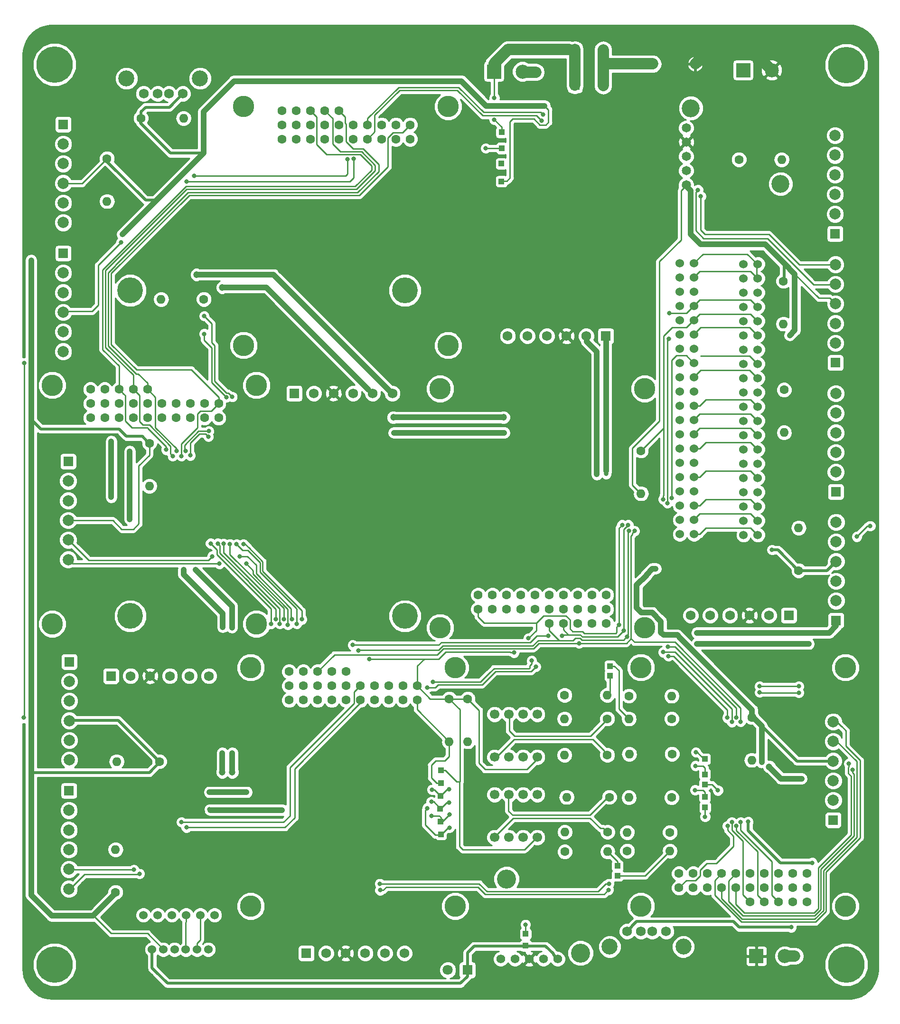
<source format=gtl>
G04 #@! TF.GenerationSoftware,KiCad,Pcbnew,(5.0.2)-1*
G04 #@! TF.CreationDate,2019-04-01T17:39:50-07:00*
G04 #@! TF.ProjectId,Monolithic Board,4d6f6e6f-6c69-4746-9869-6320426f6172,rev?*
G04 #@! TF.SameCoordinates,Original*
G04 #@! TF.FileFunction,Copper,L1,Top*
G04 #@! TF.FilePolarity,Positive*
%FSLAX46Y46*%
G04 Gerber Fmt 4.6, Leading zero omitted, Abs format (unit mm)*
G04 Created by KiCad (PCBNEW (5.0.2)-1) date 4/1/2019 5:39:50 PM*
%MOMM*%
%LPD*%
G01*
G04 APERTURE LIST*
G04 #@! TA.AperFunction,ComponentPad*
%ADD10C,1.524000*%
G04 #@! TD*
G04 #@! TA.AperFunction,ComponentPad*
%ADD11C,1.700000*%
G04 #@! TD*
G04 #@! TA.AperFunction,ComponentPad*
%ADD12C,1.800000*%
G04 #@! TD*
G04 #@! TA.AperFunction,ComponentPad*
%ADD13R,1.800000X1.800000*%
G04 #@! TD*
G04 #@! TA.AperFunction,WasherPad*
%ADD14C,2.850000*%
G04 #@! TD*
G04 #@! TA.AperFunction,ComponentPad*
%ADD15C,1.750000*%
G04 #@! TD*
G04 #@! TA.AperFunction,ComponentPad*
%ADD16C,1.560000*%
G04 #@! TD*
G04 #@! TA.AperFunction,WasherPad*
%ADD17C,3.400000*%
G04 #@! TD*
G04 #@! TA.AperFunction,ComponentPad*
%ADD18O,1.600000X1.600000*%
G04 #@! TD*
G04 #@! TA.AperFunction,ComponentPad*
%ADD19C,1.600000*%
G04 #@! TD*
G04 #@! TA.AperFunction,ComponentPad*
%ADD20C,2.500000*%
G04 #@! TD*
G04 #@! TA.AperFunction,ComponentPad*
%ADD21R,2.500000X2.500000*%
G04 #@! TD*
G04 #@! TA.AperFunction,ComponentPad*
%ADD22R,1.750000X1.750000*%
G04 #@! TD*
G04 #@! TA.AperFunction,ComponentPad*
%ADD23C,2.000000*%
G04 #@! TD*
G04 #@! TA.AperFunction,WasherPad*
%ADD24C,4.600000*%
G04 #@! TD*
G04 #@! TA.AperFunction,WasherPad*
%ADD25C,3.200000*%
G04 #@! TD*
G04 #@! TA.AperFunction,ComponentPad*
%ADD26C,1.650000*%
G04 #@! TD*
G04 #@! TA.AperFunction,SMDPad,CuDef*
%ADD27R,1.000000X1.000000*%
G04 #@! TD*
G04 #@! TA.AperFunction,WasherPad*
%ADD28C,3.800000*%
G04 #@! TD*
G04 #@! TA.AperFunction,WasherPad*
%ADD29C,6.500000*%
G04 #@! TD*
G04 #@! TA.AperFunction,ComponentPad*
%ADD30C,1.550000*%
G04 #@! TD*
G04 #@! TA.AperFunction,ComponentPad*
%ADD31R,1.550000X1.550000*%
G04 #@! TD*
G04 #@! TA.AperFunction,ViaPad*
%ADD32C,0.800000*%
G04 #@! TD*
G04 #@! TA.AperFunction,ViaPad*
%ADD33C,1.200000*%
G04 #@! TD*
G04 #@! TA.AperFunction,Conductor*
%ADD34C,1.000000*%
G04 #@! TD*
G04 #@! TA.AperFunction,Conductor*
%ADD35C,0.250000*%
G04 #@! TD*
G04 #@! TA.AperFunction,Conductor*
%ADD36C,2.000000*%
G04 #@! TD*
G04 #@! TA.AperFunction,Conductor*
%ADD37C,0.500000*%
G04 #@! TD*
G04 #@! TA.AperFunction,Conductor*
%ADD38C,0.254000*%
G04 #@! TD*
G04 APERTURE END LIST*
D10*
G04 #@! TO.P,J10,1*
G04 #@! TO.N,+12V*
X22783800Y8547100D03*
G04 #@! TO.P,J10,2*
G04 #@! TO.N,+5V*
X24783800Y8547100D03*
G04 #@! TO.P,J10,3*
G04 #@! TO.N,GND*
X26783800Y8547100D03*
G04 #@! TO.P,J10,4*
G04 #@! TO.N,/TTL_TXD*
X28783800Y8547100D03*
G04 #@! TO.P,J10,5*
G04 #@! TO.N,/TTL_RXD*
X30783800Y8547100D03*
G04 #@! TO.P,J10,6*
G04 #@! TO.N,Net-(J10-Pad6)*
X32783800Y8547100D03*
G04 #@! TD*
D11*
G04 #@! TO.P,U2,8*
G04 #@! TO.N,+5V*
X91465400Y28511500D03*
G04 #@! TO.P,U2,7*
G04 #@! TO.N,/RC5EN2A*
X88925400Y28511500D03*
G04 #@! TO.P,U2,6*
X86385400Y28511500D03*
G04 #@! TO.P,U2,5*
G04 #@! TO.N,Net-(C15-Pad2)*
X83845400Y28511500D03*
G04 #@! TO.P,U2,4*
G04 #@! TO.N,GND*
X83845400Y36131500D03*
G04 #@! TO.P,U2,3*
G04 #@! TO.N,Net-(C13-Pad2)*
X86385400Y36131500D03*
G04 #@! TO.P,U2,2*
G04 #@! TO.N,/RC5EN1A*
X88925400Y36131500D03*
G04 #@! TO.P,U2,1*
X91465400Y36131500D03*
G04 #@! TD*
G04 #@! TO.P,U1,1*
G04 #@! TO.N,/RC4EN1A*
X91465400Y50457100D03*
G04 #@! TO.P,U1,2*
X88925400Y50457100D03*
G04 #@! TO.P,U1,3*
G04 #@! TO.N,Net-(C12-Pad2)*
X86385400Y50457100D03*
G04 #@! TO.P,U1,4*
G04 #@! TO.N,GND*
X83845400Y50457100D03*
G04 #@! TO.P,U1,5*
G04 #@! TO.N,Net-(C14-Pad2)*
X83845400Y42837100D03*
G04 #@! TO.P,U1,6*
G04 #@! TO.N,/RC4EN2A*
X86385400Y42837100D03*
G04 #@! TO.P,U1,7*
X88925400Y42837100D03*
G04 #@! TO.P,U1,8*
G04 #@! TO.N,+5V*
X91465400Y42837100D03*
G04 #@! TD*
D12*
G04 #@! TO.P,J13,2*
G04 #@! TO.N,GND*
X75519400Y4889500D03*
D13*
G04 #@! TO.P,J13,1*
G04 #@! TO.N,+12V*
X79019400Y4889500D03*
G04 #@! TD*
D14*
G04 #@! TO.P,J14,*
G04 #@! TO.N,*
X117542600Y9037500D03*
X104402600Y9037500D03*
D15*
G04 #@! TO.P,J14,4*
G04 #@! TO.N,GND*
X114472600Y11747500D03*
G04 #@! TO.P,J14,3*
G04 #@! TO.N,Net-(J14-Pad3)*
X111972600Y11747500D03*
G04 #@! TO.P,J14,2*
G04 #@! TO.N,Net-(J14-Pad2)*
X109972600Y11747500D03*
G04 #@! TO.P,J14,1*
G04 #@! TO.N,+5V*
X107472600Y11747500D03*
G04 #@! TD*
D16*
G04 #@! TO.P,J11,5*
G04 #@! TO.N,+12V*
X95123000Y6858000D03*
G04 #@! TO.P,J11,4*
G04 #@! TO.N,GND*
X92583000Y6858000D03*
G04 #@! TO.P,J11,3*
G04 #@! TO.N,+BATT*
X90043000Y6858000D03*
G04 #@! TO.P,J11,2*
G04 #@! TO.N,/12REG_EN*
X87503000Y6858000D03*
G04 #@! TO.P,J11,1*
G04 #@! TO.N,/PG*
X84963000Y6858000D03*
D17*
G04 #@! TO.P,J11,*
G04 #@! TO.N,*
X85993000Y21088000D03*
X99193000Y7888000D03*
G04 #@! TD*
D18*
G04 #@! TO.P,C17,2*
G04 #@! TO.N,GND*
X79057500Y45593000D03*
D19*
G04 #@! TO.P,C17,1*
G04 #@! TO.N,+5V*
X79057500Y53213000D03*
G04 #@! TD*
D10*
G04 #@! TO.P,J8,6*
G04 #@! TO.N,/RTS#*
X33909000Y14668500D03*
G04 #@! TO.P,J8,5*
G04 #@! TO.N,/TTL_RXD*
X31369000Y14668500D03*
G04 #@! TO.P,J8,4*
G04 #@! TO.N,/TTL_TXD*
X28829000Y14668500D03*
G04 #@! TO.P,J8,3*
G04 #@! TO.N,Net-(J8-Pad3)*
X26289000Y14668500D03*
G04 #@! TO.P,J8,2*
G04 #@! TO.N,/CTS#*
X23749000Y14668500D03*
G04 #@! TO.P,J8,1*
G04 #@! TO.N,GND*
X21209000Y14668500D03*
G04 #@! TD*
D20*
G04 #@! TO.P,J15,2*
G04 #@! TO.N,GND*
X88836500Y164973000D03*
D21*
G04 #@! TO.P,J15,1*
G04 #@! TO.N,Net-(D1-Pad1)*
X83756500Y164973000D03*
G04 #@! TD*
D15*
G04 #@! TO.P,J5,6*
G04 #@! TO.N,/RC5M2B*
X32930500Y57277000D03*
G04 #@! TO.P,J5,5*
G04 #@! TO.N,/RC5M2A*
X29430500Y57277000D03*
G04 #@! TO.P,J5,4*
G04 #@! TO.N,GND*
X25930500Y57277000D03*
G04 #@! TO.P,J5,3*
G04 #@! TO.N,+BATT*
X22430500Y57277000D03*
G04 #@! TO.P,J5,2*
G04 #@! TO.N,/RC5M1B*
X18930500Y57277000D03*
D22*
G04 #@! TO.P,J5,1*
G04 #@! TO.N,/RC5M1A*
X15430500Y57277000D03*
G04 #@! TD*
D15*
G04 #@! TO.P,J1,6*
G04 #@! TO.N,/RC1M2B*
X118834500Y68072000D03*
G04 #@! TO.P,J1,5*
G04 #@! TO.N,/RC1M2A*
X122334500Y68072000D03*
G04 #@! TO.P,J1,4*
G04 #@! TO.N,GND*
X125834500Y68072000D03*
G04 #@! TO.P,J1,3*
G04 #@! TO.N,+BATT*
X129334500Y68072000D03*
G04 #@! TO.P,J1,2*
G04 #@! TO.N,/RC1M1B*
X132834500Y68072000D03*
D22*
G04 #@! TO.P,J1,1*
G04 #@! TO.N,/RC1M1A*
X136334500Y68072000D03*
G04 #@! TD*
D15*
G04 #@! TO.P,J4,6*
G04 #@! TO.N,/RC4M2B*
X86195500Y117856000D03*
G04 #@! TO.P,J4,5*
G04 #@! TO.N,/RC4M2A*
X89695500Y117856000D03*
G04 #@! TO.P,J4,4*
G04 #@! TO.N,GND*
X93195500Y117856000D03*
G04 #@! TO.P,J4,3*
G04 #@! TO.N,+BATT*
X96695500Y117856000D03*
G04 #@! TO.P,J4,2*
G04 #@! TO.N,/RC4M1B*
X100195500Y117856000D03*
D22*
G04 #@! TO.P,J4,1*
G04 #@! TO.N,/RC4M1A*
X103695500Y117856000D03*
G04 #@! TD*
D23*
G04 #@! TO.P,J17,6*
G04 #@! TO.N,/RC1EN1B*
X144272000Y49123000D03*
G04 #@! TO.P,J17,5*
G04 #@! TO.N,/RC1EN1A*
X144272000Y45623000D03*
G04 #@! TO.P,J17,4*
G04 #@! TO.N,+5V*
X144272000Y42123000D03*
G04 #@! TO.P,J17,3*
G04 #@! TO.N,GND*
X144272000Y38623000D03*
G04 #@! TO.P,J17,2*
G04 #@! TO.N,/RC1M1B*
X144272000Y35123000D03*
D22*
G04 #@! TO.P,J17,1*
G04 #@! TO.N,/RC1M1A*
X144272000Y31623000D03*
G04 #@! TD*
D23*
G04 #@! TO.P,J25,6*
G04 #@! TO.N,Net-(J25-Pad6)*
X6921500Y115088000D03*
G04 #@! TO.P,J25,5*
G04 #@! TO.N,/RC5EN1A_RAW*
X6921500Y118588000D03*
G04 #@! TO.P,J25,4*
G04 #@! TO.N,+5V*
X6921500Y122088000D03*
G04 #@! TO.P,J25,3*
G04 #@! TO.N,GND*
X6921500Y125588000D03*
G04 #@! TO.P,J25,2*
G04 #@! TO.N,/RC5M1B*
X6921500Y129088000D03*
D22*
G04 #@! TO.P,J25,1*
G04 #@! TO.N,/RC5M1A*
X6921500Y132588000D03*
G04 #@! TD*
D23*
G04 #@! TO.P,J21,6*
G04 #@! TO.N,/RC3EN1B*
X7810500Y78004000D03*
G04 #@! TO.P,J21,5*
G04 #@! TO.N,/RC3EN1A*
X7810500Y81504000D03*
G04 #@! TO.P,J21,4*
G04 #@! TO.N,+5V*
X7810500Y85004000D03*
G04 #@! TO.P,J21,3*
G04 #@! TO.N,GND*
X7810500Y88504000D03*
G04 #@! TO.P,J21,2*
G04 #@! TO.N,/RC3M1B*
X7810500Y92004000D03*
D22*
G04 #@! TO.P,J21,1*
G04 #@! TO.N,/RC3M1A*
X7810500Y95504000D03*
G04 #@! TD*
D23*
G04 #@! TO.P,J20,6*
G04 #@! TO.N,/RC2EN2B*
X6921500Y138075000D03*
G04 #@! TO.P,J20,5*
G04 #@! TO.N,/RC2EN2A*
X6921500Y141575000D03*
G04 #@! TO.P,J20,4*
G04 #@! TO.N,+5V*
X6921500Y145075000D03*
G04 #@! TO.P,J20,3*
G04 #@! TO.N,GND*
X6921500Y148575000D03*
G04 #@! TO.P,J20,2*
G04 #@! TO.N,/RC2M2B*
X6921500Y152075000D03*
D22*
G04 #@! TO.P,J20,1*
G04 #@! TO.N,/RC2M2A*
X6921500Y155575000D03*
G04 #@! TD*
D23*
G04 #@! TO.P,J19,6*
G04 #@! TO.N,/RC2EN1B*
X144653000Y130593500D03*
G04 #@! TO.P,J19,5*
G04 #@! TO.N,/RC2EN1A*
X144653000Y127093500D03*
G04 #@! TO.P,J19,4*
G04 #@! TO.N,+5V*
X144653000Y123593500D03*
G04 #@! TO.P,J19,3*
G04 #@! TO.N,GND*
X144653000Y120093500D03*
G04 #@! TO.P,J19,2*
G04 #@! TO.N,/RC2M1B*
X144653000Y116593500D03*
D22*
G04 #@! TO.P,J19,1*
G04 #@! TO.N,/RC2M1A*
X144653000Y113093500D03*
G04 #@! TD*
D23*
G04 #@! TO.P,J24,6*
G04 #@! TO.N,Net-(J24-Pad6)*
X144589500Y153580500D03*
G04 #@! TO.P,J24,5*
G04 #@! TO.N,/RC4EN2A_RAW*
X144589500Y150080500D03*
G04 #@! TO.P,J24,4*
G04 #@! TO.N,+5V*
X144589500Y146580500D03*
G04 #@! TO.P,J24,3*
G04 #@! TO.N,GND*
X144589500Y143080500D03*
G04 #@! TO.P,J24,2*
G04 #@! TO.N,/RC4M2B*
X144589500Y139580500D03*
D22*
G04 #@! TO.P,J24,1*
G04 #@! TO.N,/RC4M2A*
X144589500Y136080500D03*
G04 #@! TD*
D23*
G04 #@! TO.P,J22,6*
G04 #@! TO.N,/RC3EN2B*
X7937500Y19330000D03*
G04 #@! TO.P,J22,5*
G04 #@! TO.N,/RC3EN2A*
X7937500Y22830000D03*
G04 #@! TO.P,J22,4*
G04 #@! TO.N,+5V*
X7937500Y26330000D03*
G04 #@! TO.P,J22,3*
G04 #@! TO.N,GND*
X7937500Y29830000D03*
G04 #@! TO.P,J22,2*
G04 #@! TO.N,/RC3M2B*
X7937500Y33330000D03*
D22*
G04 #@! TO.P,J22,1*
G04 #@! TO.N,/RC3M2A*
X7937500Y36830000D03*
G04 #@! TD*
D23*
G04 #@! TO.P,J18,6*
G04 #@! TO.N,/RC1EN2B*
X144716500Y107606500D03*
G04 #@! TO.P,J18,5*
G04 #@! TO.N,/RC1EN2A*
X144716500Y104106500D03*
G04 #@! TO.P,J18,4*
G04 #@! TO.N,+5V*
X144716500Y100606500D03*
G04 #@! TO.P,J18,3*
G04 #@! TO.N,GND*
X144716500Y97106500D03*
G04 #@! TO.P,J18,2*
G04 #@! TO.N,/RC1M2B*
X144716500Y93606500D03*
D22*
G04 #@! TO.P,J18,1*
G04 #@! TO.N,/RC1M2A*
X144716500Y90106500D03*
G04 #@! TD*
D23*
G04 #@! TO.P,J23,6*
G04 #@! TO.N,Net-(J23-Pad6)*
X144780000Y84683000D03*
G04 #@! TO.P,J23,5*
G04 #@! TO.N,/RC4EN1A_RAW*
X144780000Y81183000D03*
G04 #@! TO.P,J23,4*
G04 #@! TO.N,+5V*
X144780000Y77683000D03*
G04 #@! TO.P,J23,3*
G04 #@! TO.N,GND*
X144780000Y74183000D03*
G04 #@! TO.P,J23,2*
G04 #@! TO.N,/RC4M1B*
X144780000Y70683000D03*
D22*
G04 #@! TO.P,J23,1*
G04 #@! TO.N,/RC4M1A*
X144780000Y67183000D03*
G04 #@! TD*
D14*
G04 #@! TO.P,J12,*
G04 #@! TO.N,*
X18195000Y163746000D03*
X31335000Y163746000D03*
D15*
G04 #@! TO.P,J12,4*
G04 #@! TO.N,GND*
X21265000Y161036000D03*
G04 #@! TO.P,J12,3*
G04 #@! TO.N,Net-(J12-Pad3)*
X23765000Y161036000D03*
G04 #@! TO.P,J12,2*
G04 #@! TO.N,Net-(J12-Pad2)*
X25765000Y161036000D03*
G04 #@! TO.P,J12,1*
G04 #@! TO.N,+5V*
X28265000Y161036000D03*
G04 #@! TD*
D24*
G04 #@! TO.P,M1,*
G04 #@! TO.N,*
X18867000Y67976500D03*
X67867000Y67976500D03*
X67867000Y125976500D03*
X18867000Y125976500D03*
G04 #@! TD*
D25*
G04 #@! TO.P,J9,*
G04 #@! TO.N,*
X134876500Y144955000D03*
X118876500Y158455000D03*
D26*
G04 #@! TO.P,J9,5*
G04 #@! TO.N,+5V*
X118046500Y144765000D03*
G04 #@! TO.P,J9,4*
G04 #@! TO.N,GND*
X118046500Y147305000D03*
G04 #@! TO.P,J9,3*
X118046500Y149845000D03*
G04 #@! TO.P,J9,2*
G04 #@! TO.N,+BATT*
X118046500Y152385000D03*
G04 #@! TO.P,J9,1*
G04 #@! TO.N,/5REG_EN*
X118046500Y154925000D03*
G04 #@! TD*
D10*
G04 #@! TO.P,J7,40*
G04 #@! TO.N,/GPIO21*
X130810000Y82423000D03*
G04 #@! TO.P,J7,39*
G04 #@! TO.N,GND*
X128270000Y82423000D03*
G04 #@! TO.P,J7,38*
G04 #@! TO.N,/GPIO20*
X130810000Y84963000D03*
G04 #@! TO.P,J7,37*
G04 #@! TO.N,/GPIO26*
X128270000Y84963000D03*
G04 #@! TO.P,J7,36*
G04 #@! TO.N,/GPIO16*
X130810000Y87503000D03*
G04 #@! TO.P,J7,35*
G04 #@! TO.N,/GPIO19*
X128270000Y87503000D03*
G04 #@! TO.P,J7,34*
G04 #@! TO.N,GND*
X130810000Y90043000D03*
G04 #@! TO.P,J7,33*
G04 #@! TO.N,/GPIO13*
X128270000Y90043000D03*
G04 #@! TO.P,J7,32*
G04 #@! TO.N,/GPIO12*
X130810000Y92583000D03*
G04 #@! TO.P,J7,31*
G04 #@! TO.N,/GPIO06*
X128270000Y92583000D03*
G04 #@! TO.P,J7,30*
G04 #@! TO.N,GND*
X130810000Y95123000D03*
G04 #@! TO.P,J7,29*
G04 #@! TO.N,/GPIO05*
X128270000Y95123000D03*
G04 #@! TO.P,J7,28*
G04 #@! TO.N,/I2C_ID2*
X130810000Y97663000D03*
G04 #@! TO.P,J7,27*
G04 #@! TO.N,/I2C_ID1*
X128270000Y97663000D03*
G04 #@! TO.P,J7,26*
G04 #@! TO.N,/GPI_CE1_N*
X130810000Y100203000D03*
G04 #@! TO.P,J7,25*
G04 #@! TO.N,GND*
X128270000Y100203000D03*
G04 #@! TO.P,J7,24*
G04 #@! TO.N,/SPI_CEO_N*
X130810000Y102743000D03*
G04 #@! TO.P,J7,23*
G04 #@! TO.N,/SPI_CLK*
X128270000Y102743000D03*
G04 #@! TO.P,J7,22*
G04 #@! TO.N,/GPIO_GEN6*
X130810000Y105283000D03*
G04 #@! TO.P,J7,21*
G04 #@! TO.N,/SPI_MISO*
X128270000Y105283000D03*
G04 #@! TO.P,J7,20*
G04 #@! TO.N,GND*
X130810000Y107823000D03*
G04 #@! TO.P,J7,19*
G04 #@! TO.N,/SPI_MOSI*
X128270000Y107823000D03*
G04 #@! TO.P,J7,18*
G04 #@! TO.N,/GPIO_GEN5*
X130810000Y110363000D03*
G04 #@! TO.P,J7,17*
G04 #@! TO.N,/3.3V*
X128270000Y110363000D03*
G04 #@! TO.P,J7,16*
G04 #@! TO.N,Net-(J7-Pad16)*
X130810000Y112903000D03*
G04 #@! TO.P,J7,15*
G04 #@! TO.N,/GPIO_GEN3*
X128270000Y112903000D03*
G04 #@! TO.P,J7,14*
G04 #@! TO.N,GND*
X130810000Y115443000D03*
G04 #@! TO.P,J7,13*
G04 #@! TO.N,/GPIO_GEN2*
X128270000Y115443000D03*
G04 #@! TO.P,J7,12*
G04 #@! TO.N,/GPIO_GEN1*
X130810000Y117983000D03*
G04 #@! TO.P,J7,11*
G04 #@! TO.N,/GPIO_GEN0*
X128270000Y117983000D03*
G04 #@! TO.P,J7,10*
G04 #@! TO.N,/RXD*
X130810000Y120523000D03*
G04 #@! TO.P,J7,9*
G04 #@! TO.N,GND*
X128270000Y120523000D03*
G04 #@! TO.P,J7,8*
G04 #@! TO.N,/TXD*
X130810000Y123063000D03*
G04 #@! TO.P,J7,7*
G04 #@! TO.N,/GPIO_CLK*
X128270000Y123063000D03*
G04 #@! TO.P,J7,6*
G04 #@! TO.N,GND*
X130810000Y125603000D03*
G04 #@! TO.P,J7,5*
G04 #@! TO.N,/SCL1*
X128270000Y125603000D03*
G04 #@! TO.P,J7,4*
G04 #@! TO.N,/PI_5V*
X130810000Y128143000D03*
G04 #@! TO.P,J7,3*
G04 #@! TO.N,/SDA1*
X128270000Y128143000D03*
G04 #@! TO.P,J7,2*
G04 #@! TO.N,/PI_5V*
X130810000Y130683000D03*
G04 #@! TO.P,J7,1*
G04 #@! TO.N,/3.3V*
X128270000Y130683000D03*
G04 #@! TD*
G04 #@! TO.P,J6,40*
G04 #@! TO.N,/GPIO21*
X119443500Y82540500D03*
G04 #@! TO.P,J6,39*
G04 #@! TO.N,Net-(J6-Pad39)*
X116903500Y82540500D03*
G04 #@! TO.P,J6,38*
G04 #@! TO.N,/GPIO20*
X119443500Y85080500D03*
G04 #@! TO.P,J6,37*
G04 #@! TO.N,/GPIO26*
X116903500Y85080500D03*
G04 #@! TO.P,J6,36*
G04 #@! TO.N,/GPIO16*
X119443500Y87620500D03*
G04 #@! TO.P,J6,35*
G04 #@! TO.N,/GPIO19*
X116903500Y87620500D03*
G04 #@! TO.P,J6,34*
G04 #@! TO.N,Net-(J6-Pad34)*
X119443500Y90160500D03*
G04 #@! TO.P,J6,33*
G04 #@! TO.N,/GPIO13*
X116903500Y90160500D03*
G04 #@! TO.P,J6,32*
G04 #@! TO.N,/GPIO12*
X119443500Y92700500D03*
G04 #@! TO.P,J6,31*
G04 #@! TO.N,/GPIO06*
X116903500Y92700500D03*
G04 #@! TO.P,J6,30*
G04 #@! TO.N,Net-(J6-Pad30)*
X119443500Y95240500D03*
G04 #@! TO.P,J6,29*
G04 #@! TO.N,/GPIO05*
X116903500Y95240500D03*
G04 #@! TO.P,J6,28*
G04 #@! TO.N,/I2C_ID2*
X119443500Y97780500D03*
G04 #@! TO.P,J6,27*
G04 #@! TO.N,/I2C_ID1*
X116903500Y97780500D03*
G04 #@! TO.P,J6,26*
G04 #@! TO.N,/GPI_CE1_N*
X119443500Y100320500D03*
G04 #@! TO.P,J6,25*
G04 #@! TO.N,Net-(J6-Pad25)*
X116903500Y100320500D03*
G04 #@! TO.P,J6,24*
G04 #@! TO.N,/SPI_CEO_N*
X119443500Y102860500D03*
G04 #@! TO.P,J6,23*
G04 #@! TO.N,/SPI_CLK*
X116903500Y102860500D03*
G04 #@! TO.P,J6,22*
G04 #@! TO.N,/GPIO_GEN6*
X119443500Y105400500D03*
G04 #@! TO.P,J6,21*
G04 #@! TO.N,/SPI_MISO*
X116903500Y105400500D03*
G04 #@! TO.P,J6,20*
G04 #@! TO.N,Net-(J6-Pad20)*
X119443500Y107940500D03*
G04 #@! TO.P,J6,19*
G04 #@! TO.N,/SPI_MOSI*
X116903500Y107940500D03*
G04 #@! TO.P,J6,18*
G04 #@! TO.N,/GPIO_GEN5*
X119443500Y110480500D03*
G04 #@! TO.P,J6,17*
G04 #@! TO.N,/3.3V*
X116903500Y110480500D03*
G04 #@! TO.P,J6,16*
G04 #@! TO.N,/E_STOP*
X119443500Y113020500D03*
G04 #@! TO.P,J6,15*
G04 #@! TO.N,/GPIO_GEN3*
X116903500Y113020500D03*
G04 #@! TO.P,J6,14*
G04 #@! TO.N,Net-(J6-Pad14)*
X119443500Y115560500D03*
G04 #@! TO.P,J6,13*
G04 #@! TO.N,/GPIO_GEN2*
X116903500Y115560500D03*
G04 #@! TO.P,J6,12*
G04 #@! TO.N,/GPIO_GEN1*
X119443500Y118100500D03*
G04 #@! TO.P,J6,11*
G04 #@! TO.N,/GPIO_GEN0*
X116903500Y118100500D03*
G04 #@! TO.P,J6,10*
G04 #@! TO.N,/RXD*
X119443500Y120640500D03*
G04 #@! TO.P,J6,9*
G04 #@! TO.N,Net-(J6-Pad9)*
X116903500Y120640500D03*
G04 #@! TO.P,J6,8*
G04 #@! TO.N,/TXD*
X119443500Y123180500D03*
G04 #@! TO.P,J6,7*
G04 #@! TO.N,/GPIO_CLK*
X116903500Y123180500D03*
G04 #@! TO.P,J6,6*
G04 #@! TO.N,Net-(J6-Pad6)*
X119443500Y125720500D03*
G04 #@! TO.P,J6,5*
G04 #@! TO.N,/SCL1*
X116903500Y125720500D03*
G04 #@! TO.P,J6,4*
G04 #@! TO.N,/PI_5V*
X119443500Y128260500D03*
G04 #@! TO.P,J6,3*
G04 #@! TO.N,/SDA1*
X116903500Y128260500D03*
G04 #@! TO.P,J6,2*
G04 #@! TO.N,/PI_5V*
X119443500Y130800500D03*
G04 #@! TO.P,J6,1*
G04 #@! TO.N,/3.3V*
X116903500Y130800500D03*
G04 #@! TD*
D18*
G04 #@! TO.P,C3,2*
G04 #@! TO.N,GND*
X135509000Y100647500D03*
D19*
G04 #@! TO.P,C3,1*
G04 #@! TO.N,+5V*
X135509000Y108267500D03*
G04 #@! TD*
D18*
G04 #@! TO.P,C5,2*
G04 #@! TO.N,GND*
X14732000Y141859000D03*
D19*
G04 #@! TO.P,C5,1*
G04 #@! TO.N,+5V*
X14732000Y149479000D03*
G04 #@! TD*
D18*
G04 #@! TO.P,C4,2*
G04 #@! TO.N,GND*
X135382000Y120015000D03*
D19*
G04 #@! TO.P,C4,1*
G04 #@! TO.N,+5V*
X135382000Y127635000D03*
G04 #@! TD*
D18*
G04 #@! TO.P,C2,2*
G04 #@! TO.N,GND*
X129730500Y42291000D03*
D19*
G04 #@! TO.P,C2,1*
G04 #@! TO.N,+5V*
X129730500Y49911000D03*
G04 #@! TD*
D18*
G04 #@! TO.P,C1,2*
G04 #@! TO.N,GND*
X28384500Y156654500D03*
D19*
G04 #@! TO.P,C1,1*
G04 #@! TO.N,+5V*
X20764500Y156654500D03*
G04 #@! TD*
D23*
G04 #@! TO.P,J26,6*
G04 #@! TO.N,Net-(J26-Pad6)*
X8001000Y42317000D03*
G04 #@! TO.P,J26,5*
G04 #@! TO.N,/RC5EN2A_RAW*
X8001000Y45817000D03*
G04 #@! TO.P,J26,4*
G04 #@! TO.N,+5V*
X8001000Y49317000D03*
G04 #@! TO.P,J26,3*
G04 #@! TO.N,GND*
X8001000Y52817000D03*
G04 #@! TO.P,J26,2*
G04 #@! TO.N,/RC5M2B*
X8001000Y56317000D03*
D22*
G04 #@! TO.P,J26,1*
G04 #@! TO.N,/RC5M2A*
X8001000Y59817000D03*
G04 #@! TD*
D27*
G04 #@! TO.P,T21,1*
G04 #@! TO.N,/RC5EN2A_RAW*
X121348500Y35750500D03*
G04 #@! TD*
G04 #@! TO.P,T12,1*
G04 #@! TO.N,/RC5EN1A*
X74231500Y31305500D03*
G04 #@! TD*
G04 #@! TO.P,T11,1*
G04 #@! TO.N,/RC4EN1A*
X74231500Y35941000D03*
G04 #@! TD*
G04 #@! TO.P,T19,1*
G04 #@! TO.N,Net-(T19-Pad1)*
X105791000Y23431500D03*
G04 #@! TD*
G04 #@! TO.P,T18,1*
G04 #@! TO.N,Net-(C14-Pad2)*
X104457500Y57340500D03*
G04 #@! TD*
G04 #@! TO.P,T17,1*
G04 #@! TO.N,/RC5EN2A*
X74295000Y29083000D03*
G04 #@! TD*
G04 #@! TO.P,T16,1*
G04 #@! TO.N,/RC4EN2A*
X74168000Y33591500D03*
G04 #@! TD*
G04 #@! TO.P,T15,1*
G04 #@! TO.N,GND*
X74295000Y38163500D03*
G04 #@! TD*
G04 #@! TO.P,T14,1*
G04 #@! TO.N,Net-(T14-Pad1)*
X121348500Y37973000D03*
G04 #@! TD*
G04 #@! TO.P,T13,1*
G04 #@! TO.N,+5V*
X74295000Y40513000D03*
G04 #@! TD*
G04 #@! TO.P,T9,1*
G04 #@! TO.N,/RC4EN1A_RAW*
X121348500Y39751000D03*
G04 #@! TD*
G04 #@! TO.P,T8,1*
G04 #@! TO.N,Net-(C13-Pad2)*
X105791000Y21717000D03*
G04 #@! TD*
G04 #@! TO.P,T7,1*
G04 #@! TO.N,Net-(C12-Pad2)*
X104457500Y59055000D03*
G04 #@! TD*
G04 #@! TO.P,T6,1*
G04 #@! TO.N,GND*
X89382600Y11328400D03*
G04 #@! TD*
G04 #@! TO.P,T5,1*
G04 #@! TO.N,+12V*
X89408000Y9207500D03*
G04 #@! TD*
G04 #@! TO.P,T4,1*
G04 #@! TO.N,+5V*
X85090000Y145415000D03*
G04 #@! TD*
G04 #@! TO.P,T3,1*
G04 #@! TO.N,Net-(T3-Pad1)*
X85064600Y148551900D03*
G04 #@! TD*
G04 #@! TO.P,T2,1*
G04 #@! TO.N,Net-(T2-Pad1)*
X85128100Y151307800D03*
G04 #@! TD*
G04 #@! TO.P,T10,1*
G04 #@! TO.N,/RC5EN1A_RAW*
X121412000Y33845500D03*
G04 #@! TD*
G04 #@! TO.P,T1,1*
G04 #@! TO.N,Net-(D1-Pad1)*
X85115400Y154139900D03*
G04 #@! TD*
G04 #@! TO.P,T20,1*
G04 #@! TO.N,/RC4EN2A_RAW*
X121348500Y42481500D03*
G04 #@! TD*
D28*
G04 #@! TO.P,RC4,*
G04 #@! TO.N,*
X110617000Y108458000D03*
X74168000Y108458000D03*
X110617000Y65913000D03*
X74168000Y65913000D03*
D19*
G04 #@! TO.P,RC4,25*
G04 #@! TO.N,Net-(RC4-Pad25)*
X103788000Y66643000D03*
G04 #@! TO.P,RC4,24*
G04 #@! TO.N,Net-(RC4-Pad24)*
X101248000Y66643000D03*
G04 #@! TO.P,RC4,23*
G04 #@! TO.N,/E_STOP*
X98708000Y66643000D03*
G04 #@! TO.P,RC4,22*
G04 #@! TO.N,/RXD*
X96168000Y66643000D03*
G04 #@! TO.P,RC4,21*
G04 #@! TO.N,/TXD*
X93628000Y66643000D03*
G04 #@! TO.P,RC4,20*
G04 #@! TO.N,Net-(RC4-Pad20)*
X103788000Y71723000D03*
G04 #@! TO.P,RC4,19*
G04 #@! TO.N,Net-(RC4-Pad19)*
X103788000Y69183000D03*
G04 #@! TO.P,RC4,18*
G04 #@! TO.N,Net-(RC4-Pad18)*
X101248000Y71723000D03*
G04 #@! TO.P,RC4,17*
G04 #@! TO.N,Net-(RC4-Pad17)*
X101248000Y69183000D03*
G04 #@! TO.P,RC4,16*
G04 #@! TO.N,Net-(RC4-Pad16)*
X98708000Y71723000D03*
G04 #@! TO.P,RC4,15*
G04 #@! TO.N,Net-(RC4-Pad15)*
X98708000Y69183000D03*
G04 #@! TO.P,RC4,14*
G04 #@! TO.N,Net-(RC4-Pad14)*
X96168000Y71723000D03*
G04 #@! TO.P,RC4,13*
G04 #@! TO.N,Net-(RC4-Pad13)*
X96168000Y69183000D03*
G04 #@! TO.P,RC4,12*
G04 #@! TO.N,Net-(RC4-Pad12)*
X93628000Y71723000D03*
G04 #@! TO.P,RC4,11*
G04 #@! TO.N,Net-(RC4-Pad11)*
X93628000Y69183000D03*
G04 #@! TO.P,RC4,10*
G04 #@! TO.N,Net-(RC4-Pad10)*
X91088000Y71723000D03*
G04 #@! TO.P,RC4,9*
G04 #@! TO.N,/RC4EN2A*
X91088000Y69183000D03*
G04 #@! TO.P,RC4,8*
G04 #@! TO.N,Net-(RC4-Pad8)*
X88548000Y71723000D03*
G04 #@! TO.P,RC4,7*
G04 #@! TO.N,/RC4EN1A*
X88548000Y69183000D03*
G04 #@! TO.P,RC4,6*
G04 #@! TO.N,Net-(RC4-Pad6)*
X86008000Y71723000D03*
G04 #@! TO.P,RC4,5*
G04 #@! TO.N,Net-(RC4-Pad5)*
X86008000Y69183000D03*
G04 #@! TO.P,RC4,4*
G04 #@! TO.N,Net-(RC4-Pad4)*
X83468000Y71723000D03*
G04 #@! TO.P,RC4,3*
G04 #@! TO.N,Net-(RC4-Pad3)*
X83468000Y69183000D03*
G04 #@! TO.P,RC4,2*
G04 #@! TO.N,GND*
X80928000Y71723000D03*
G04 #@! TO.P,RC4,1*
G04 #@! TO.N,+5V*
X80928000Y69183000D03*
G04 #@! TD*
D18*
G04 #@! TO.P,R8,2*
G04 #@! TO.N,GND*
X96329500Y43180000D03*
D19*
G04 #@! TO.P,R8,1*
G04 #@! TO.N,Net-(C14-Pad2)*
X103949500Y43180000D03*
G04 #@! TD*
D28*
G04 #@! TO.P,RC2,*
G04 #@! TO.N,*
X39116000Y116205000D03*
X75565000Y116205000D03*
X39116000Y158750000D03*
X75565000Y158750000D03*
D19*
G04 #@! TO.P,RC2,25*
G04 #@! TO.N,Net-(RC2-Pad25)*
X45945000Y158020000D03*
G04 #@! TO.P,RC2,24*
G04 #@! TO.N,Net-(RC2-Pad24)*
X48485000Y158020000D03*
G04 #@! TO.P,RC2,23*
G04 #@! TO.N,/E_STOP*
X51025000Y158020000D03*
G04 #@! TO.P,RC2,22*
G04 #@! TO.N,/RXD*
X53565000Y158020000D03*
G04 #@! TO.P,RC2,21*
G04 #@! TO.N,/TXD*
X56105000Y158020000D03*
G04 #@! TO.P,RC2,20*
G04 #@! TO.N,Net-(RC2-Pad20)*
X45945000Y152940000D03*
G04 #@! TO.P,RC2,19*
G04 #@! TO.N,Net-(RC2-Pad19)*
X45945000Y155480000D03*
G04 #@! TO.P,RC2,18*
G04 #@! TO.N,Net-(RC2-Pad18)*
X48485000Y152940000D03*
G04 #@! TO.P,RC2,17*
G04 #@! TO.N,Net-(RC2-Pad17)*
X48485000Y155480000D03*
G04 #@! TO.P,RC2,16*
G04 #@! TO.N,Net-(RC2-Pad16)*
X51025000Y152940000D03*
G04 #@! TO.P,RC2,15*
G04 #@! TO.N,Net-(RC2-Pad15)*
X51025000Y155480000D03*
G04 #@! TO.P,RC2,14*
G04 #@! TO.N,Net-(RC2-Pad14)*
X53565000Y152940000D03*
G04 #@! TO.P,RC2,13*
G04 #@! TO.N,Net-(RC2-Pad13)*
X53565000Y155480000D03*
G04 #@! TO.P,RC2,12*
G04 #@! TO.N,Net-(RC2-Pad12)*
X56105000Y152940000D03*
G04 #@! TO.P,RC2,11*
G04 #@! TO.N,Net-(RC2-Pad11)*
X56105000Y155480000D03*
G04 #@! TO.P,RC2,10*
G04 #@! TO.N,/RC2EN2B*
X58645000Y152940000D03*
G04 #@! TO.P,RC2,9*
G04 #@! TO.N,/RC2EN2A*
X58645000Y155480000D03*
G04 #@! TO.P,RC2,8*
G04 #@! TO.N,/RC2EN1B*
X61185000Y152940000D03*
G04 #@! TO.P,RC2,7*
G04 #@! TO.N,/RC2EN1A*
X61185000Y155480000D03*
G04 #@! TO.P,RC2,6*
G04 #@! TO.N,Net-(RC2-Pad6)*
X63725000Y152940000D03*
G04 #@! TO.P,RC2,5*
G04 #@! TO.N,Net-(RC2-Pad5)*
X63725000Y155480000D03*
G04 #@! TO.P,RC2,4*
G04 #@! TO.N,Net-(RC2-Pad4)*
X66265000Y152940000D03*
G04 #@! TO.P,RC2,3*
G04 #@! TO.N,Net-(RC2-Pad3)*
X66265000Y155480000D03*
G04 #@! TO.P,RC2,2*
G04 #@! TO.N,GND*
X68805000Y152940000D03*
G04 #@! TO.P,RC2,1*
G04 #@! TO.N,+5V*
X68805000Y155480000D03*
G04 #@! TD*
D28*
G04 #@! TO.P,RC1,*
G04 #@! TO.N,*
X146431000Y58801000D03*
X109982000Y58801000D03*
X146431000Y16256000D03*
X109982000Y16256000D03*
D19*
G04 #@! TO.P,RC1,25*
G04 #@! TO.N,Net-(RC1-Pad25)*
X139602000Y16986000D03*
G04 #@! TO.P,RC1,24*
G04 #@! TO.N,Net-(RC1-Pad24)*
X137062000Y16986000D03*
G04 #@! TO.P,RC1,23*
G04 #@! TO.N,/E_STOP*
X134522000Y16986000D03*
G04 #@! TO.P,RC1,22*
G04 #@! TO.N,/RXD*
X131982000Y16986000D03*
G04 #@! TO.P,RC1,21*
G04 #@! TO.N,/TXD*
X129442000Y16986000D03*
G04 #@! TO.P,RC1,20*
G04 #@! TO.N,Net-(RC1-Pad20)*
X139602000Y22066000D03*
G04 #@! TO.P,RC1,19*
G04 #@! TO.N,Net-(RC1-Pad19)*
X139602000Y19526000D03*
G04 #@! TO.P,RC1,18*
G04 #@! TO.N,Net-(RC1-Pad18)*
X137062000Y22066000D03*
G04 #@! TO.P,RC1,17*
G04 #@! TO.N,Net-(RC1-Pad17)*
X137062000Y19526000D03*
G04 #@! TO.P,RC1,16*
G04 #@! TO.N,Net-(RC1-Pad16)*
X134522000Y22066000D03*
G04 #@! TO.P,RC1,15*
G04 #@! TO.N,Net-(RC1-Pad15)*
X134522000Y19526000D03*
G04 #@! TO.P,RC1,14*
G04 #@! TO.N,Net-(RC1-Pad14)*
X131982000Y22066000D03*
G04 #@! TO.P,RC1,13*
G04 #@! TO.N,Net-(RC1-Pad13)*
X131982000Y19526000D03*
G04 #@! TO.P,RC1,12*
G04 #@! TO.N,Net-(RC1-Pad12)*
X129442000Y22066000D03*
G04 #@! TO.P,RC1,11*
G04 #@! TO.N,Net-(RC1-Pad11)*
X129442000Y19526000D03*
G04 #@! TO.P,RC1,10*
G04 #@! TO.N,/RC1EN2B*
X126902000Y22066000D03*
G04 #@! TO.P,RC1,9*
G04 #@! TO.N,/RC1EN2A*
X126902000Y19526000D03*
G04 #@! TO.P,RC1,8*
G04 #@! TO.N,/RC1EN1B*
X124362000Y22066000D03*
G04 #@! TO.P,RC1,7*
G04 #@! TO.N,/RC1EN1A*
X124362000Y19526000D03*
G04 #@! TO.P,RC1,6*
G04 #@! TO.N,Net-(RC1-Pad6)*
X121822000Y22066000D03*
G04 #@! TO.P,RC1,5*
G04 #@! TO.N,Net-(RC1-Pad5)*
X121822000Y19526000D03*
G04 #@! TO.P,RC1,4*
G04 #@! TO.N,Net-(RC1-Pad4)*
X119282000Y22066000D03*
G04 #@! TO.P,RC1,3*
G04 #@! TO.N,Net-(RC1-Pad3)*
X119282000Y19526000D03*
G04 #@! TO.P,RC1,2*
G04 #@! TO.N,GND*
X116742000Y22066000D03*
G04 #@! TO.P,RC1,1*
G04 #@! TO.N,+5V*
X116742000Y19526000D03*
G04 #@! TD*
D18*
G04 #@! TO.P,C10,2*
G04 #@! TO.N,GND*
X24384000Y124396500D03*
D19*
G04 #@! TO.P,C10,1*
G04 #@! TO.N,+5V*
X32004000Y124396500D03*
G04 #@! TD*
D18*
G04 #@! TO.P,C9,2*
G04 #@! TO.N,GND*
X135064500Y149288500D03*
D19*
G04 #@! TO.P,C9,1*
G04 #@! TO.N,+5V*
X127444500Y149288500D03*
G04 #@! TD*
D18*
G04 #@! TO.P,C8,2*
G04 #@! TO.N,GND*
X138099800Y83680300D03*
D19*
G04 #@! TO.P,C8,1*
G04 #@! TO.N,+5V*
X138099800Y76060300D03*
G04 #@! TD*
D18*
G04 #@! TO.P,C7,2*
G04 #@! TO.N,GND*
X16256000Y26352500D03*
D19*
G04 #@! TO.P,C7,1*
G04 #@! TO.N,+5V*
X16256000Y18732500D03*
G04 #@! TD*
D18*
G04 #@! TO.P,C6,2*
G04 #@! TO.N,GND*
X22288500Y91122500D03*
D19*
G04 #@! TO.P,C6,1*
G04 #@! TO.N,+5V*
X22288500Y98742500D03*
G04 #@! TD*
D18*
G04 #@! TO.P,C12,2*
G04 #@! TO.N,Net-(C12-Pad2)*
X115443000Y53721000D03*
D19*
G04 #@! TO.P,C12,1*
G04 #@! TO.N,GND*
X107823000Y53721000D03*
G04 #@! TD*
D18*
G04 #@! TO.P,C13,2*
G04 #@! TO.N,Net-(C13-Pad2)*
X115125500Y26098500D03*
D19*
G04 #@! TO.P,C13,1*
G04 #@! TO.N,GND*
X107505500Y26098500D03*
G04 #@! TD*
D18*
G04 #@! TO.P,C14,2*
G04 #@! TO.N,Net-(C14-Pad2)*
X103949500Y53848000D03*
D19*
G04 #@! TO.P,C14,1*
G04 #@! TO.N,GND*
X96329500Y53848000D03*
G04 #@! TD*
D18*
G04 #@! TO.P,C15,2*
G04 #@! TO.N,Net-(C15-Pad2)*
X104013000Y25971500D03*
D19*
G04 #@! TO.P,C15,1*
G04 #@! TO.N,GND*
X96393000Y25971500D03*
G04 #@! TD*
D18*
G04 #@! TO.P,C11,2*
G04 #@! TO.N,GND*
X16446500Y42037000D03*
D19*
G04 #@! TO.P,C11,1*
G04 #@! TO.N,+5V*
X24066500Y42037000D03*
G04 #@! TD*
D18*
G04 #@! TO.P,C16,2*
G04 #@! TO.N,GND*
X75755500Y45593000D03*
D19*
G04 #@! TO.P,C16,1*
G04 #@! TO.N,+5V*
X75755500Y53213000D03*
G04 #@! TD*
D18*
G04 #@! TO.P,R10,2*
G04 #@! TO.N,GND*
X96393000Y29464000D03*
D19*
G04 #@! TO.P,R10,1*
G04 #@! TO.N,Net-(C15-Pad2)*
X104013000Y29464000D03*
G04 #@! TD*
D28*
G04 #@! TO.P,RC3,*
G04 #@! TO.N,*
X40386000Y16256000D03*
X76835000Y16256000D03*
X40386000Y58801000D03*
X76835000Y58801000D03*
D19*
G04 #@! TO.P,RC3,25*
G04 #@! TO.N,Net-(RC3-Pad25)*
X47215000Y58071000D03*
G04 #@! TO.P,RC3,24*
G04 #@! TO.N,Net-(RC3-Pad24)*
X49755000Y58071000D03*
G04 #@! TO.P,RC3,23*
G04 #@! TO.N,/E_STOP*
X52295000Y58071000D03*
G04 #@! TO.P,RC3,22*
G04 #@! TO.N,/RXD*
X54835000Y58071000D03*
G04 #@! TO.P,RC3,21*
G04 #@! TO.N,/TXD*
X57375000Y58071000D03*
G04 #@! TO.P,RC3,20*
G04 #@! TO.N,Net-(RC3-Pad20)*
X47215000Y52991000D03*
G04 #@! TO.P,RC3,19*
G04 #@! TO.N,Net-(RC3-Pad19)*
X47215000Y55531000D03*
G04 #@! TO.P,RC3,18*
G04 #@! TO.N,Net-(RC3-Pad18)*
X49755000Y52991000D03*
G04 #@! TO.P,RC3,17*
G04 #@! TO.N,Net-(RC3-Pad17)*
X49755000Y55531000D03*
G04 #@! TO.P,RC3,16*
G04 #@! TO.N,Net-(RC3-Pad16)*
X52295000Y52991000D03*
G04 #@! TO.P,RC3,15*
G04 #@! TO.N,Net-(RC3-Pad15)*
X52295000Y55531000D03*
G04 #@! TO.P,RC3,14*
G04 #@! TO.N,Net-(RC3-Pad14)*
X54835000Y52991000D03*
G04 #@! TO.P,RC3,13*
G04 #@! TO.N,Net-(RC3-Pad13)*
X54835000Y55531000D03*
G04 #@! TO.P,RC3,12*
G04 #@! TO.N,Net-(RC3-Pad12)*
X57375000Y52991000D03*
G04 #@! TO.P,RC3,11*
G04 #@! TO.N,Net-(RC3-Pad11)*
X57375000Y55531000D03*
G04 #@! TO.P,RC3,10*
G04 #@! TO.N,/RC3EN2B*
X59915000Y52991000D03*
G04 #@! TO.P,RC3,9*
G04 #@! TO.N,/RC3EN2A*
X59915000Y55531000D03*
G04 #@! TO.P,RC3,8*
G04 #@! TO.N,/RC3EN1B*
X62455000Y52991000D03*
G04 #@! TO.P,RC3,7*
G04 #@! TO.N,/RC3EN1A*
X62455000Y55531000D03*
G04 #@! TO.P,RC3,6*
G04 #@! TO.N,Net-(RC3-Pad6)*
X64995000Y52991000D03*
G04 #@! TO.P,RC3,5*
G04 #@! TO.N,Net-(RC3-Pad5)*
X64995000Y55531000D03*
G04 #@! TO.P,RC3,4*
G04 #@! TO.N,Net-(RC3-Pad4)*
X67535000Y52991000D03*
G04 #@! TO.P,RC3,3*
G04 #@! TO.N,Net-(RC3-Pad3)*
X67535000Y55531000D03*
G04 #@! TO.P,RC3,2*
G04 #@! TO.N,GND*
X70075000Y52991000D03*
G04 #@! TO.P,RC3,1*
G04 #@! TO.N,+5V*
X70075000Y55531000D03*
G04 #@! TD*
D28*
G04 #@! TO.P,RC5,*
G04 #@! TO.N,*
X4953000Y66548000D03*
X41402000Y66548000D03*
X4953000Y109093000D03*
X41402000Y109093000D03*
D19*
G04 #@! TO.P,RC5,25*
G04 #@! TO.N,Net-(RC5-Pad25)*
X11782000Y108363000D03*
G04 #@! TO.P,RC5,24*
G04 #@! TO.N,Net-(RC5-Pad24)*
X14322000Y108363000D03*
G04 #@! TO.P,RC5,23*
G04 #@! TO.N,/E_STOP*
X16862000Y108363000D03*
G04 #@! TO.P,RC5,22*
G04 #@! TO.N,/RXD*
X19402000Y108363000D03*
G04 #@! TO.P,RC5,21*
G04 #@! TO.N,/TXD*
X21942000Y108363000D03*
G04 #@! TO.P,RC5,20*
G04 #@! TO.N,Net-(RC5-Pad20)*
X11782000Y103283000D03*
G04 #@! TO.P,RC5,19*
G04 #@! TO.N,Net-(RC5-Pad19)*
X11782000Y105823000D03*
G04 #@! TO.P,RC5,18*
G04 #@! TO.N,Net-(RC5-Pad18)*
X14322000Y103283000D03*
G04 #@! TO.P,RC5,17*
G04 #@! TO.N,Net-(RC5-Pad17)*
X14322000Y105823000D03*
G04 #@! TO.P,RC5,16*
G04 #@! TO.N,Net-(RC5-Pad16)*
X16862000Y103283000D03*
G04 #@! TO.P,RC5,15*
G04 #@! TO.N,Net-(RC5-Pad15)*
X16862000Y105823000D03*
G04 #@! TO.P,RC5,14*
G04 #@! TO.N,Net-(RC5-Pad14)*
X19402000Y103283000D03*
G04 #@! TO.P,RC5,13*
G04 #@! TO.N,Net-(RC5-Pad13)*
X19402000Y105823000D03*
G04 #@! TO.P,RC5,12*
G04 #@! TO.N,Net-(RC5-Pad12)*
X21942000Y103283000D03*
G04 #@! TO.P,RC5,11*
G04 #@! TO.N,Net-(RC5-Pad11)*
X21942000Y105823000D03*
G04 #@! TO.P,RC5,10*
G04 #@! TO.N,Net-(RC5-Pad10)*
X24482000Y103283000D03*
G04 #@! TO.P,RC5,9*
G04 #@! TO.N,/RC5EN2A*
X24482000Y105823000D03*
G04 #@! TO.P,RC5,8*
G04 #@! TO.N,Net-(RC5-Pad8)*
X27022000Y103283000D03*
G04 #@! TO.P,RC5,7*
G04 #@! TO.N,/RC5EN1A*
X27022000Y105823000D03*
G04 #@! TO.P,RC5,6*
G04 #@! TO.N,Net-(RC5-Pad6)*
X29562000Y103283000D03*
G04 #@! TO.P,RC5,5*
G04 #@! TO.N,Net-(RC5-Pad5)*
X29562000Y105823000D03*
G04 #@! TO.P,RC5,4*
G04 #@! TO.N,Net-(RC5-Pad4)*
X32102000Y103283000D03*
G04 #@! TO.P,RC5,3*
G04 #@! TO.N,Net-(RC5-Pad3)*
X32102000Y105823000D03*
G04 #@! TO.P,RC5,2*
G04 #@! TO.N,GND*
X34642000Y103283000D03*
G04 #@! TO.P,RC5,1*
G04 #@! TO.N,+5V*
X34642000Y105823000D03*
G04 #@! TD*
D29*
G04 #@! TO.P,MH1,*
G04 #@! TO.N,*
X5379600Y5849600D03*
G04 #@! TD*
G04 #@! TO.P,MH2,*
G04 #@! TO.N,*
X5379600Y166227500D03*
G04 #@! TD*
G04 #@! TO.P,MH3,*
G04 #@! TO.N,*
X146620400Y166140400D03*
G04 #@! TD*
G04 #@! TO.P,MH4,*
G04 #@! TO.N,*
X146602000Y5849600D03*
G04 #@! TD*
D30*
G04 #@! TO.P,D1,2*
G04 #@! TO.N,Net-(D1-Pad2)*
X103234500Y162458400D03*
D31*
G04 #@! TO.P,D1,1*
G04 #@! TO.N,Net-(D1-Pad1)*
X98234500Y162458400D03*
G04 #@! TD*
D30*
G04 #@! TO.P,F1,2*
G04 #@! TO.N,Net-(D1-Pad2)*
X103251000Y168871900D03*
D31*
G04 #@! TO.P,F1,1*
G04 #@! TO.N,Net-(D1-Pad1)*
X98171000Y168871900D03*
G04 #@! TD*
D20*
G04 #@! TO.P,J16,2*
G04 #@! TO.N,+BATT*
X133286500Y165227000D03*
D21*
G04 #@! TO.P,J16,1*
G04 #@! TO.N,Net-(D1-Pad2)*
X128206500Y165227000D03*
G04 #@! TD*
D20*
G04 #@! TO.P,J16,2*
G04 #@! TO.N,GND*
X135636000Y7366000D03*
D21*
G04 #@! TO.P,J16,1*
G04 #@! TO.N,+BATT*
X130556000Y7366000D03*
G04 #@! TD*
D18*
G04 #@! TO.P,R2,2*
G04 #@! TO.N,+BATT*
X119634000Y166306500D03*
D19*
G04 #@! TO.P,R2,1*
G04 #@! TO.N,Net-(D1-Pad2)*
X112014000Y166306500D03*
G04 #@! TD*
D18*
G04 #@! TO.P,R1,2*
G04 #@! TO.N,+5V*
X109982000Y89789000D03*
D19*
G04 #@! TO.P,R1,1*
G04 #@! TO.N,/RXD*
X109982000Y97409000D03*
G04 #@! TD*
D18*
G04 #@! TO.P,R6,2*
G04 #@! TO.N,GND*
X96710500Y35687000D03*
D19*
G04 #@! TO.P,R6,1*
G04 #@! TO.N,Net-(C13-Pad2)*
X104330500Y35687000D03*
G04 #@! TD*
D18*
G04 #@! TO.P,R7,2*
G04 #@! TO.N,Net-(C14-Pad2)*
X107886500Y43370500D03*
D19*
G04 #@! TO.P,R7,1*
G04 #@! TO.N,/RC4EN2A_RAW*
X115506500Y43370500D03*
G04 #@! TD*
D18*
G04 #@! TO.P,R9,2*
G04 #@! TO.N,Net-(C15-Pad2)*
X107505500Y29400500D03*
D19*
G04 #@! TO.P,R9,1*
G04 #@! TO.N,/RC5EN2A_RAW*
X115125500Y29400500D03*
G04 #@! TD*
D18*
G04 #@! TO.P,R5,2*
G04 #@! TO.N,Net-(C13-Pad2)*
X107823000Y35623500D03*
D19*
G04 #@! TO.P,R5,1*
G04 #@! TO.N,/RC5EN1A_RAW*
X115443000Y35623500D03*
G04 #@! TD*
D18*
G04 #@! TO.P,R4,2*
G04 #@! TO.N,GND*
X96329500Y49657000D03*
D19*
G04 #@! TO.P,R4,1*
G04 #@! TO.N,Net-(C12-Pad2)*
X103949500Y49657000D03*
G04 #@! TD*
D18*
G04 #@! TO.P,R3,2*
G04 #@! TO.N,Net-(C12-Pad2)*
X107823000Y49657000D03*
D19*
G04 #@! TO.P,R3,1*
G04 #@! TO.N,/RC4EN1A_RAW*
X115443000Y49657000D03*
G04 #@! TD*
D15*
G04 #@! TO.P,J3,6*
G04 #@! TO.N,/RC3M2B*
X67792000Y7874000D03*
G04 #@! TO.P,J3,5*
G04 #@! TO.N,/RC3M2A*
X64292000Y7874000D03*
G04 #@! TO.P,J3,4*
G04 #@! TO.N,GND*
X60792000Y7874000D03*
G04 #@! TO.P,J3,3*
G04 #@! TO.N,+BATT*
X57292000Y7874000D03*
G04 #@! TO.P,J3,2*
G04 #@! TO.N,/RC3M1B*
X53792000Y7874000D03*
D22*
G04 #@! TO.P,J3,1*
G04 #@! TO.N,/RC3M1A*
X50292000Y7874000D03*
G04 #@! TD*
D15*
G04 #@! TO.P,J2,6*
G04 #@! TO.N,/RC2M2B*
X65633000Y107632500D03*
G04 #@! TO.P,J2,5*
G04 #@! TO.N,/RC2M2A*
X62133000Y107632500D03*
G04 #@! TO.P,J2,4*
G04 #@! TO.N,GND*
X58633000Y107632500D03*
G04 #@! TO.P,J2,3*
G04 #@! TO.N,+BATT*
X55133000Y107632500D03*
G04 #@! TO.P,J2,2*
G04 #@! TO.N,/RC2M1B*
X51633000Y107632500D03*
D22*
G04 #@! TO.P,J2,1*
G04 #@! TO.N,/RC2M1A*
X48133000Y107632500D03*
G04 #@! TD*
D32*
G04 #@! TO.N,/RC1M1B*
X138620500Y38989000D03*
D33*
X132834500Y41092000D03*
D32*
G04 #@! TO.N,/RC1EN2B*
X147701000Y40576500D03*
G04 #@! TO.N,/RC1EN2A*
X147066000Y41656000D03*
D33*
G04 #@! TO.N,/RC2M2B*
X30734000Y128778000D03*
G04 #@! TO.N,/RC2M2A*
X35306000Y126492000D03*
G04 #@! TO.N,/RC2M1B*
X65811400Y103352600D03*
X85483700Y103352600D03*
D32*
G04 #@! TO.N,/RC2M1A*
X85598000Y100609400D03*
X65913000Y100609400D03*
G04 #@! TO.N,/RC2EN1A*
X120142000Y143891000D03*
X92519500Y157353000D03*
G04 #@! TO.N,/RC2EN2A*
X30289500Y146431000D03*
X57594500Y149352000D03*
G04 #@! TO.N,/RC2EN2B*
X28956000Y145351500D03*
X58737500Y149415500D03*
G04 #@! TO.N,/RC2EN1B*
X120650000Y142748000D03*
X92265500Y156210000D03*
G04 #@! TO.N,/RC4EN1A_RAW*
X138112500Y55435500D03*
X131127500Y55435500D03*
X119697500Y41275000D03*
G04 #@! TO.N,Net-(T2-Pad1)*
X82270600Y151307800D03*
G04 #@! TO.N,Net-(T14-Pad1)*
X123698000Y36893500D03*
G04 #@! TO.N,GND*
X89382600Y12979400D03*
G04 #@! TO.N,/RC5EN1A_RAW*
X-63500Y113030000D03*
X-127000Y49847500D03*
X63436500Y19113500D03*
X104203500Y19177000D03*
X121412000Y32194500D03*
G04 #@! TO.N,/RC4EN2A_RAW*
X150876000Y84010500D03*
X148463000Y82105500D03*
X138112500Y54292500D03*
X131127500Y54356000D03*
X119761000Y43688000D03*
G04 #@! TO.N,/RC5EN2A_RAW*
X63373000Y20256500D03*
X104267000Y20256500D03*
X119634000Y36957000D03*
G04 #@! TO.N,/RXD*
X95885000Y64452500D03*
X93472000Y64452500D03*
X58547000Y62801500D03*
X106870500Y65341500D03*
X114744500Y62484000D03*
X26453000Y96451071D03*
X34485650Y80884544D03*
X44815000Y67437000D03*
X127000000Y49847500D03*
X127000000Y30543500D03*
X107696000Y84201000D03*
X113919000Y88773000D03*
G04 #@! TO.N,+5V*
X89916000Y64008000D03*
X87312500Y61441500D03*
X106045000Y66421000D03*
X114871500Y60806500D03*
X61531500Y60261500D03*
X17462500Y135953500D03*
X92773500Y158877000D03*
X1206500Y131318000D03*
X28003500Y96456500D03*
X36661629Y80799097D03*
X46265000Y67373500D03*
X125349000Y49847500D03*
X125412500Y30543500D03*
X131508500Y41910000D03*
X129095500Y31305500D03*
X140525500Y24003000D03*
X136779000Y12509500D03*
X136525000Y117983000D03*
X112585500Y76390500D03*
X133350000Y79756000D03*
X106616500Y84201000D03*
X17272000Y134556500D03*
G04 #@! TO.N,/TXD*
X115062000Y121920000D03*
X114935000Y117348000D03*
X59563000Y61849000D03*
X107479000Y64298403D03*
X113919000Y61531500D03*
X27178000Y97345500D03*
X35560000Y80835500D03*
X45540000Y66548000D03*
X126174500Y31242000D03*
X126174500Y49085500D03*
X107823000Y83121500D03*
X114681000Y88074500D03*
G04 #@! TO.N,/RC4EN1A*
X72898000Y56197500D03*
X72707500Y37020500D03*
X75755500Y37084000D03*
X90487500Y60007500D03*
G04 #@! TO.N,/RC4EN2A*
X71882000Y55245000D03*
X72580500Y34861500D03*
X75755500Y34734500D03*
X91249500Y58928000D03*
G04 #@! TO.N,/RC3EN1B*
X39560500Y77279500D03*
X34798000Y77279500D03*
X46990000Y66421000D03*
G04 #@! TO.N,/RC3EN2B*
X20510500Y22034500D03*
X28892500Y30289500D03*
G04 #@! TO.N,/RC3EN2A*
X28003500Y31242000D03*
X19528000Y22766500D03*
G04 #@! TO.N,/RC3EN1A*
X38417500Y78613000D03*
X33528000Y78613000D03*
X47715000Y67373500D03*
G04 #@! TO.N,/RC5EN2A*
X29591000Y96583500D03*
X39052500Y80772000D03*
X37065461Y107005247D03*
X32816304Y99904443D03*
X49466500Y67373500D03*
X75819000Y30226000D03*
X71882000Y33718500D03*
X32067500Y121412000D03*
G04 #@! TO.N,/RC5EN1A*
X28728500Y97409000D03*
X37846000Y80772000D03*
X36068000Y106934000D03*
X32893000Y100901500D03*
X48577500Y66548000D03*
X72580500Y32385000D03*
X75819000Y32575500D03*
X32067500Y118237000D03*
G04 #@! TO.N,/RC5M1A*
X15494000Y89154000D03*
X15494000Y99060000D03*
G04 #@! TO.N,/RC4M1B*
X139890500Y62992000D03*
X119951500Y62992000D03*
X102108000Y93218000D03*
G04 #@! TO.N,/RC4M1A*
X119951500Y64960500D03*
X103759000Y93281500D03*
G04 #@! TO.N,/RC3M2A*
X39624000Y36576000D03*
X33020000Y36576000D03*
G04 #@! TO.N,/RC3M2B*
X45974000Y33401000D03*
X33020000Y33528000D03*
D33*
G04 #@! TO.N,/RC3M1B*
X35306000Y40132000D03*
D32*
X35306000Y43561000D03*
X28384500Y76200000D03*
X35369500Y65976500D03*
D33*
G04 #@! TO.N,/RC3M1A*
X37084000Y40132000D03*
D32*
X37084000Y43561000D03*
X37020500Y65913000D03*
X30416500Y76200000D03*
G04 #@! TO.N,/RC5M1B*
X18796000Y85217000D03*
X18796000Y97282000D03*
G04 #@! TO.N,Net-(D1-Pad1)*
X83820000Y160274000D03*
X83820000Y156400500D03*
G04 #@! TO.N,/E_STOP*
X98933000Y63119000D03*
X25310000Y97599500D03*
X33210500Y80899000D03*
X44005500Y66548000D03*
X127762000Y49149000D03*
X127762000Y31242000D03*
X115443000Y88963500D03*
X108836194Y83109388D03*
G04 #@! TD*
D34*
G04 #@! TO.N,/RC1M1B*
X138620500Y38989000D02*
X134937500Y38989000D01*
X134937500Y38989000D02*
X132834500Y41092000D01*
D35*
G04 #@! TO.N,/RC1EN1A*
X148463000Y42067000D02*
X144780000Y45750000D01*
X124362000Y17624000D02*
X128016000Y13970000D01*
X148463000Y28575000D02*
X148463000Y42067000D01*
X124362000Y19526000D02*
X124362000Y17624000D01*
X128016000Y13970000D02*
X140972820Y13970000D01*
X140972820Y13970000D02*
X142505018Y15502198D01*
X142505018Y15502198D02*
X142505018Y22617018D01*
X142505018Y22617018D02*
X148463000Y28575000D01*
G04 #@! TO.N,/RC1EN1B*
X145779999Y48250001D02*
X145805999Y48250001D01*
X144780000Y49250000D02*
X145779999Y48250001D01*
X145805999Y48250001D02*
X146558000Y47498000D01*
X146558000Y47498000D02*
X146558000Y44767500D01*
X146558000Y44767500D02*
X149034500Y42291000D01*
X142955028Y15315798D02*
X142955028Y22368528D01*
X149034500Y28448000D02*
X149034500Y28638500D01*
X141101230Y13462000D02*
X142955028Y15315798D01*
X142955028Y22368528D02*
X149034500Y28448000D01*
X124362000Y22066000D02*
X123126500Y20830500D01*
X149034500Y42291000D02*
X149034500Y28638500D01*
X123126500Y20830500D02*
X123126500Y18223090D01*
X123126500Y18223090D02*
X127887590Y13462000D01*
X127887590Y13462000D02*
X141101230Y13462000D01*
G04 #@! TO.N,/RC1EN2B*
X125603000Y20767000D02*
X126902000Y22066000D01*
X147701000Y40576500D02*
X147701000Y40010815D01*
X128143000Y14541500D02*
X125603000Y17081500D01*
X147701000Y40010815D02*
X147955000Y39756815D01*
X125603000Y17081500D02*
X125603000Y20767000D01*
X147955000Y39756815D02*
X147955000Y28765500D01*
X147955000Y28765500D02*
X142055010Y22865510D01*
X140907910Y14541500D02*
X128143000Y14541500D01*
X142055010Y22865510D02*
X142055009Y15688599D01*
X142055009Y15688599D02*
X140907910Y14541500D01*
G04 #@! TO.N,/RC1EN2A*
X126902000Y16608000D02*
X126902000Y19526000D01*
X128397000Y15113000D02*
X126902000Y16608000D01*
X140843000Y15113000D02*
X128397000Y15113000D01*
X141605000Y15875000D02*
X140843000Y15113000D01*
X141605000Y23114000D02*
X141605000Y15875000D01*
X147066000Y41090315D02*
X146975999Y41000314D01*
X147066000Y41656000D02*
X147066000Y41090315D01*
X146975999Y41000314D02*
X146975999Y39904501D01*
X146975999Y39904501D02*
X147447000Y39433500D01*
X147447000Y39433500D02*
X147447000Y28956000D01*
X147447000Y28956000D02*
X141605000Y23114000D01*
D34*
G04 #@! TO.N,/RC2M2B*
X44424000Y128778000D02*
X65760000Y107442000D01*
X30734000Y128778000D02*
X44424000Y128778000D01*
D35*
G04 #@! TO.N,/RC2M2A*
X61385001Y108316999D02*
X61355001Y108316999D01*
X62260000Y107442000D02*
X61385001Y108316999D01*
D34*
X61355001Y108316999D02*
X43180000Y126492000D01*
X43180000Y126492000D02*
X35306000Y126492000D01*
G04 #@! TO.N,/RC2M1B*
X65811400Y103352600D02*
X85483700Y103352600D01*
G04 #@! TO.N,/RC2M1A*
X85598000Y100609400D02*
X65913000Y100609400D01*
D35*
G04 #@! TO.N,/RC2EN1A*
X61185000Y156611370D02*
X66752630Y162179000D01*
X61185000Y155480000D02*
X61185000Y156611370D01*
X66752630Y162179000D02*
X77470000Y162179000D01*
X77470000Y162179000D02*
X81915000Y157734000D01*
X81915000Y157734000D02*
X90297000Y157734000D01*
X119742001Y143491001D02*
X119742001Y136670999D01*
X120142000Y143891000D02*
X119742001Y143491001D01*
X119742001Y136670999D02*
X121158000Y135255000D01*
X121158000Y135255000D02*
X132524500Y135255000D01*
X140749500Y127030000D02*
X144780000Y127030000D01*
X132524500Y135255000D02*
X140749500Y127030000D01*
X90315999Y157752999D02*
X90297000Y157734000D01*
X92119501Y157752999D02*
X90315999Y157752999D01*
X92519500Y157353000D02*
X92119501Y157752999D01*
G04 #@! TO.N,/RC2EN2A*
X30289500Y146431000D02*
X57277000Y146431000D01*
X57277000Y146431000D02*
X57594500Y146748500D01*
X57594500Y146748500D02*
X57594500Y149352000D01*
G04 #@! TO.N,/RC2EN2B*
X28956000Y145351500D02*
X57397502Y145351500D01*
X57397502Y145351500D02*
X58039000Y145351500D01*
X58039000Y145351500D02*
X58737500Y146050000D01*
X58737500Y146050000D02*
X58737500Y149415500D01*
G04 #@! TO.N,/RC2EN1B*
X144780000Y130530000D02*
X138202000Y130530000D01*
X138202000Y130530000D02*
X132778500Y135953500D01*
X132778500Y135953500D02*
X121412000Y135953500D01*
X121412000Y135953500D02*
X120650000Y136715500D01*
X120650000Y136715500D02*
X120650000Y142748000D01*
X62484000Y154239000D02*
X61185000Y152940000D01*
X62484000Y157226000D02*
X62484000Y154239000D01*
X66929000Y161671000D02*
X62484000Y157226000D01*
X77216000Y161671000D02*
X66929000Y161671000D01*
X81724500Y157162500D02*
X77216000Y161671000D01*
X90106500Y157162500D02*
X81724500Y157162500D01*
X90106500Y157162500D02*
X91313000Y157162500D01*
X91313000Y157162500D02*
X92265500Y156210000D01*
G04 #@! TO.N,/RC4EN1A_RAW*
X138112500Y55435500D02*
X131127500Y55435500D01*
X121412000Y40882000D02*
X121412000Y40132000D01*
X121019000Y41275000D02*
X121412000Y40882000D01*
X119697500Y41275000D02*
X121019000Y41275000D01*
D36*
G04 #@! TO.N,GND*
X88836500Y164871400D02*
X91211400Y164871400D01*
X135646234Y7366000D02*
X137414000Y7366000D01*
D35*
G04 #@! TO.N,Net-(T2-Pad1)*
X85128100Y151307800D02*
X82270600Y151307800D01*
G04 #@! TO.N,Net-(T14-Pad1)*
X121348500Y37973000D02*
X122618500Y37973000D01*
X122618500Y37973000D02*
X123698000Y36893500D01*
G04 #@! TO.N,GND*
X73545000Y38163500D02*
X72580500Y39128000D01*
X74295000Y38163500D02*
X73545000Y38163500D01*
X72580500Y39128000D02*
X72580500Y41402000D01*
X72580500Y41402000D02*
X73342500Y42164000D01*
X73342500Y42164000D02*
X74993500Y42164000D01*
X75755500Y42926000D02*
X75755500Y45593000D01*
X74993500Y42164000D02*
X75755500Y42926000D01*
X70075000Y51273500D02*
X75755500Y45593000D01*
X70075000Y52991000D02*
X70075000Y51273500D01*
X89382600Y11328400D02*
X89382600Y12979400D01*
G04 #@! TO.N,/RC5EN1A_RAW*
X-63500Y113030000D02*
X-63500Y49911000D01*
X-63500Y49911000D02*
X-127000Y49847500D01*
X63754000Y19113500D02*
X63436500Y19113500D01*
X64002185Y19113500D02*
X64573685Y19685000D01*
X63436500Y19113500D02*
X64002185Y19113500D01*
X64573685Y19685000D02*
X80899000Y19685000D01*
X103803501Y18777001D02*
X104203500Y19177000D01*
X103435990Y18409490D02*
X103803501Y18777001D01*
X82174510Y18409490D02*
X103435990Y18409490D01*
X80899000Y19685000D02*
X82174510Y18409490D01*
X121412000Y33591500D02*
X121475500Y33655000D01*
X121412000Y32194500D02*
X121412000Y33591500D01*
G04 #@! TO.N,/RC4EN2A_RAW*
X150310315Y84010500D02*
X148526500Y82226685D01*
X150876000Y84010500D02*
X150310315Y84010500D01*
X148526500Y82226685D02*
X148526500Y82169000D01*
X148526500Y82169000D02*
X148463000Y82105500D01*
X138112500Y54292500D02*
X131191000Y54292500D01*
X131191000Y54292500D02*
X131127500Y54356000D01*
X120015000Y43688000D02*
X121412000Y42291000D01*
X119761000Y43688000D02*
X120015000Y43688000D01*
G04 #@! TO.N,/RC5EN2A_RAW*
X103701315Y20256500D02*
X102304315Y18859500D01*
X104267000Y20256500D02*
X103701315Y20256500D01*
X102304315Y18859500D02*
X82486500Y18859500D01*
X81089500Y20256500D02*
X63373000Y20256500D01*
X82486500Y18859500D02*
X81089500Y20256500D01*
X121412000Y36564000D02*
X121412000Y35814000D01*
X121019000Y36957000D02*
X121412000Y36564000D01*
X119634000Y36957000D02*
X121019000Y36957000D01*
G04 #@! TO.N,/RXD*
X54737000Y58169000D02*
X54835000Y58071000D01*
X19431000Y108392000D02*
X19402000Y108363000D01*
X114046000Y101473000D02*
X109982000Y97409000D01*
X120467001Y121737001D02*
X129494399Y121737001D01*
X119380000Y120650000D02*
X120467001Y121737001D01*
X129494399Y121737001D02*
X130594100Y120637300D01*
X119380000Y120650000D02*
X118110000Y119380000D01*
X114046000Y117856000D02*
X114046000Y101473000D01*
X115570000Y119380000D02*
X114046000Y117856000D01*
X118110000Y119380000D02*
X115570000Y119380000D01*
X114046000Y101473000D02*
X114046000Y89535000D01*
X96168000Y65511630D02*
X97036630Y64643000D01*
X96168000Y66643000D02*
X96168000Y65511630D01*
X97036630Y64643000D02*
X96075500Y64643000D01*
X96075500Y64643000D02*
X95885000Y64452500D01*
X93472000Y64452500D02*
X92906315Y64452500D01*
X92906315Y64452500D02*
X91440000Y64452500D01*
X91440000Y64452500D02*
X90233500Y63246000D01*
X90233500Y63246000D02*
X74422000Y63246000D01*
X74422000Y63246000D02*
X74358500Y63246000D01*
X74358500Y63246000D02*
X73914000Y62801500D01*
X73914000Y62801500D02*
X58547000Y62801500D01*
X106870500Y82359500D02*
X106870500Y78486000D01*
X106870500Y78486000D02*
X106870500Y65341500D01*
X99123500Y64643000D02*
X97036630Y64643000D01*
X99504500Y64262000D02*
X99123500Y64643000D01*
X106870500Y65341500D02*
X105791000Y64262000D01*
X105791000Y64262000D02*
X99504500Y64262000D01*
X116078000Y62484000D02*
X114744500Y62484000D01*
X127000000Y51562000D02*
X116078000Y62484000D01*
X20527001Y107237999D02*
X20527001Y102599499D01*
X19402000Y108363000D02*
X20527001Y107237999D01*
X20527001Y102599499D02*
X21139990Y101986510D01*
X21139990Y101986510D02*
X22282990Y101986510D01*
X22282990Y101986510D02*
X26035000Y98234500D01*
X14478000Y115824000D02*
X19402000Y110900000D01*
X14478000Y129540000D02*
X14478000Y115824000D01*
X28956000Y144018000D02*
X14478000Y129540000D01*
X59245500Y144018000D02*
X28956000Y144018000D01*
X62547500Y147320000D02*
X59245500Y144018000D01*
X53565000Y158020000D02*
X54979999Y156605001D01*
X54979999Y152093501D02*
X56388000Y150685500D01*
X54979999Y156605001D02*
X54979999Y152093501D01*
X56388000Y150685500D02*
X60134500Y150685500D01*
X19402000Y110900000D02*
X19402000Y108363000D01*
X60134500Y150685500D02*
X62547500Y148272500D01*
X62547500Y148272500D02*
X62547500Y147320000D01*
X26035000Y98234500D02*
X26035000Y96869071D01*
X26035000Y96869071D02*
X26453000Y96451071D01*
X44815000Y67632912D02*
X44815000Y67437000D01*
X44815000Y69167500D02*
X44815000Y67437000D01*
X39973955Y74008545D02*
X44815000Y69167500D01*
X39973955Y74073455D02*
X39973955Y74008545D01*
X34885649Y79161761D02*
X39973955Y74073455D01*
X34485650Y80884544D02*
X34885649Y80484545D01*
X34885649Y80484545D02*
X34885649Y79161761D01*
X127000000Y51562000D02*
X127000000Y49847500D01*
X131182001Y17785999D02*
X131982000Y16986000D01*
X131182001Y17788999D02*
X131182001Y17785999D01*
X130746500Y18224500D02*
X131182001Y17788999D01*
X130746500Y25971500D02*
X130746500Y18224500D01*
X127000000Y30543500D02*
X127000000Y29718000D01*
X127000000Y29718000D02*
X130746500Y25971500D01*
X106870500Y82359500D02*
X106870500Y83375500D01*
X106870500Y83375500D02*
X107696000Y84201000D01*
X114046000Y89465685D02*
X114046000Y89535000D01*
X113919000Y89338685D02*
X114046000Y89465685D01*
X113919000Y88773000D02*
X113919000Y89338685D01*
G04 #@! TO.N,+5V*
X117158001Y143749501D02*
X117158001Y135001501D01*
X117983000Y144574500D02*
X117158001Y143749501D01*
X117158001Y135001501D02*
X113284000Y131127500D01*
X113284000Y131127500D02*
X113284000Y102679500D01*
X113284000Y102679500D02*
X108458000Y97853500D01*
X108458000Y91313000D02*
X109982000Y89789000D01*
X108458000Y97853500D02*
X108458000Y91313000D01*
X81978500Y66738500D02*
X80928000Y67789000D01*
X91313000Y66738500D02*
X81978500Y66738500D01*
X92583000Y68008500D02*
X91313000Y66738500D01*
X97293001Y67298999D02*
X96583500Y68008500D01*
X97790000Y65214500D02*
X97293001Y65711499D01*
X99504500Y65214500D02*
X97790000Y65214500D01*
X80928000Y67789000D02*
X80928000Y69183000D01*
X96583500Y68008500D02*
X92583000Y68008500D01*
X97293001Y65711499D02*
X97293001Y67298999D01*
X105473500Y64833500D02*
X99885500Y64833500D01*
X99885500Y64833500D02*
X99504500Y65214500D01*
X91313000Y66738500D02*
X91313000Y65405000D01*
X91313000Y65405000D02*
X89916000Y64008000D01*
X86746815Y61441500D02*
X86593315Y61595000D01*
X87312500Y61441500D02*
X86746815Y61441500D01*
X86593315Y61595000D02*
X75120500Y61595000D01*
X75120500Y61595000D02*
X73850500Y60325000D01*
X73850500Y60325000D02*
X71310500Y60325000D01*
X70075000Y59089500D02*
X70075000Y55531000D01*
X71310500Y60325000D02*
X70075000Y59089500D01*
X105645001Y65005001D02*
X105473500Y64833500D01*
X105645001Y66021001D02*
X105645001Y65005001D01*
X106045000Y66421000D02*
X105645001Y66021001D01*
D37*
X135509000Y130810000D02*
X135509000Y127698500D01*
D34*
X132143500Y134175500D02*
X135509000Y130810000D01*
X120586500Y134175500D02*
X132143500Y134175500D01*
X118807999Y135954001D02*
X120586500Y134175500D01*
X117983000Y144574500D02*
X118807999Y143749501D01*
X118807999Y143749501D02*
X118807999Y135954001D01*
D35*
X117983000Y144574500D02*
X118158500Y144574500D01*
X114871500Y60806500D02*
X115437185Y60806500D01*
X71310500Y60325000D02*
X61595000Y60325000D01*
X61595000Y60325000D02*
X61531500Y60261500D01*
X30861000Y101981000D02*
X30861000Y103997000D01*
X33340000Y104521000D02*
X34642000Y105823000D01*
X31385000Y104521000D02*
X33340000Y104521000D01*
X30861000Y103997000D02*
X31385000Y104521000D01*
X67439500Y154114500D02*
X68805000Y155480000D01*
X65774498Y154114500D02*
X67439500Y154114500D01*
X64850001Y153190003D02*
X65774498Y154114500D01*
X64850001Y148035001D02*
X64850001Y153190003D01*
X59753500Y142938500D02*
X64850001Y148035001D01*
X29400500Y142938500D02*
X59753500Y142938500D01*
X34642000Y106954370D02*
X29772870Y111823500D01*
X34642000Y105823000D02*
X34642000Y106954370D01*
X29772870Y111823500D02*
X20002500Y111823500D01*
X20002500Y111823500D02*
X15494000Y116332000D01*
X15494000Y116332000D02*
X15494000Y129032000D01*
X15494000Y129032000D02*
X29400500Y142938500D01*
X117983000Y144574500D02*
X117983000Y144907000D01*
X117983000Y144574500D02*
X117299500Y144574500D01*
D34*
X90741500Y158877000D02*
X82359500Y158877000D01*
X82359500Y158877000D02*
X77978000Y163258500D01*
X77978000Y163258500D02*
X37401500Y163258500D01*
X37401500Y163258500D02*
X31940500Y157797500D01*
X31940500Y157797500D02*
X31940500Y150431500D01*
X1206500Y18224500D02*
X4889500Y14541500D01*
X12255500Y14541500D02*
X16256000Y18542000D01*
X4889500Y14541500D02*
X12255500Y14541500D01*
D37*
X26072030Y150431500D02*
X31940500Y150431500D01*
X20701000Y155802530D02*
X26072030Y150431500D01*
X20701000Y156933900D02*
X20701000Y155802530D01*
D34*
X23558500Y142049500D02*
X17462500Y135953500D01*
X31940500Y150431500D02*
X23558500Y142049500D01*
D35*
X14732000Y148971000D02*
X14732000Y149796500D01*
D37*
X23558500Y142049500D02*
X21653500Y142049500D01*
X21653500Y142049500D02*
X14732000Y148971000D01*
X21044001Y99986999D02*
X18186501Y99986999D01*
X21844000Y99187000D02*
X21044001Y99986999D01*
X18186501Y99986999D02*
X16891000Y101282500D01*
X2921000Y101282500D02*
X1206500Y102997000D01*
X16891000Y101282500D02*
X2921000Y101282500D01*
D34*
X1206500Y131318000D02*
X1206500Y102997000D01*
D37*
X22288500Y40068500D02*
X24130000Y41910000D01*
X1206500Y40068500D02*
X22288500Y40068500D01*
D34*
X1206500Y40068500D02*
X1206500Y18224500D01*
X1206500Y102997000D02*
X1206500Y40068500D01*
X135509000Y130810000D02*
X137414000Y128905000D01*
X113538000Y66992500D02*
X113538000Y65087500D01*
X110934500Y75184000D02*
X109220000Y73469500D01*
X110045500Y68580000D02*
X111950500Y68580000D01*
X109220000Y73469500D02*
X109220000Y69405500D01*
X111950500Y68580000D02*
X113538000Y66992500D01*
X109220000Y69405500D02*
X110045500Y68580000D01*
X129794000Y51232870D02*
X129794000Y50101500D01*
X117018870Y64008000D02*
X129794000Y51232870D01*
D35*
X72393000Y53213000D02*
X70075000Y55531000D01*
D34*
X92773500Y158877000D02*
X90741500Y158877000D01*
D35*
X92773500Y158877000D02*
X93472000Y158178500D01*
X93472000Y158178500D02*
X93472000Y155956000D01*
X93000999Y155484999D02*
X91911001Y155484999D01*
X93472000Y155956000D02*
X93000999Y155484999D01*
X91911001Y155484999D02*
X90868500Y156527500D01*
X90868500Y156527500D02*
X87122000Y156527500D01*
X87122000Y156527500D02*
X86614000Y156019500D01*
X86038500Y145478500D02*
X85026500Y145478500D01*
X86614000Y146054000D02*
X86038500Y145478500D01*
X86614000Y156019500D02*
X86614000Y146054000D01*
X30861000Y101981000D02*
X30861000Y101536500D01*
X30861000Y101536500D02*
X28003500Y98679000D01*
X28003500Y98679000D02*
X28003500Y96456500D01*
X46239019Y69330981D02*
X36661629Y78908371D01*
X36661629Y78908371D02*
X36661629Y80799097D01*
X46239019Y69330981D02*
X46239019Y67399481D01*
X46239019Y67399481D02*
X46265000Y67373500D01*
X115437185Y60806500D02*
X115787000Y60806500D01*
X115787000Y60806500D02*
X125349000Y51244500D01*
X125349000Y51244500D02*
X125349000Y49847500D01*
X119709002Y20828000D02*
X118044000Y20828000D01*
X120523000Y22669500D02*
X120523000Y21641998D01*
X125412500Y29781500D02*
X126492000Y28702000D01*
X118044000Y20828000D02*
X116742000Y19526000D01*
X125412500Y30543500D02*
X125412500Y29781500D01*
X126492000Y28702000D02*
X126492000Y26924000D01*
X126492000Y26924000D02*
X123444000Y23876000D01*
X120523000Y21641998D02*
X119709002Y20828000D01*
X123444000Y23876000D02*
X121729500Y23876000D01*
X121729500Y23876000D02*
X120523000Y22669500D01*
D34*
X129794000Y50101500D02*
X131508500Y48387000D01*
X131508500Y48387000D02*
X131508500Y41910000D01*
D37*
X129095500Y31305500D02*
X129095500Y29718000D01*
X129095500Y29718000D02*
X134810500Y24003000D01*
X134810500Y24003000D02*
X140525500Y24003000D01*
D34*
X137414000Y128905000D02*
X137414000Y118872000D01*
X137414000Y118872000D02*
X136525000Y117983000D01*
D35*
X110934500Y75305185D02*
X110934500Y75184000D01*
D34*
X112019815Y76390500D02*
X110934500Y75305185D01*
X112585500Y76390500D02*
X112019815Y76390500D01*
D35*
X113538000Y65087500D02*
X113538000Y65024000D01*
D34*
X113538000Y65024000D02*
X113982500Y64579500D01*
X116447370Y64579500D02*
X117018870Y64008000D01*
X113982500Y64579500D02*
X116447370Y64579500D01*
D35*
X106045000Y83629500D02*
X106616500Y84201000D01*
X106045000Y82296000D02*
X106045000Y83629500D01*
X106045000Y82296000D02*
X106045000Y66421000D01*
X106045000Y82423000D02*
X106045000Y82296000D01*
X12106000Y122278500D02*
X7175500Y122278500D01*
X13208000Y123380500D02*
X12106000Y122278500D01*
X17272000Y134556500D02*
X13208000Y130492500D01*
X13208000Y130492500D02*
X13208000Y123380500D01*
D37*
X12151000Y49380500D02*
X8064500Y49380500D01*
D35*
X89204800Y26352500D02*
X91427300Y28575000D01*
X78168500Y26352500D02*
X89204800Y26352500D01*
X77597000Y26924000D02*
X78168500Y26352500D01*
X77597000Y38354000D02*
X77597000Y26924000D01*
X144757500Y100647500D02*
X144780000Y100670000D01*
X144548500Y42481500D02*
X144780000Y42250000D01*
X8169000Y26162000D02*
X8064500Y26266500D01*
X28321000Y161180900D02*
X28328500Y161188400D01*
D37*
X20764500Y157785870D02*
X21601630Y158623000D01*
X20764500Y156654500D02*
X20764500Y157785870D01*
X25852000Y158623000D02*
X28265000Y161036000D01*
X21601630Y158623000D02*
X25852000Y158623000D01*
X137772500Y42123000D02*
X131508500Y48387000D01*
X144272000Y42123000D02*
X137772500Y42123000D01*
D35*
X141725501Y124593499D02*
X137414000Y128905000D01*
X143653001Y124593499D02*
X141725501Y124593499D01*
X144653000Y123593500D02*
X143653001Y124593499D01*
X10328000Y145075000D02*
X14732000Y149479000D01*
X6921500Y145075000D02*
X10328000Y145075000D01*
D37*
X16723000Y49380500D02*
X24066500Y42037000D01*
X12151000Y49380500D02*
X16723000Y49380500D01*
D35*
X75755500Y53213000D02*
X72393000Y53213000D01*
X76886870Y53213000D02*
X79057500Y53213000D01*
X75755500Y53213000D02*
X76886870Y53213000D01*
X77660500Y38417500D02*
X77597000Y38354000D01*
X75755500Y53213000D02*
X77660500Y51308000D01*
X77660500Y51308000D02*
X77660500Y38417500D01*
X89598500Y40640000D02*
X91554300Y42595800D01*
X82169000Y40640000D02*
X89598500Y40640000D01*
X81089500Y41719500D02*
X82169000Y40640000D01*
X79057500Y53213000D02*
X81089500Y51181000D01*
X81089500Y51181000D02*
X81089500Y41719500D01*
X77140500Y38417500D02*
X77660500Y38417500D01*
X75045000Y40513000D02*
X77140500Y38417500D01*
X74295000Y40513000D02*
X75045000Y40513000D01*
X22288500Y96647000D02*
X22288500Y98742500D01*
X15770500Y85004000D02*
X17335500Y83439000D01*
X7810500Y85004000D02*
X15770500Y85004000D01*
X17335500Y83439000D02*
X19431000Y83439000D01*
X19431000Y83439000D02*
X20383500Y84391500D01*
X20383500Y84391500D02*
X20383500Y94742000D01*
X20383500Y94742000D02*
X22288500Y96647000D01*
D37*
X108347599Y12622499D02*
X108347599Y12678499D01*
X107472600Y11747500D02*
X108347599Y12622499D01*
X108347599Y12678499D02*
X109194600Y13525500D01*
X109194600Y13525500D02*
X126466600Y13525500D01*
X127482600Y12509500D02*
X136779000Y12509500D01*
X126466600Y13525500D02*
X127482600Y12509500D01*
X134404100Y79756000D02*
X138099800Y76060300D01*
X133350000Y79756000D02*
X134404100Y79756000D01*
X143157300Y76060300D02*
X143891000Y76794000D01*
X138099800Y76060300D02*
X143157300Y76060300D01*
X143891000Y76794000D02*
X144780000Y77683000D01*
D35*
X12255500Y14541500D02*
X12319000Y14541500D01*
X12319000Y14541500D02*
X15468600Y11391900D01*
X21939000Y11391900D02*
X24783800Y8547100D01*
X15468600Y11391900D02*
X21939000Y11391900D01*
G04 #@! TO.N,/TXD*
X129222500Y16766500D02*
X129442000Y16986000D01*
X22288500Y108709500D02*
X21942000Y108363000D01*
X129494399Y124277001D02*
X130594100Y123177300D01*
X120467001Y124277001D02*
X129494399Y124277001D01*
X119380000Y123190000D02*
X120467001Y124277001D01*
X118110000Y121920000D02*
X119380000Y123190000D01*
X115062000Y121920000D02*
X118110000Y121920000D01*
X93628000Y65376000D02*
X93628000Y66643000D01*
X95377000Y63627000D02*
X93628000Y65376000D01*
X95377000Y63627000D02*
X91629090Y63627000D01*
X91629090Y63627000D02*
X90676590Y62674500D01*
X74611090Y62674500D02*
X73849090Y61912500D01*
X90676590Y62674500D02*
X74611090Y62674500D01*
X73849090Y61912500D02*
X59626500Y61912500D01*
X59626500Y61912500D02*
X59563000Y61849000D01*
X107696000Y82359500D02*
X107696000Y64515403D01*
X107696000Y64515403D02*
X107479000Y64298403D01*
X97853500Y63627000D02*
X95377000Y63627000D01*
X98234500Y64008000D02*
X97853500Y63627000D01*
X107079001Y63898404D02*
X107078404Y63898404D01*
X107479000Y64298403D02*
X107079001Y63898404D01*
X107078404Y63898404D02*
X106870500Y63690500D01*
X106870500Y63690500D02*
X99434502Y63690500D01*
X99434502Y63690500D02*
X99117002Y64008000D01*
X99117002Y64008000D02*
X98234500Y64008000D01*
X128206500Y18221500D02*
X129442000Y16986000D01*
X23356999Y106948001D02*
X23356999Y101548911D01*
X21942000Y108363000D02*
X23356999Y106948001D01*
X23356999Y101548911D02*
X27125520Y97780390D01*
X59436000Y61976000D02*
X59563000Y61849000D01*
X21942000Y109494370D02*
X20311370Y111125000D01*
X21942000Y108363000D02*
X21942000Y109494370D01*
X20311370Y111125000D02*
X19939000Y111125000D01*
X19939000Y111125000D02*
X14986000Y116078000D01*
X14986000Y129160410D02*
X16192500Y130366910D01*
X16192500Y130366910D02*
X16192500Y130492500D01*
X16192500Y130492500D02*
X29146500Y143446500D01*
X29146500Y143446500D02*
X59436000Y143446500D01*
X59436000Y143446500D02*
X63182500Y147193000D01*
X63182500Y147193000D02*
X63182500Y148463000D01*
X63182500Y148463000D02*
X60388500Y151257000D01*
X58662998Y151257000D02*
X57404000Y152515998D01*
X60388500Y151257000D02*
X58662998Y151257000D01*
X56904999Y157220001D02*
X56105000Y158020000D01*
X57230001Y156894999D02*
X56904999Y157220001D01*
X57230001Y155812499D02*
X57230001Y156894999D01*
X57404000Y155638500D02*
X57230001Y155812499D01*
X57404000Y152515998D02*
X57404000Y155638500D01*
X14986000Y116078000D02*
X14986000Y129160410D01*
X27125520Y97780390D02*
X27125520Y97397980D01*
X27125520Y97397980D02*
X27178000Y97345500D01*
X35560000Y79185910D02*
X35560000Y80835500D01*
X35622090Y79185910D02*
X35560000Y79185910D01*
X45540000Y66548000D02*
X45540000Y69268000D01*
X45540000Y69268000D02*
X35622090Y79185910D01*
X128144410Y27875090D02*
X126174500Y29845000D01*
X126174500Y29845000D02*
X126174500Y31242000D01*
X126174500Y51435000D02*
X125666500Y51943000D01*
X126174500Y49085500D02*
X126174500Y51435000D01*
X116079410Y61531500D02*
X116078000Y61531500D01*
X125666500Y51944410D02*
X116079410Y61531500D01*
X125666500Y51943000D02*
X125666500Y51944410D01*
X113919000Y61531500D02*
X116078000Y61531500D01*
X128144410Y18283590D02*
X128206500Y18221500D01*
X128144410Y27875090D02*
X128144410Y18283590D01*
X107696000Y82359500D02*
X107696000Y82994500D01*
X107696000Y82994500D02*
X107823000Y83121500D01*
X114681000Y117094000D02*
X114935000Y117348000D01*
X114681000Y88074500D02*
X114681000Y117094000D01*
D36*
G04 #@! TO.N,+BATT*
X119697500Y166331900D02*
X123228100Y169862500D01*
X128676400Y169862500D02*
X133350000Y165188900D01*
X123228100Y169862500D02*
X128676400Y169862500D01*
D35*
G04 #@! TO.N,/RC4EN1A*
X72898000Y56197500D02*
X81343500Y56197500D01*
X81343500Y56197500D02*
X83058000Y57912000D01*
X73088500Y37020500D02*
X74231500Y35877500D01*
X72707500Y37020500D02*
X73088500Y37020500D01*
X75438000Y37084000D02*
X74231500Y35877500D01*
X75755500Y37084000D02*
X75438000Y37084000D01*
X90487500Y59441815D02*
X90170000Y59124315D01*
X90487500Y60007500D02*
X90487500Y59441815D01*
X90170000Y59124315D02*
X90170000Y58737500D01*
X90170000Y58737500D02*
X90043000Y58610500D01*
X83756500Y58610500D02*
X83058000Y57912000D01*
X90043000Y58610500D02*
X83756500Y58610500D01*
G04 #@! TO.N,/RC4EN2A*
X81655490Y55747490D02*
X84010500Y58102500D01*
X73781490Y55747490D02*
X81655490Y55747490D01*
X71882000Y55245000D02*
X73279000Y55245000D01*
X73279000Y55245000D02*
X73781490Y55747490D01*
X73025000Y34861500D02*
X74231500Y33655000D01*
X72580500Y34861500D02*
X73025000Y34861500D01*
X75311000Y34734500D02*
X74231500Y33655000D01*
X75755500Y34734500D02*
X75311000Y34734500D01*
X84010500Y58102500D02*
X90424000Y58102500D01*
X90424000Y58102500D02*
X91249500Y58928000D01*
G04 #@! TO.N,/RC3EN1B*
X46990000Y69216410D02*
X40767000Y75439410D01*
X46990000Y67246500D02*
X46990000Y69216410D01*
X40767000Y75439410D02*
X40767000Y76073000D01*
X40767000Y76073000D02*
X39560500Y77279500D01*
X8598500Y77279500D02*
X7874000Y78004000D01*
X34798000Y77279500D02*
X8598500Y77279500D01*
X46990000Y67246500D02*
X46990000Y66421000D01*
G04 #@! TO.N,/RC3EN2B*
X8064500Y19266500D02*
X10705500Y21907500D01*
X10705500Y21907500D02*
X20383500Y21907500D01*
X20383500Y21907500D02*
X20510500Y22034500D01*
X59915000Y52485500D02*
X59915000Y52991000D01*
X48196500Y40767000D02*
X59915000Y52485500D01*
X48196500Y32004000D02*
X48196500Y40767000D01*
X28892500Y30289500D02*
X46482000Y30289500D01*
X46482000Y30289500D02*
X48196500Y32004000D01*
G04 #@! TO.N,/RC3EN2A*
X58789999Y54405999D02*
X58789999Y52376499D01*
X59915000Y55531000D02*
X58789999Y54405999D01*
X58789999Y52376499D02*
X47371000Y40957500D01*
X47371000Y40957500D02*
X47371000Y32385000D01*
X47371000Y32385000D02*
X46228000Y31242000D01*
X46228000Y31242000D02*
X28003500Y31242000D01*
X19528000Y22766500D02*
X19528000Y22766500D01*
X28003500Y31242000D02*
X28003500Y31242000D01*
X19528000Y22766500D02*
X8064500Y22766500D01*
G04 #@! TO.N,/RC3EN1A*
X47561500Y69281320D02*
X41338500Y75504320D01*
X41338500Y75504320D02*
X41338500Y77025500D01*
X41338500Y77025500D02*
X39751000Y78613000D01*
X39751000Y78613000D02*
X38417500Y78613000D01*
X10765000Y78613000D02*
X7874000Y81504000D01*
X33528000Y78613000D02*
X32829500Y77914500D01*
X11463500Y77914500D02*
X10765000Y78613000D01*
X32829500Y77914500D02*
X11463500Y77914500D01*
X47561500Y69281320D02*
X47561500Y67527000D01*
X47561500Y67527000D02*
X47715000Y67373500D01*
G04 #@! TO.N,/RC5EN2A*
X32067500Y121412000D02*
X33401000Y120078500D01*
X33401000Y120078500D02*
X33401000Y116713000D01*
X33401000Y116713000D02*
X33909000Y116205000D01*
X33909000Y116205000D02*
X33909000Y109918500D01*
X33909000Y109918500D02*
X33909000Y109855000D01*
X73283000Y28956000D02*
X74295000Y28956000D01*
X39370000Y80772000D02*
X39052500Y80772000D01*
X40000901Y80142509D02*
X39999491Y80142509D01*
X42487010Y75941900D02*
X42487010Y77656400D01*
X39999491Y80142509D02*
X39370000Y80772000D01*
X42487010Y77656400D02*
X40000901Y80142509D01*
X48641000Y69787910D02*
X42487010Y75941900D01*
X33909000Y109855000D02*
X36068000Y107696000D01*
X36068000Y107696000D02*
X36374708Y107696000D01*
X36374708Y107696000D02*
X37065461Y107005247D01*
X29591000Y98804590D02*
X29591000Y96583500D01*
X31237900Y100451490D02*
X29591000Y98804590D01*
X31237900Y100451490D02*
X32269257Y100451490D01*
X32269257Y100451490D02*
X32816304Y99904443D01*
X49027509Y69401401D02*
X49027509Y69399991D01*
X48641000Y69787910D02*
X49027509Y69401401D01*
X49027509Y69399991D02*
X49466500Y68961000D01*
X49466500Y68961000D02*
X49466500Y67373500D01*
X75565000Y30226000D02*
X74295000Y28956000D01*
X75819000Y30226000D02*
X75565000Y30226000D01*
X71482001Y30756999D02*
X72263000Y29976000D01*
X71482001Y33318501D02*
X71482001Y30756999D01*
X71882000Y33718500D02*
X71482001Y33318501D01*
X72199500Y30039500D02*
X72263000Y29976000D01*
X72263000Y29976000D02*
X73283000Y28956000D01*
G04 #@! TO.N,/RC5EN1A*
X31051500Y100901500D02*
X28575000Y98425000D01*
X28575000Y98425000D02*
X28575000Y97562500D01*
X28575000Y97562500D02*
X28728500Y97409000D01*
X38925500Y79692500D02*
X37846000Y80772000D01*
X39814500Y79692500D02*
X38925500Y79692500D01*
X42037000Y75755500D02*
X42037000Y77470000D01*
X42037000Y77470000D02*
X39814500Y79692500D01*
X48133000Y69659500D02*
X42037000Y75755500D01*
X32067500Y117105630D02*
X32067500Y118237000D01*
X33401000Y115772130D02*
X32067500Y117105630D01*
X36068000Y106934000D02*
X33401000Y109601000D01*
X33401000Y109601000D02*
X33401000Y115772130D01*
X31051500Y100901500D02*
X32893000Y100901500D01*
X48133000Y69659500D02*
X48387000Y69405500D01*
X48387000Y69405500D02*
X48577500Y69215000D01*
X48577500Y69215000D02*
X48577500Y66548000D01*
X74295000Y32055500D02*
X74295000Y31305500D01*
X73965500Y32385000D02*
X74295000Y32055500D01*
X72580500Y32385000D02*
X73965500Y32385000D01*
X74295000Y31305500D02*
X74549000Y31305500D01*
X74549000Y31305500D02*
X75819000Y32575500D01*
D34*
G04 #@! TO.N,/RC5M1A*
X15494000Y89154000D02*
X15494000Y99060000D01*
G04 #@! TO.N,/RC4M1B*
X129730500Y62992000D02*
X139890500Y62992000D01*
X129730500Y62992000D02*
X119951500Y62992000D01*
X100259000Y116872564D02*
X101371064Y115760500D01*
X100259000Y118110000D02*
X100259000Y116872564D01*
D35*
X101371064Y115760500D02*
X101409500Y115760500D01*
D34*
X101409500Y115760500D02*
X102108000Y115062000D01*
X102108000Y115062000D02*
X102108000Y93218000D01*
G04 #@! TO.N,/RC4M1A*
X144780000Y66185000D02*
X144780000Y67310000D01*
X143555500Y64960500D02*
X144780000Y66185000D01*
X129730500Y64960500D02*
X143555500Y64960500D01*
X119951500Y64960500D02*
X129730500Y64960500D01*
X103759000Y93847185D02*
X103759000Y118110000D01*
D35*
X103759000Y93281500D02*
X103759000Y93847185D01*
D34*
G04 #@! TO.N,/RC3M2A*
X39624000Y36576000D02*
X33020000Y36576000D01*
G04 #@! TO.N,/RC3M2B*
X45974000Y33401000D02*
X33147000Y33401000D01*
D35*
X33147000Y33401000D02*
X33020000Y33528000D01*
D34*
G04 #@! TO.N,/RC3M1B*
X35306000Y40132000D02*
X35306000Y43561000D01*
X28384500Y76200000D02*
X28384500Y75374500D01*
X28384500Y75374500D02*
X35369500Y68389500D01*
X35369500Y68389500D02*
X35369500Y65976500D01*
D35*
G04 #@! TO.N,/RC3M1A*
X36957000Y40259000D02*
X37084000Y40132000D01*
D34*
X37084000Y42995315D02*
X37084000Y40132000D01*
X37084000Y43561000D02*
X37084000Y42995315D01*
X37020500Y65913000D02*
X37020500Y69723000D01*
X37020500Y69723000D02*
X30543500Y76200000D01*
D35*
X30543500Y76200000D02*
X30416500Y76200000D01*
D34*
G04 #@! TO.N,/RC5M1B*
X18796000Y85217000D02*
X18796000Y97282000D01*
D35*
G04 #@! TO.N,/PI_5V*
X119380000Y128270000D02*
X120467001Y129357001D01*
X128930400Y132461000D02*
X130594100Y130797300D01*
X119380000Y130810000D02*
X121031000Y132461000D01*
X120467001Y129357001D02*
X129494399Y129357001D01*
X121031000Y132461000D02*
X128930400Y132461000D01*
X130594100Y128257300D02*
X130594100Y130797300D01*
X129494399Y129357001D02*
X130594100Y128257300D01*
G04 #@! TO.N,/GPIO_GEN1*
X120650000Y119380000D02*
X129311400Y119380000D01*
X129311400Y119380000D02*
X130594100Y118097300D01*
X119380000Y118110000D02*
X120650000Y119380000D01*
G04 #@! TO.N,/GPIO_GEN5*
X120650000Y111760000D02*
X129311400Y111760000D01*
X119380000Y110490000D02*
X120650000Y111760000D01*
X129311400Y111760000D02*
X130594100Y110477300D01*
G04 #@! TO.N,/GPIO_GEN6*
X129494399Y106497001D02*
X130594100Y105397300D01*
X119380000Y105410000D02*
X120457630Y105410000D01*
X120457630Y105410000D02*
X121544631Y106497001D01*
X121544631Y106497001D02*
X129494399Y106497001D01*
G04 #@! TO.N,/SPI_CEO_N*
X120467001Y103957001D02*
X129494399Y103957001D01*
X119380000Y102870000D02*
X120467001Y103957001D01*
X129494399Y103957001D02*
X130594100Y102857300D01*
G04 #@! TO.N,/GPI_CE1_N*
X129494399Y101417001D02*
X130594100Y100317300D01*
X120467001Y101417001D02*
X129494399Y101417001D01*
X119380000Y100330000D02*
X120467001Y101417001D01*
G04 #@! TO.N,/I2C_ID2*
X120457630Y97790000D02*
X121544631Y98877001D01*
X119380000Y97790000D02*
X120457630Y97790000D01*
X121544631Y98877001D02*
X129494399Y98877001D01*
X129494399Y98877001D02*
X130594100Y97777300D01*
G04 #@! TO.N,/GPIO12*
X129494399Y93797001D02*
X130594100Y92697300D01*
X121544631Y93797001D02*
X129494399Y93797001D01*
X120457630Y92710000D02*
X121544631Y93797001D01*
X119380000Y92710000D02*
X120457630Y92710000D01*
G04 #@! TO.N,/GPIO16*
X120457630Y87630000D02*
X121544631Y88717001D01*
X129494399Y88717001D02*
X130594100Y87617300D01*
X119380000Y87630000D02*
X120457630Y87630000D01*
X121544631Y88717001D02*
X129494399Y88717001D01*
G04 #@! TO.N,/GPIO20*
X129494399Y86177001D02*
X130594100Y85077300D01*
X119380000Y85090000D02*
X120467001Y86177001D01*
X120467001Y86177001D02*
X129494399Y86177001D01*
G04 #@! TO.N,/GPIO21*
X129494399Y83637001D02*
X130594100Y82537300D01*
X119380000Y82550000D02*
X120457630Y82550000D01*
X121544631Y83637001D02*
X129494399Y83637001D01*
X120457630Y82550000D02*
X121544631Y83637001D01*
G04 #@! TO.N,Net-(D1-Pad2)*
X103234500Y168855400D02*
X103251000Y168871900D01*
D36*
X103259900Y166331900D02*
X112077500Y166331900D01*
D35*
X103234500Y166306500D02*
X103259900Y166331900D01*
D36*
X103234500Y166306500D02*
X103234500Y168855400D01*
X103234500Y162458400D02*
X103234500Y166306500D01*
D35*
G04 #@! TO.N,Net-(D1-Pad1)*
X97146000Y168871900D02*
X98171000Y168871900D01*
D36*
X86257000Y168871900D02*
X97146000Y168871900D01*
X83756500Y166371400D02*
X86257000Y168871900D01*
X83756500Y164871400D02*
X83756500Y166371400D01*
D35*
X98171000Y162521900D02*
X98234500Y162458400D01*
D36*
X98171000Y168871900D02*
X98171000Y162521900D01*
D35*
X83756500Y164871400D02*
X83756500Y160337500D01*
X83756500Y160337500D02*
X83820000Y160274000D01*
X85115400Y155105100D02*
X85115400Y154139900D01*
X83820000Y156400500D02*
X85115400Y155105100D01*
G04 #@! TO.N,Net-(C15-Pad2)*
X86410800Y31178500D02*
X83807300Y28575000D01*
X103252928Y30127564D02*
X102714436Y30127564D01*
X104052927Y29327565D02*
X103252928Y30127564D01*
X102714436Y30127564D02*
X100901500Y31940500D01*
X87172800Y31940500D02*
X86410800Y31178500D01*
X100901500Y31940500D02*
X87172800Y31940500D01*
X105791000Y24193500D02*
X104013000Y25971500D01*
X105791000Y23431500D02*
X105791000Y24193500D01*
G04 #@! TO.N,Net-(C14-Pad2)*
X103252928Y44097564D02*
X103252928Y44130572D01*
X104052927Y43297565D02*
X103252928Y44097564D01*
X103252928Y44130572D02*
X101409500Y45974000D01*
X87312500Y45974000D02*
X83934300Y42595800D01*
X101409500Y45974000D02*
X87312500Y45974000D01*
X104457500Y54356000D02*
X103949500Y53848000D01*
X104457500Y57340500D02*
X104457500Y54356000D01*
G04 #@! TO.N,Net-(C13-Pad2)*
X86347300Y33223200D02*
X86347300Y36195000D01*
X87058500Y32512000D02*
X86347300Y33223200D01*
X104052927Y35677565D02*
X100887362Y32512000D01*
X100887362Y32512000D02*
X87058500Y32512000D01*
X110744000Y21717000D02*
X115125500Y26098500D01*
X105791000Y21717000D02*
X110744000Y21717000D01*
G04 #@! TO.N,Net-(C12-Pad2)*
X104052927Y49647565D02*
X101600000Y47194638D01*
X101600000Y47194638D02*
X101600000Y47180500D01*
X101600000Y47180500D02*
X100965000Y46545500D01*
X100965000Y46545500D02*
X87439500Y46545500D01*
X86474300Y47510700D02*
X86474300Y50215800D01*
X87439500Y46545500D02*
X86474300Y47510700D01*
X107823000Y49657000D02*
X106045000Y51435000D01*
X105207500Y59055000D02*
X104457500Y59055000D01*
X106045000Y58217500D02*
X105207500Y59055000D01*
X106045000Y51435000D02*
X106045000Y58217500D01*
G04 #@! TO.N,/E_STOP*
X16891000Y108392000D02*
X16862000Y108363000D01*
X55311000Y61087000D02*
X52295000Y58071000D01*
X73660000Y61087000D02*
X55311000Y61087000D01*
X74739500Y62166500D02*
X73660000Y61087000D01*
X90805000Y62166500D02*
X74739500Y62166500D01*
X98933000Y63119000D02*
X91757500Y63119000D01*
X91757500Y63119000D02*
X90805000Y62166500D01*
X107378500Y63119000D02*
X106045000Y63119000D01*
X108204000Y63944500D02*
X107378500Y63119000D01*
X118046500Y114363500D02*
X116268500Y114363500D01*
X119380000Y113030000D02*
X118046500Y114363500D01*
X116268500Y114363500D02*
X115443000Y113538000D01*
X115443000Y113538000D02*
X115443000Y89470090D01*
X106045000Y63119000D02*
X98933000Y63119000D01*
X108204000Y82231090D02*
X108204000Y63944500D01*
X133286500Y18221500D02*
X134522000Y16986000D01*
X133286500Y24257000D02*
X133286500Y18221500D01*
X17661999Y107563001D02*
X16862000Y108363000D01*
X17987001Y107237999D02*
X17661999Y107563001D01*
X17987001Y102742999D02*
X17987001Y107237999D01*
X19193500Y101536500D02*
X17987001Y102742999D01*
X21971000Y101536500D02*
X19193500Y101536500D01*
X59886010Y150235490D02*
X53917010Y150235490D01*
X61912500Y148209000D02*
X59886010Y150235490D01*
X61912500Y147447000D02*
X61912500Y148209000D01*
X52150001Y152002499D02*
X52150001Y156894999D01*
X53917010Y150235490D02*
X52150001Y152002499D01*
X16862000Y108363000D02*
X16862000Y112551000D01*
X52150001Y156894999D02*
X51824999Y157220001D01*
X16862000Y112551000D02*
X13970000Y115443000D01*
X13970000Y115443000D02*
X13970000Y129668410D01*
X13970000Y129668410D02*
X28827590Y144526000D01*
X51824999Y157220001D02*
X51025000Y158020000D01*
X28827590Y144526000D02*
X58991500Y144526000D01*
X58991500Y144526000D02*
X61912500Y147447000D01*
X21971000Y101536500D02*
X21971000Y101473000D01*
X21971000Y101473000D02*
X25310000Y98134000D01*
X25310000Y98134000D02*
X25310000Y97599500D01*
X34353500Y79756000D02*
X33210500Y80899000D01*
X34353500Y79057500D02*
X34353500Y79756000D01*
X34353500Y79057500D02*
X34353500Y78930500D01*
X34353500Y78930500D02*
X44005500Y69278500D01*
X44005500Y69278500D02*
X44005500Y66548000D01*
X108839000Y63309500D02*
X108204000Y63944500D01*
X116014500Y63309500D02*
X108839000Y63309500D01*
X127762000Y49149000D02*
X127762000Y51562000D01*
X127762000Y51562000D02*
X116014500Y63309500D01*
X127762000Y31242000D02*
X127762000Y29781500D01*
X127762000Y29781500D02*
X133286500Y24257000D01*
X115443000Y89470090D02*
X115443000Y88963500D01*
X108436195Y82463285D02*
X108204000Y82231090D01*
X108436195Y82709389D02*
X108436195Y82463285D01*
X108836194Y83109388D02*
X108436195Y82709389D01*
D37*
G04 #@! TO.N,+12V*
X80200500Y9144000D02*
X92964000Y9144000D01*
X79184500Y8128000D02*
X80200500Y9144000D01*
X94343001Y7764999D02*
X92964000Y9144000D01*
X94343001Y7637999D02*
X94343001Y7764999D01*
X95123000Y6858000D02*
X94343001Y7637999D01*
X79019400Y7962900D02*
X79019400Y4889500D01*
X79184500Y8128000D02*
X79019400Y7962900D01*
X79019400Y3739500D02*
X77781800Y2501900D01*
X79019400Y4889500D02*
X79019400Y3739500D01*
X25501600Y2501900D02*
X23304500Y4699000D01*
X77781800Y2501900D02*
X25501600Y2501900D01*
X22783800Y5219700D02*
X23304500Y4699000D01*
X22783800Y8547100D02*
X22783800Y5219700D01*
D35*
G04 #@! TO.N,/TTL_RXD*
X30783800Y9624730D02*
X30783800Y8547100D01*
X31369000Y14541500D02*
X31369000Y10209930D01*
X31369000Y10209930D02*
X30783800Y9624730D01*
G04 #@! TO.N,/TTL_TXD*
X28829000Y14541500D02*
X28829000Y13463870D01*
X28783800Y13418670D02*
X28829000Y13463870D01*
X28783800Y8547100D02*
X28783800Y13418670D01*
G04 #@! TO.N,Net-(J7-Pad16)*
X129311400Y114300000D02*
X130594100Y113017300D01*
X120650000Y114300000D02*
X129311400Y114300000D01*
G04 #@! TD*
D38*
G04 #@! TO.N,+BATT*
G36*
X147859504Y173191857D02*
X148695929Y172981762D01*
X149486810Y172637877D01*
X150210902Y172169440D01*
X150848766Y171589027D01*
X151383265Y170912233D01*
X151800049Y170157231D01*
X152087927Y169344287D01*
X152241427Y168482547D01*
X152265001Y167982659D01*
X152265000Y5030168D01*
X152191857Y4140496D01*
X151981761Y3304070D01*
X151637877Y2513191D01*
X151169443Y1789102D01*
X150589030Y1151237D01*
X149912233Y616735D01*
X149157227Y199948D01*
X148344287Y-87928D01*
X147482547Y-241427D01*
X146982680Y-265000D01*
X5030168Y-265000D01*
X4140496Y-191857D01*
X3304070Y18239D01*
X2513191Y362123D01*
X1789102Y830557D01*
X1151237Y1410970D01*
X616735Y2087767D01*
X199948Y2842773D01*
X-87928Y3655713D01*
X-241427Y4517453D01*
X-265000Y5017320D01*
X-265000Y6622375D01*
X1494600Y6622375D01*
X1494600Y5076825D01*
X2086056Y3648924D01*
X3178924Y2556056D01*
X4606825Y1964600D01*
X6152375Y1964600D01*
X7580276Y2556056D01*
X8673144Y3648924D01*
X9264600Y5076825D01*
X9264600Y6622375D01*
X8673144Y8050276D01*
X7580276Y9143144D01*
X6152375Y9734600D01*
X4606825Y9734600D01*
X3178924Y9143144D01*
X2086056Y8050276D01*
X1494600Y6622375D01*
X-265000Y6622375D01*
X-265000Y48812500D01*
X71501Y48812500D01*
X71501Y40180287D01*
X71500Y40180282D01*
X71501Y18336288D01*
X49265Y18224500D01*
X137354Y17781646D01*
X184460Y17711148D01*
X388212Y17406211D01*
X482980Y17342889D01*
X4007891Y13817976D01*
X4071211Y13723211D01*
X4165975Y13659892D01*
X4165976Y13659891D01*
X4446645Y13472354D01*
X4889500Y13384265D01*
X5001283Y13406500D01*
X12143717Y13406500D01*
X12255500Y13384265D01*
X12367283Y13406500D01*
X12377222Y13408477D01*
X14878270Y10907428D01*
X14920671Y10843971D01*
X15172063Y10675996D01*
X15393748Y10631900D01*
X15393752Y10631900D01*
X15468599Y10617012D01*
X15543446Y10631900D01*
X21624199Y10631900D01*
X22368797Y9887302D01*
X21992463Y9731420D01*
X21599480Y9338437D01*
X21386800Y8824981D01*
X21386800Y8269219D01*
X21599480Y7755763D01*
X21898800Y7456443D01*
X21898801Y5306865D01*
X21881463Y5219700D01*
X21950148Y4874391D01*
X22096376Y4655546D01*
X22096378Y4655544D01*
X22145752Y4581651D01*
X22219645Y4532277D01*
X22617076Y4134846D01*
X24814177Y1937744D01*
X24863551Y1863851D01*
X24937444Y1814477D01*
X24937445Y1814476D01*
X25051359Y1738361D01*
X25156290Y1668248D01*
X25414435Y1616900D01*
X25414439Y1616900D01*
X25501600Y1599563D01*
X25588761Y1616900D01*
X77694639Y1616900D01*
X77781800Y1599563D01*
X77868961Y1616900D01*
X77868965Y1616900D01*
X78127110Y1668248D01*
X78419849Y1863851D01*
X78469225Y1937747D01*
X79583556Y3052077D01*
X79657449Y3101451D01*
X79737983Y3221977D01*
X79818220Y3342060D01*
X79919400Y3342060D01*
X80167165Y3391343D01*
X80377209Y3531691D01*
X80517557Y3741735D01*
X80566840Y3989500D01*
X80566840Y5789500D01*
X80517557Y6037265D01*
X80377209Y6247309D01*
X80167165Y6387657D01*
X79919400Y6436940D01*
X79904400Y6436940D01*
X79904400Y7596322D01*
X80567079Y8259000D01*
X84647740Y8259000D01*
X84161467Y8057579D01*
X83763421Y7659533D01*
X83548000Y7139461D01*
X83548000Y6576539D01*
X83763421Y6056467D01*
X84161467Y5658421D01*
X84681539Y5443000D01*
X85244461Y5443000D01*
X85764533Y5658421D01*
X86162579Y6056467D01*
X86233000Y6226478D01*
X86303421Y6056467D01*
X86701467Y5658421D01*
X87221539Y5443000D01*
X87784461Y5443000D01*
X88304533Y5658421D01*
X88510857Y5864745D01*
X89229350Y5864745D01*
X89301028Y5620697D01*
X89831003Y5430940D01*
X90393252Y5458441D01*
X90784972Y5620697D01*
X90856650Y5864745D01*
X90043000Y6678395D01*
X89229350Y5864745D01*
X88510857Y5864745D01*
X88702579Y6056467D01*
X88766473Y6210722D01*
X88805697Y6116028D01*
X89049745Y6044350D01*
X89863395Y6858000D01*
X89049745Y7671650D01*
X88805697Y7599972D01*
X88769326Y7498391D01*
X88702579Y7659533D01*
X88304533Y8057579D01*
X87818260Y8259000D01*
X88443971Y8259000D01*
X88450191Y8249691D01*
X88660235Y8109343D01*
X88908000Y8060060D01*
X89290677Y8060060D01*
X89229350Y7851255D01*
X90043000Y7037605D01*
X90856650Y7851255D01*
X90784972Y8095303D01*
X90361612Y8246887D01*
X90365809Y8249691D01*
X90372029Y8259000D01*
X92267740Y8259000D01*
X91781467Y8057579D01*
X91383421Y7659533D01*
X91319527Y7505278D01*
X91280303Y7599972D01*
X91036255Y7671650D01*
X90222605Y6858000D01*
X91036255Y6044350D01*
X91280303Y6116028D01*
X91316674Y6217609D01*
X91383421Y6056467D01*
X91781467Y5658421D01*
X92301539Y5443000D01*
X92864461Y5443000D01*
X93384533Y5658421D01*
X93782579Y6056467D01*
X93853000Y6226478D01*
X93923421Y6056467D01*
X94321467Y5658421D01*
X94841539Y5443000D01*
X95404461Y5443000D01*
X95924533Y5658421D01*
X96322579Y6056467D01*
X96538000Y6576539D01*
X96538000Y7139461D01*
X96322579Y7659533D01*
X95924533Y8057579D01*
X95404461Y8273000D01*
X95067946Y8273000D01*
X95030425Y8329154D01*
X95030423Y8329156D01*
X95014852Y8352460D01*
X96858000Y8352460D01*
X96858000Y7423540D01*
X97213483Y6565329D01*
X97870329Y5908483D01*
X98728540Y5553000D01*
X99657460Y5553000D01*
X100515671Y5908483D01*
X101172517Y6565329D01*
X101528000Y7423540D01*
X101528000Y8352460D01*
X101172517Y9210671D01*
X100935928Y9447260D01*
X102342600Y9447260D01*
X102342600Y8627740D01*
X102656216Y7870604D01*
X103235704Y7291116D01*
X103992840Y6977500D01*
X104812360Y6977500D01*
X105569496Y7291116D01*
X106148984Y7870604D01*
X106462600Y8627740D01*
X106462600Y9447260D01*
X115482600Y9447260D01*
X115482600Y8627740D01*
X115796216Y7870604D01*
X116375704Y7291116D01*
X117132840Y6977500D01*
X117952360Y6977500D01*
X118200420Y7080250D01*
X128671000Y7080250D01*
X128671000Y5989690D01*
X128767673Y5756301D01*
X128946302Y5577673D01*
X129179691Y5481000D01*
X130270250Y5481000D01*
X130429000Y5639750D01*
X130429000Y7239000D01*
X130683000Y7239000D01*
X130683000Y5639750D01*
X130841750Y5481000D01*
X131932309Y5481000D01*
X132165698Y5577673D01*
X132344327Y5756301D01*
X132441000Y5989690D01*
X132441000Y7080250D01*
X132282250Y7239000D01*
X130683000Y7239000D01*
X130429000Y7239000D01*
X128829750Y7239000D01*
X128671000Y7080250D01*
X118200420Y7080250D01*
X118709496Y7291116D01*
X119288984Y7870604D01*
X119602600Y8627740D01*
X119602600Y8742310D01*
X128671000Y8742310D01*
X128671000Y7651750D01*
X128829750Y7493000D01*
X130429000Y7493000D01*
X130429000Y9092250D01*
X130683000Y9092250D01*
X130683000Y7493000D01*
X132282250Y7493000D01*
X132441000Y7651750D01*
X132441000Y7740950D01*
X133751000Y7740950D01*
X133751000Y6991050D01*
X134037974Y6298233D01*
X134568233Y5767974D01*
X135261050Y5481000D01*
X136010950Y5481000D01*
X136614504Y5731000D01*
X137575031Y5731000D01*
X138051945Y5825864D01*
X138592769Y6187231D01*
X138883522Y6622375D01*
X142717000Y6622375D01*
X142717000Y5076825D01*
X143308456Y3648924D01*
X144401324Y2556056D01*
X145829225Y1964600D01*
X147374775Y1964600D01*
X148802676Y2556056D01*
X149895544Y3648924D01*
X150487000Y5076825D01*
X150487000Y6622375D01*
X149895544Y8050276D01*
X148802676Y9143144D01*
X147374775Y9734600D01*
X145829225Y9734600D01*
X144401324Y9143144D01*
X143308456Y8050276D01*
X142717000Y6622375D01*
X138883522Y6622375D01*
X138954136Y6728055D01*
X139081031Y7366000D01*
X138954136Y8003945D01*
X138592769Y8544769D01*
X138051945Y8906136D01*
X137575031Y9001000D01*
X136614504Y9001000D01*
X136010950Y9251000D01*
X135261050Y9251000D01*
X134568233Y8964026D01*
X134037974Y8433767D01*
X133751000Y7740950D01*
X132441000Y7740950D01*
X132441000Y8742310D01*
X132344327Y8975699D01*
X132165698Y9154327D01*
X131932309Y9251000D01*
X130841750Y9251000D01*
X130683000Y9092250D01*
X130429000Y9092250D01*
X130270250Y9251000D01*
X129179691Y9251000D01*
X128946302Y9154327D01*
X128767673Y8975699D01*
X128671000Y8742310D01*
X119602600Y8742310D01*
X119602600Y9447260D01*
X119288984Y10204396D01*
X118709496Y10783884D01*
X117952360Y11097500D01*
X117132840Y11097500D01*
X116375704Y10783884D01*
X115796216Y10204396D01*
X115482600Y9447260D01*
X106462600Y9447260D01*
X106148984Y10204396D01*
X105569496Y10783884D01*
X104812360Y11097500D01*
X103992840Y11097500D01*
X103235704Y10783884D01*
X102656216Y10204396D01*
X102342600Y9447260D01*
X100935928Y9447260D01*
X100515671Y9867517D01*
X99657460Y10223000D01*
X98728540Y10223000D01*
X97870329Y9867517D01*
X97213483Y9210671D01*
X96858000Y8352460D01*
X95014852Y8352460D01*
X94981050Y8403048D01*
X94907157Y8452422D01*
X93651425Y9708153D01*
X93602049Y9782049D01*
X93309310Y9977652D01*
X93051165Y10029000D01*
X93051161Y10029000D01*
X92964000Y10046337D01*
X92876839Y10029000D01*
X90456888Y10029000D01*
X90365809Y10165309D01*
X90199497Y10276436D01*
X90340409Y10370591D01*
X90480757Y10580635D01*
X90530040Y10828400D01*
X90530040Y11828400D01*
X90486388Y12047858D01*
X105962600Y12047858D01*
X105962600Y11447142D01*
X106192484Y10892154D01*
X106617254Y10467384D01*
X107172242Y10237500D01*
X107772958Y10237500D01*
X108327946Y10467384D01*
X108722600Y10862038D01*
X109117254Y10467384D01*
X109672242Y10237500D01*
X110272958Y10237500D01*
X110827946Y10467384D01*
X110972600Y10612038D01*
X111117254Y10467384D01*
X111672242Y10237500D01*
X112272958Y10237500D01*
X112827946Y10467384D01*
X113222600Y10862038D01*
X113617254Y10467384D01*
X114172242Y10237500D01*
X114772958Y10237500D01*
X115327946Y10467384D01*
X115752716Y10892154D01*
X115982600Y11447142D01*
X115982600Y12047858D01*
X115752716Y12602846D01*
X115715062Y12640500D01*
X126100022Y12640500D01*
X126795177Y11945344D01*
X126844551Y11871451D01*
X126918444Y11822077D01*
X126918445Y11822076D01*
X126968176Y11788847D01*
X127137290Y11675848D01*
X127395435Y11624500D01*
X127395439Y11624500D01*
X127482600Y11607163D01*
X127569761Y11624500D01*
X136210993Y11624500D01*
X136573126Y11474500D01*
X136984874Y11474500D01*
X137365280Y11632069D01*
X137656431Y11923220D01*
X137814000Y12303626D01*
X137814000Y12702000D01*
X141026383Y12702000D01*
X141101230Y12687112D01*
X141176077Y12702000D01*
X141176082Y12702000D01*
X141397767Y12746096D01*
X141649159Y12914071D01*
X141691561Y12977530D01*
X143439501Y14725469D01*
X143502957Y14767869D01*
X143670932Y15019261D01*
X143715028Y15240946D01*
X143715028Y15240950D01*
X143729916Y15315797D01*
X143715028Y15390644D01*
X143715028Y16760243D01*
X143896000Y16760243D01*
X143896000Y15751757D01*
X144281930Y14820038D01*
X144995038Y14106930D01*
X145926757Y13721000D01*
X146935243Y13721000D01*
X147866962Y14106930D01*
X148580070Y14820038D01*
X148966000Y15751757D01*
X148966000Y16760243D01*
X148580070Y17691962D01*
X147866962Y18405070D01*
X146935243Y18791000D01*
X145926757Y18791000D01*
X144995038Y18405070D01*
X144281930Y17691962D01*
X143896000Y16760243D01*
X143715028Y16760243D01*
X143715028Y22053727D01*
X149518973Y27857671D01*
X149582429Y27900071D01*
X149709688Y28090527D01*
X149750404Y28151462D01*
X149769500Y28247466D01*
X149794500Y28373148D01*
X149794500Y28373152D01*
X149809388Y28448000D01*
X149794500Y28522848D01*
X149794500Y42216153D01*
X149809388Y42291000D01*
X149794500Y42365847D01*
X149794500Y42365852D01*
X149750404Y42587537D01*
X149582429Y42838929D01*
X149518973Y42881329D01*
X147318000Y45082301D01*
X147318000Y47423154D01*
X147332888Y47498001D01*
X147318000Y47572848D01*
X147318000Y47572852D01*
X147273904Y47794537D01*
X147105929Y48045929D01*
X147042473Y48088329D01*
X146396330Y48734471D01*
X146353928Y48797930D01*
X146212116Y48892686D01*
X145907000Y49197802D01*
X145907000Y49448222D01*
X145658086Y50049153D01*
X145198153Y50509086D01*
X144597222Y50758000D01*
X143946778Y50758000D01*
X143345847Y50509086D01*
X142885914Y50049153D01*
X142637000Y49448222D01*
X142637000Y48797778D01*
X142885914Y48196847D01*
X143345847Y47736914D01*
X143946778Y47488000D01*
X144597222Y47488000D01*
X145198153Y47736914D01*
X145204529Y47743290D01*
X145232070Y47702072D01*
X145373884Y47607315D01*
X145798000Y47183198D01*
X145798000Y46211370D01*
X145658086Y46549153D01*
X145198153Y47009086D01*
X144597222Y47258000D01*
X143946778Y47258000D01*
X143345847Y47009086D01*
X142885914Y46549153D01*
X142637000Y45948222D01*
X142637000Y45297778D01*
X142885914Y44696847D01*
X143345847Y44236914D01*
X143946778Y43988000D01*
X144597222Y43988000D01*
X145198153Y44236914D01*
X145208219Y44246980D01*
X146792295Y42662903D01*
X146479720Y42533431D01*
X146188569Y42242280D01*
X146031000Y41861874D01*
X146031000Y41450126D01*
X146188569Y41069720D01*
X146210545Y41047744D01*
X146201111Y41000314D01*
X146215999Y40925467D01*
X146216000Y39979352D01*
X146201111Y39904501D01*
X146260096Y39607964D01*
X146378707Y39430451D01*
X146428071Y39356572D01*
X146491527Y39314172D01*
X146687000Y39118699D01*
X146687001Y29270803D01*
X141560500Y24144301D01*
X141560500Y24208874D01*
X141402931Y24589280D01*
X141111780Y24880431D01*
X140731374Y25038000D01*
X140319626Y25038000D01*
X139957493Y24888000D01*
X135177079Y24888000D01*
X129980500Y30084578D01*
X129980500Y30737493D01*
X130130500Y31099626D01*
X130130500Y31511374D01*
X129972931Y31891780D01*
X129681780Y32182931D01*
X129301374Y32340500D01*
X128889626Y32340500D01*
X128509220Y32182931D01*
X128397000Y32070711D01*
X128348280Y32119431D01*
X127967874Y32277000D01*
X127556126Y32277000D01*
X127175720Y32119431D01*
X126968250Y31911961D01*
X126760780Y32119431D01*
X126380374Y32277000D01*
X125968626Y32277000D01*
X125588220Y32119431D01*
X125297069Y31828280D01*
X125190911Y31571990D01*
X124826220Y31420931D01*
X124535069Y31129780D01*
X124377500Y30749374D01*
X124377500Y30337626D01*
X124535069Y29957220D01*
X124649753Y29842536D01*
X124637612Y29781500D01*
X124652500Y29706653D01*
X124652500Y29706648D01*
X124692824Y29503929D01*
X124696597Y29484963D01*
X124822143Y29297071D01*
X124864572Y29233571D01*
X124928028Y29191171D01*
X125732000Y28387198D01*
X125732001Y27238803D01*
X123129199Y24636000D01*
X121804348Y24636000D01*
X121729500Y24650888D01*
X121654652Y24636000D01*
X121654648Y24636000D01*
X121481105Y24601480D01*
X121432962Y24591904D01*
X121280510Y24490038D01*
X121181571Y24423929D01*
X121139171Y24360473D01*
X120071083Y23292384D01*
X119567439Y23501000D01*
X118996561Y23501000D01*
X118469138Y23282534D01*
X118065466Y22878862D01*
X118012000Y22749784D01*
X117958534Y22878862D01*
X117554862Y23282534D01*
X117027439Y23501000D01*
X116456561Y23501000D01*
X115929138Y23282534D01*
X115525466Y22878862D01*
X115307000Y22351439D01*
X115307000Y21780561D01*
X115525466Y21253138D01*
X115929138Y20849466D01*
X116058216Y20796000D01*
X115929138Y20742534D01*
X115525466Y20338862D01*
X115307000Y19811439D01*
X115307000Y19240561D01*
X115525466Y18713138D01*
X115929138Y18309466D01*
X116456561Y18091000D01*
X117027439Y18091000D01*
X117554862Y18309466D01*
X117958534Y18713138D01*
X118012000Y18842216D01*
X118065466Y18713138D01*
X118469138Y18309466D01*
X118996561Y18091000D01*
X119567439Y18091000D01*
X120094862Y18309466D01*
X120498534Y18713138D01*
X120552000Y18842216D01*
X120605466Y18713138D01*
X121009138Y18309466D01*
X121536561Y18091000D01*
X122107439Y18091000D01*
X122357300Y18194496D01*
X122410597Y17926553D01*
X122507422Y17781645D01*
X122578572Y17675161D01*
X122642028Y17632761D01*
X125864288Y14410500D01*
X111721532Y14410500D01*
X112131070Y14820038D01*
X112517000Y15751757D01*
X112517000Y16760243D01*
X112131070Y17691962D01*
X111417962Y18405070D01*
X110486243Y18791000D01*
X109477757Y18791000D01*
X108546038Y18405070D01*
X107832930Y17691962D01*
X107447000Y16760243D01*
X107447000Y15751757D01*
X107832930Y14820038D01*
X108529662Y14123306D01*
X108507177Y14089656D01*
X107783445Y13365923D01*
X107709550Y13316548D01*
X107670095Y13257500D01*
X107172242Y13257500D01*
X106617254Y13027616D01*
X106192484Y12602846D01*
X105962600Y12047858D01*
X90486388Y12047858D01*
X90480757Y12076165D01*
X90340409Y12286209D01*
X90228138Y12361227D01*
X90260031Y12393120D01*
X90417600Y12773526D01*
X90417600Y13185274D01*
X90260031Y13565680D01*
X89968880Y13856831D01*
X89588474Y14014400D01*
X89176726Y14014400D01*
X88796320Y13856831D01*
X88505169Y13565680D01*
X88347600Y13185274D01*
X88347600Y12773526D01*
X88505169Y12393120D01*
X88537062Y12361227D01*
X88424791Y12286209D01*
X88284443Y12076165D01*
X88235160Y11828400D01*
X88235160Y10828400D01*
X88284443Y10580635D01*
X88424791Y10370591D01*
X88591103Y10259464D01*
X88450191Y10165309D01*
X88359112Y10029000D01*
X80287661Y10029000D01*
X80200500Y10046337D01*
X80113339Y10029000D01*
X80113335Y10029000D01*
X79855190Y9977652D01*
X79636345Y9831424D01*
X79636344Y9831423D01*
X79562451Y9782049D01*
X79513077Y9708156D01*
X78620346Y8815424D01*
X78455247Y8650325D01*
X78381351Y8600949D01*
X78185748Y8308209D01*
X78134400Y8050064D01*
X78134400Y8050061D01*
X78117063Y7962900D01*
X78134400Y7875739D01*
X78134400Y6436940D01*
X78119400Y6436940D01*
X77871635Y6387657D01*
X77661591Y6247309D01*
X77521243Y6037265D01*
X77471960Y5789500D01*
X77471960Y3989500D01*
X77521243Y3741735D01*
X77620904Y3592583D01*
X77415222Y3386900D01*
X75902950Y3386900D01*
X76388907Y3588190D01*
X76820710Y4019993D01*
X77054400Y4584170D01*
X77054400Y5194830D01*
X76820710Y5759007D01*
X76388907Y6190810D01*
X75824730Y6424500D01*
X75214070Y6424500D01*
X74649893Y6190810D01*
X74218090Y5759007D01*
X73984400Y5194830D01*
X73984400Y4584170D01*
X74218090Y4019993D01*
X74649893Y3588190D01*
X75135850Y3386900D01*
X25868179Y3386900D01*
X23868654Y5386424D01*
X23668800Y5586278D01*
X23668800Y7456443D01*
X23783800Y7571443D01*
X23992463Y7362780D01*
X24505919Y7150100D01*
X25061681Y7150100D01*
X25575137Y7362780D01*
X25783800Y7571443D01*
X25992463Y7362780D01*
X26505919Y7150100D01*
X27061681Y7150100D01*
X27575137Y7362780D01*
X27783800Y7571443D01*
X27992463Y7362780D01*
X28505919Y7150100D01*
X29061681Y7150100D01*
X29575137Y7362780D01*
X29783800Y7571443D01*
X29992463Y7362780D01*
X30505919Y7150100D01*
X31061681Y7150100D01*
X31575137Y7362780D01*
X31783800Y7571443D01*
X31992463Y7362780D01*
X32505919Y7150100D01*
X33061681Y7150100D01*
X33575137Y7362780D01*
X33968120Y7755763D01*
X34180800Y8269219D01*
X34180800Y8749000D01*
X48769560Y8749000D01*
X48769560Y6999000D01*
X48818843Y6751235D01*
X48959191Y6541191D01*
X49169235Y6400843D01*
X49417000Y6351560D01*
X51167000Y6351560D01*
X51414765Y6400843D01*
X51624809Y6541191D01*
X51765157Y6751235D01*
X51814440Y6999000D01*
X51814440Y8174358D01*
X52282000Y8174358D01*
X52282000Y7573642D01*
X52511884Y7018654D01*
X52936654Y6593884D01*
X53491642Y6364000D01*
X54092358Y6364000D01*
X54647346Y6593884D01*
X54865402Y6811940D01*
X56409545Y6811940D01*
X56492884Y6558047D01*
X57057306Y6352410D01*
X57657458Y6378421D01*
X58091116Y6558047D01*
X58174455Y6811940D01*
X57292000Y7694395D01*
X56409545Y6811940D01*
X54865402Y6811940D01*
X55072116Y7018654D01*
X55302000Y7573642D01*
X55302000Y8108694D01*
X55770410Y8108694D01*
X55796421Y7508542D01*
X55976047Y7074884D01*
X56229940Y6991545D01*
X57112395Y7874000D01*
X57471605Y7874000D01*
X58354060Y6991545D01*
X58607953Y7074884D01*
X58813590Y7639306D01*
X58790401Y8174358D01*
X59282000Y8174358D01*
X59282000Y7573642D01*
X59511884Y7018654D01*
X59936654Y6593884D01*
X60491642Y6364000D01*
X61092358Y6364000D01*
X61647346Y6593884D01*
X62072116Y7018654D01*
X62302000Y7573642D01*
X62302000Y8174358D01*
X62782000Y8174358D01*
X62782000Y7573642D01*
X63011884Y7018654D01*
X63436654Y6593884D01*
X63991642Y6364000D01*
X64592358Y6364000D01*
X65147346Y6593884D01*
X65572116Y7018654D01*
X65802000Y7573642D01*
X65802000Y8174358D01*
X66282000Y8174358D01*
X66282000Y7573642D01*
X66511884Y7018654D01*
X66936654Y6593884D01*
X67491642Y6364000D01*
X68092358Y6364000D01*
X68647346Y6593884D01*
X69072116Y7018654D01*
X69302000Y7573642D01*
X69302000Y8174358D01*
X69072116Y8729346D01*
X68647346Y9154116D01*
X68092358Y9384000D01*
X67491642Y9384000D01*
X66936654Y9154116D01*
X66511884Y8729346D01*
X66282000Y8174358D01*
X65802000Y8174358D01*
X65572116Y8729346D01*
X65147346Y9154116D01*
X64592358Y9384000D01*
X63991642Y9384000D01*
X63436654Y9154116D01*
X63011884Y8729346D01*
X62782000Y8174358D01*
X62302000Y8174358D01*
X62072116Y8729346D01*
X61647346Y9154116D01*
X61092358Y9384000D01*
X60491642Y9384000D01*
X59936654Y9154116D01*
X59511884Y8729346D01*
X59282000Y8174358D01*
X58790401Y8174358D01*
X58787579Y8239458D01*
X58607953Y8673116D01*
X58354060Y8756455D01*
X57471605Y7874000D01*
X57112395Y7874000D01*
X56229940Y8756455D01*
X55976047Y8673116D01*
X55770410Y8108694D01*
X55302000Y8108694D01*
X55302000Y8174358D01*
X55072116Y8729346D01*
X54865402Y8936060D01*
X56409545Y8936060D01*
X57292000Y8053605D01*
X58174455Y8936060D01*
X58091116Y9189953D01*
X57526694Y9395590D01*
X56926542Y9369579D01*
X56492884Y9189953D01*
X56409545Y8936060D01*
X54865402Y8936060D01*
X54647346Y9154116D01*
X54092358Y9384000D01*
X53491642Y9384000D01*
X52936654Y9154116D01*
X52511884Y8729346D01*
X52282000Y8174358D01*
X51814440Y8174358D01*
X51814440Y8749000D01*
X51765157Y8996765D01*
X51624809Y9206809D01*
X51414765Y9347157D01*
X51167000Y9396440D01*
X49417000Y9396440D01*
X49169235Y9347157D01*
X48959191Y9206809D01*
X48818843Y8996765D01*
X48769560Y8749000D01*
X34180800Y8749000D01*
X34180800Y8824981D01*
X33968120Y9338437D01*
X33575137Y9731420D01*
X33061681Y9944100D01*
X32505919Y9944100D01*
X31992463Y9731420D01*
X31783800Y9522757D01*
X31770214Y9536343D01*
X31853473Y9619601D01*
X31916929Y9662001D01*
X32054251Y9867517D01*
X32084904Y9913392D01*
X32097686Y9977652D01*
X32129000Y10135078D01*
X32129000Y10135082D01*
X32143888Y10209930D01*
X32129000Y10284778D01*
X32129000Y13471200D01*
X32160337Y13484180D01*
X32553320Y13877163D01*
X32639000Y14084013D01*
X32724680Y13877163D01*
X33117663Y13484180D01*
X33631119Y13271500D01*
X34186881Y13271500D01*
X34700337Y13484180D01*
X35093320Y13877163D01*
X35306000Y14390619D01*
X35306000Y14946381D01*
X35093320Y15459837D01*
X34700337Y15852820D01*
X34186881Y16065500D01*
X33631119Y16065500D01*
X33117663Y15852820D01*
X32724680Y15459837D01*
X32639000Y15252987D01*
X32553320Y15459837D01*
X32160337Y15852820D01*
X31646881Y16065500D01*
X31091119Y16065500D01*
X30577663Y15852820D01*
X30184680Y15459837D01*
X30099000Y15252987D01*
X30013320Y15459837D01*
X29620337Y15852820D01*
X29106881Y16065500D01*
X28551119Y16065500D01*
X28037663Y15852820D01*
X27644680Y15459837D01*
X27559000Y15252987D01*
X27473320Y15459837D01*
X27080337Y15852820D01*
X26566881Y16065500D01*
X26011119Y16065500D01*
X25497663Y15852820D01*
X25104680Y15459837D01*
X25019000Y15252987D01*
X24933320Y15459837D01*
X24540337Y15852820D01*
X24026881Y16065500D01*
X23471119Y16065500D01*
X22957663Y15852820D01*
X22564680Y15459837D01*
X22479000Y15252987D01*
X22393320Y15459837D01*
X22000337Y15852820D01*
X21486881Y16065500D01*
X20931119Y16065500D01*
X20417663Y15852820D01*
X20024680Y15459837D01*
X19812000Y14946381D01*
X19812000Y14390619D01*
X20024680Y13877163D01*
X20417663Y13484180D01*
X20931119Y13271500D01*
X21486881Y13271500D01*
X22000337Y13484180D01*
X22393320Y13877163D01*
X22479000Y14084013D01*
X22564680Y13877163D01*
X22957663Y13484180D01*
X23471119Y13271500D01*
X24026881Y13271500D01*
X24540337Y13484180D01*
X24933320Y13877163D01*
X25019000Y14084013D01*
X25104680Y13877163D01*
X25497663Y13484180D01*
X26011119Y13271500D01*
X26566881Y13271500D01*
X27080337Y13484180D01*
X27473320Y13877163D01*
X27559000Y14084013D01*
X27644680Y13877163D01*
X28024551Y13497292D01*
X28008912Y13418670D01*
X28023801Y13343818D01*
X28023800Y9744400D01*
X27992463Y9731420D01*
X27783800Y9522757D01*
X27575137Y9731420D01*
X27061681Y9944100D01*
X26505919Y9944100D01*
X25992463Y9731420D01*
X25783800Y9522757D01*
X25575137Y9731420D01*
X25061681Y9944100D01*
X24505919Y9944100D01*
X24474582Y9931120D01*
X22529331Y11876370D01*
X22486929Y11939829D01*
X22235537Y12107804D01*
X22013852Y12151900D01*
X22013847Y12151900D01*
X21939000Y12166788D01*
X21864153Y12151900D01*
X15783402Y12151900D01*
X13627216Y14308085D01*
X16079374Y16760243D01*
X37851000Y16760243D01*
X37851000Y15751757D01*
X38236930Y14820038D01*
X38950038Y14106930D01*
X39881757Y13721000D01*
X40890243Y13721000D01*
X41821962Y14106930D01*
X42535070Y14820038D01*
X42921000Y15751757D01*
X42921000Y16760243D01*
X74300000Y16760243D01*
X74300000Y15751757D01*
X74685930Y14820038D01*
X75399038Y14106930D01*
X76330757Y13721000D01*
X77339243Y13721000D01*
X78270962Y14106930D01*
X78984070Y14820038D01*
X79370000Y15751757D01*
X79370000Y16760243D01*
X78984070Y17691962D01*
X78270962Y18405070D01*
X77339243Y18791000D01*
X76330757Y18791000D01*
X75399038Y18405070D01*
X74685930Y17691962D01*
X74300000Y16760243D01*
X42921000Y16760243D01*
X42535070Y17691962D01*
X41821962Y18405070D01*
X40890243Y18791000D01*
X39881757Y18791000D01*
X38950038Y18405070D01*
X38236930Y17691962D01*
X37851000Y16760243D01*
X16079374Y16760243D01*
X16669801Y17350670D01*
X17068862Y17515966D01*
X17472534Y17919638D01*
X17691000Y18447061D01*
X17691000Y19017939D01*
X17472534Y19545362D01*
X17068862Y19949034D01*
X16541439Y20167500D01*
X15970561Y20167500D01*
X15443138Y19949034D01*
X15039466Y19545362D01*
X14821000Y19017939D01*
X14821000Y18712132D01*
X11785369Y15676500D01*
X5359633Y15676500D01*
X2341500Y18694631D01*
X2341500Y23155222D01*
X6302500Y23155222D01*
X6302500Y22504778D01*
X6551414Y21903847D01*
X7011347Y21443914D01*
X7612278Y21195000D01*
X8262722Y21195000D01*
X8863653Y21443914D01*
X9323586Y21903847D01*
X9366106Y22006500D01*
X9729698Y22006500D01*
X8563579Y20840381D01*
X8262722Y20965000D01*
X7612278Y20965000D01*
X7011347Y20716086D01*
X6551414Y20256153D01*
X6302500Y19655222D01*
X6302500Y19004778D01*
X6551414Y18403847D01*
X7011347Y17943914D01*
X7612278Y17695000D01*
X8262722Y17695000D01*
X8863653Y17943914D01*
X9323586Y18403847D01*
X9572500Y19004778D01*
X9572500Y19655222D01*
X9559473Y19686672D01*
X10335175Y20462374D01*
X62338000Y20462374D01*
X62338000Y20050626D01*
X62495569Y19670220D01*
X62531812Y19633977D01*
X62401500Y19319374D01*
X62401500Y18907626D01*
X62559069Y18527220D01*
X62850220Y18236069D01*
X63230626Y18078500D01*
X63642374Y18078500D01*
X64022780Y18236069D01*
X64155897Y18369186D01*
X64298722Y18397596D01*
X64550114Y18565571D01*
X64592516Y18629030D01*
X64888487Y18925000D01*
X80584199Y18925000D01*
X81584181Y17925017D01*
X81626581Y17861561D01*
X81877973Y17693586D01*
X82099658Y17649490D01*
X82099662Y17649490D01*
X82174510Y17634602D01*
X82249358Y17649490D01*
X103361143Y17649490D01*
X103435990Y17634602D01*
X103510837Y17649490D01*
X103510842Y17649490D01*
X103732527Y17693586D01*
X103983919Y17861561D01*
X104026321Y17925020D01*
X104243301Y18142000D01*
X104409374Y18142000D01*
X104789780Y18299569D01*
X105080931Y18590720D01*
X105238500Y18971126D01*
X105238500Y19382874D01*
X105126786Y19652575D01*
X105144431Y19670220D01*
X105302000Y20050626D01*
X105302000Y20462374D01*
X105254603Y20576800D01*
X105291000Y20569560D01*
X106291000Y20569560D01*
X106538765Y20618843D01*
X106748809Y20759191D01*
X106880982Y20957000D01*
X110669153Y20957000D01*
X110744000Y20942112D01*
X110818847Y20957000D01*
X110818852Y20957000D01*
X111040537Y21001096D01*
X111291929Y21169071D01*
X111334331Y21232530D01*
X114801614Y24699812D01*
X114984167Y24663500D01*
X115266833Y24663500D01*
X115685409Y24746760D01*
X116160077Y25063923D01*
X116477240Y25538591D01*
X116588613Y26098500D01*
X116477240Y26658409D01*
X116160077Y27133077D01*
X115685409Y27450240D01*
X115266833Y27533500D01*
X114984167Y27533500D01*
X114565591Y27450240D01*
X114090923Y27133077D01*
X113773760Y26658409D01*
X113662387Y26098500D01*
X113726812Y25774614D01*
X110429199Y22477000D01*
X106880982Y22477000D01*
X106816001Y22574250D01*
X106889157Y22683735D01*
X106938440Y22931500D01*
X106938440Y23931500D01*
X106889157Y24179265D01*
X106748809Y24389309D01*
X106538765Y24529657D01*
X106471490Y24543039D01*
X106381329Y24677973D01*
X106338929Y24741429D01*
X106275473Y24783829D01*
X105411688Y25647614D01*
X105476113Y25971500D01*
X105394074Y26383939D01*
X106070500Y26383939D01*
X106070500Y25813061D01*
X106288966Y25285638D01*
X106692638Y24881966D01*
X107220061Y24663500D01*
X107790939Y24663500D01*
X108318362Y24881966D01*
X108722034Y25285638D01*
X108940500Y25813061D01*
X108940500Y26383939D01*
X108722034Y26911362D01*
X108318362Y27315034D01*
X107790939Y27533500D01*
X107220061Y27533500D01*
X106692638Y27315034D01*
X106288966Y26911362D01*
X106070500Y26383939D01*
X105394074Y26383939D01*
X105364740Y26531409D01*
X105047577Y27006077D01*
X104572909Y27323240D01*
X104154333Y27406500D01*
X103871667Y27406500D01*
X103453091Y27323240D01*
X102978423Y27006077D01*
X102661260Y26531409D01*
X102549887Y25971500D01*
X102661260Y25411591D01*
X102978423Y24936923D01*
X103453091Y24619760D01*
X103871667Y24536500D01*
X104154333Y24536500D01*
X104336886Y24572812D01*
X104707900Y24201799D01*
X104692843Y24179265D01*
X104643560Y23931500D01*
X104643560Y22931500D01*
X104692843Y22683735D01*
X104765999Y22574250D01*
X104692843Y22464765D01*
X104643560Y22217000D01*
X104643560Y21220800D01*
X104472874Y21291500D01*
X104061126Y21291500D01*
X103680720Y21133931D01*
X103547603Y21000814D01*
X103404778Y20972404D01*
X103359443Y20942112D01*
X103216841Y20846829D01*
X103216839Y20846827D01*
X103153386Y20804429D01*
X103110988Y20740976D01*
X101989514Y19619500D01*
X87826688Y19619500D01*
X87972517Y19765329D01*
X88328000Y20623540D01*
X88328000Y21552460D01*
X87972517Y22410671D01*
X87315671Y23067517D01*
X86457460Y23423000D01*
X85528540Y23423000D01*
X84670329Y23067517D01*
X84013483Y22410671D01*
X83658000Y21552460D01*
X83658000Y20623540D01*
X84013483Y19765329D01*
X84159312Y19619500D01*
X82801303Y19619500D01*
X81679831Y20740970D01*
X81637429Y20804429D01*
X81386037Y20972404D01*
X81164352Y21016500D01*
X81164347Y21016500D01*
X81089500Y21031388D01*
X81014653Y21016500D01*
X64076711Y21016500D01*
X63959280Y21133931D01*
X63578874Y21291500D01*
X63167126Y21291500D01*
X62786720Y21133931D01*
X62495569Y20842780D01*
X62338000Y20462374D01*
X10335175Y20462374D01*
X11020302Y21147500D01*
X19947322Y21147500D01*
X20304626Y20999500D01*
X20716374Y20999500D01*
X21096780Y21157069D01*
X21387931Y21448220D01*
X21545500Y21828626D01*
X21545500Y22240374D01*
X21387931Y22620780D01*
X21096780Y22911931D01*
X20716374Y23069500D01*
X20522769Y23069500D01*
X20405431Y23352780D01*
X20114280Y23643931D01*
X19733874Y23801500D01*
X19322126Y23801500D01*
X18941720Y23643931D01*
X18824289Y23526500D01*
X9418711Y23526500D01*
X9323586Y23756153D01*
X8863653Y24216086D01*
X8262722Y24465000D01*
X7612278Y24465000D01*
X7011347Y24216086D01*
X6551414Y23756153D01*
X6302500Y23155222D01*
X2341500Y23155222D01*
X2341500Y26655222D01*
X6302500Y26655222D01*
X6302500Y26004778D01*
X6551414Y25403847D01*
X7011347Y24943914D01*
X7612278Y24695000D01*
X8262722Y24695000D01*
X8863653Y24943914D01*
X9323586Y25403847D01*
X9572500Y26004778D01*
X9572500Y26352500D01*
X14792887Y26352500D01*
X14904260Y25792591D01*
X15221423Y25317923D01*
X15696091Y25000760D01*
X16114667Y24917500D01*
X16397333Y24917500D01*
X16815909Y25000760D01*
X17290577Y25317923D01*
X17607740Y25792591D01*
X17719113Y26352500D01*
X17607740Y26912409D01*
X17290577Y27387077D01*
X16815909Y27704240D01*
X16397333Y27787500D01*
X16114667Y27787500D01*
X15696091Y27704240D01*
X15221423Y27387077D01*
X14904260Y26912409D01*
X14792887Y26352500D01*
X9572500Y26352500D01*
X9572500Y26655222D01*
X9323586Y27256153D01*
X8863653Y27716086D01*
X8262722Y27965000D01*
X7612278Y27965000D01*
X7011347Y27716086D01*
X6551414Y27256153D01*
X6302500Y26655222D01*
X2341500Y26655222D01*
X2341500Y30155222D01*
X6302500Y30155222D01*
X6302500Y29504778D01*
X6551414Y28903847D01*
X7011347Y28443914D01*
X7612278Y28195000D01*
X8262722Y28195000D01*
X8863653Y28443914D01*
X9323586Y28903847D01*
X9572500Y29504778D01*
X9572500Y30155222D01*
X9323586Y30756153D01*
X8863653Y31216086D01*
X8304068Y31447874D01*
X26968500Y31447874D01*
X26968500Y31036126D01*
X27126069Y30655720D01*
X27417220Y30364569D01*
X27797626Y30207000D01*
X27857500Y30207000D01*
X27857500Y30083626D01*
X28015069Y29703220D01*
X28306220Y29412069D01*
X28686626Y29254500D01*
X29098374Y29254500D01*
X29478780Y29412069D01*
X29596211Y29529500D01*
X46407153Y29529500D01*
X46482000Y29514612D01*
X46556847Y29529500D01*
X46556852Y29529500D01*
X46778537Y29573596D01*
X47029929Y29741571D01*
X47072331Y29805030D01*
X48680973Y31413671D01*
X48744429Y31456071D01*
X48912404Y31707463D01*
X48956500Y31929148D01*
X48956500Y31929152D01*
X48971388Y32003999D01*
X48956500Y32078846D01*
X48956500Y40452199D01*
X60060302Y51556000D01*
X60200439Y51556000D01*
X60727862Y51774466D01*
X61131534Y52178138D01*
X61185000Y52307216D01*
X61238466Y52178138D01*
X61642138Y51774466D01*
X62169561Y51556000D01*
X62740439Y51556000D01*
X63267862Y51774466D01*
X63671534Y52178138D01*
X63725000Y52307216D01*
X63778466Y52178138D01*
X64182138Y51774466D01*
X64709561Y51556000D01*
X65280439Y51556000D01*
X65807862Y51774466D01*
X66211534Y52178138D01*
X66265000Y52307216D01*
X66318466Y52178138D01*
X66722138Y51774466D01*
X67249561Y51556000D01*
X67820439Y51556000D01*
X68347862Y51774466D01*
X68751534Y52178138D01*
X68805000Y52307216D01*
X68858466Y52178138D01*
X69262138Y51774466D01*
X69315001Y51752570D01*
X69315001Y51348351D01*
X69300112Y51273500D01*
X69315001Y51198648D01*
X69336215Y51092000D01*
X69359097Y50976963D01*
X69446540Y50846096D01*
X69527072Y50725571D01*
X69590528Y50683171D01*
X74356812Y45916886D01*
X74292387Y45593000D01*
X74403760Y45033091D01*
X74720923Y44558423D01*
X74995501Y44374956D01*
X74995500Y43240802D01*
X74678699Y42924000D01*
X73417348Y42924000D01*
X73342500Y42938888D01*
X73267652Y42924000D01*
X73267648Y42924000D01*
X73119649Y42894561D01*
X73045962Y42879904D01*
X72900792Y42782904D01*
X72794571Y42711929D01*
X72752171Y42648473D01*
X72096028Y41992329D01*
X72032572Y41949929D01*
X71990172Y41886473D01*
X71990171Y41886472D01*
X71864597Y41698537D01*
X71805612Y41402000D01*
X71820501Y41327148D01*
X71820500Y39202847D01*
X71805612Y39128000D01*
X71820500Y39053153D01*
X71820500Y39053149D01*
X71864596Y38831464D01*
X72032571Y38580071D01*
X72096030Y38537669D01*
X72578198Y38055500D01*
X72501626Y38055500D01*
X72121220Y37897931D01*
X71830069Y37606780D01*
X71672500Y37226374D01*
X71672500Y36814626D01*
X71830069Y36434220D01*
X72121220Y36143069D01*
X72501626Y35985500D01*
X72913374Y35985500D01*
X73009063Y36025136D01*
X73084060Y35950139D01*
X73084060Y35773195D01*
X72786374Y35896500D01*
X72374626Y35896500D01*
X71994220Y35738931D01*
X71703069Y35447780D01*
X71545500Y35067374D01*
X71545500Y34699393D01*
X71295720Y34595931D01*
X71004569Y34304780D01*
X70847000Y33924374D01*
X70847000Y33736117D01*
X70766097Y33615037D01*
X70722001Y33393352D01*
X70722001Y33393348D01*
X70707113Y33318501D01*
X70722001Y33243654D01*
X70722002Y30831851D01*
X70707113Y30756999D01*
X70766098Y30460462D01*
X70891666Y30272537D01*
X70934073Y30209070D01*
X70997528Y30166670D01*
X71778526Y29385671D01*
X71778532Y29385667D01*
X72692671Y28471527D01*
X72735071Y28408071D01*
X72798527Y28365671D01*
X72986462Y28240096D01*
X73034605Y28230520D01*
X73208148Y28196000D01*
X73208152Y28196000D01*
X73283000Y28181112D01*
X73297852Y28184066D01*
X73337191Y28125191D01*
X73547235Y27984843D01*
X73795000Y27935560D01*
X74795000Y27935560D01*
X75042765Y27984843D01*
X75252809Y28125191D01*
X75393157Y28335235D01*
X75442440Y28583000D01*
X75442440Y29028639D01*
X75607240Y29193438D01*
X75613126Y29191000D01*
X76024874Y29191000D01*
X76405280Y29348569D01*
X76696431Y29639720D01*
X76837001Y29979086D01*
X76837001Y26998852D01*
X76822112Y26924000D01*
X76837001Y26849148D01*
X76881097Y26627463D01*
X77049072Y26376071D01*
X77112528Y26333671D01*
X77578171Y25868027D01*
X77620571Y25804571D01*
X77871963Y25636596D01*
X78093648Y25592500D01*
X78093652Y25592500D01*
X78168499Y25577612D01*
X78243346Y25592500D01*
X89129953Y25592500D01*
X89204800Y25577612D01*
X89279647Y25592500D01*
X89279652Y25592500D01*
X89501337Y25636596D01*
X89752729Y25804571D01*
X89795131Y25868030D01*
X90184040Y26256939D01*
X94958000Y26256939D01*
X94958000Y25686061D01*
X95176466Y25158638D01*
X95580138Y24754966D01*
X96107561Y24536500D01*
X96678439Y24536500D01*
X97205862Y24754966D01*
X97609534Y25158638D01*
X97828000Y25686061D01*
X97828000Y26256939D01*
X97609534Y26784362D01*
X97205862Y27188034D01*
X96678439Y27406500D01*
X96107561Y27406500D01*
X95580138Y27188034D01*
X95176466Y26784362D01*
X94958000Y26256939D01*
X90184040Y26256939D01*
X91016988Y27089886D01*
X91170015Y27026500D01*
X91760785Y27026500D01*
X92306585Y27252578D01*
X92724322Y27670315D01*
X92950400Y28216115D01*
X92950400Y28806885D01*
X92724322Y29352685D01*
X92613007Y29464000D01*
X94929887Y29464000D01*
X95041260Y28904091D01*
X95358423Y28429423D01*
X95833091Y28112260D01*
X96251667Y28029000D01*
X96534333Y28029000D01*
X96952909Y28112260D01*
X97427577Y28429423D01*
X97744740Y28904091D01*
X97856113Y29464000D01*
X97744740Y30023909D01*
X97427577Y30498577D01*
X96952909Y30815740D01*
X96534333Y30899000D01*
X96251667Y30899000D01*
X95833091Y30815740D01*
X95358423Y30498577D01*
X95041260Y30023909D01*
X94929887Y29464000D01*
X92613007Y29464000D01*
X92306585Y29770422D01*
X91760785Y29996500D01*
X91170015Y29996500D01*
X90624215Y29770422D01*
X90206478Y29352685D01*
X90195400Y29325940D01*
X90184322Y29352685D01*
X89766585Y29770422D01*
X89220785Y29996500D01*
X88630015Y29996500D01*
X88084215Y29770422D01*
X87666478Y29352685D01*
X87655400Y29325940D01*
X87644322Y29352685D01*
X87226585Y29770422D01*
X86680785Y29996500D01*
X86303602Y29996500D01*
X87001129Y30694027D01*
X87001131Y30694030D01*
X87487602Y31180500D01*
X100586699Y31180500D01*
X102124106Y29643092D01*
X102166507Y29579635D01*
X102229963Y29537235D01*
X102417898Y29411660D01*
X102466041Y29402084D01*
X102578000Y29379814D01*
X102578000Y29178561D01*
X102796466Y28651138D01*
X103200138Y28247466D01*
X103727561Y28029000D01*
X104298439Y28029000D01*
X104825862Y28247466D01*
X105229534Y28651138D01*
X105448000Y29178561D01*
X105448000Y29400500D01*
X106042387Y29400500D01*
X106153760Y28840591D01*
X106470923Y28365923D01*
X106945591Y28048760D01*
X107364167Y27965500D01*
X107646833Y27965500D01*
X108065409Y28048760D01*
X108540077Y28365923D01*
X108857240Y28840591D01*
X108968613Y29400500D01*
X108911836Y29685939D01*
X113690500Y29685939D01*
X113690500Y29115061D01*
X113908966Y28587638D01*
X114312638Y28183966D01*
X114840061Y27965500D01*
X115410939Y27965500D01*
X115938362Y28183966D01*
X116342034Y28587638D01*
X116560500Y29115061D01*
X116560500Y29685939D01*
X116342034Y30213362D01*
X115938362Y30617034D01*
X115410939Y30835500D01*
X114840061Y30835500D01*
X114312638Y30617034D01*
X113908966Y30213362D01*
X113690500Y29685939D01*
X108911836Y29685939D01*
X108857240Y29960409D01*
X108540077Y30435077D01*
X108065409Y30752240D01*
X107646833Y30835500D01*
X107364167Y30835500D01*
X106945591Y30752240D01*
X106470923Y30435077D01*
X106153760Y29960409D01*
X106042387Y29400500D01*
X105448000Y29400500D01*
X105448000Y29749439D01*
X105229534Y30276862D01*
X104825862Y30680534D01*
X104298439Y30899000D01*
X103727561Y30899000D01*
X103566315Y30832209D01*
X103549465Y30843468D01*
X103327780Y30887564D01*
X103327775Y30887564D01*
X103252928Y30902452D01*
X103178081Y30887564D01*
X103029238Y30887564D01*
X101683482Y32233319D01*
X103802596Y34352432D01*
X104045061Y34252000D01*
X104615939Y34252000D01*
X105143362Y34470466D01*
X105547034Y34874138D01*
X105765500Y35401561D01*
X105765500Y35623500D01*
X106359887Y35623500D01*
X106471260Y35063591D01*
X106788423Y34588923D01*
X107263091Y34271760D01*
X107681667Y34188500D01*
X107964333Y34188500D01*
X108382909Y34271760D01*
X108857577Y34588923D01*
X109174740Y35063591D01*
X109286113Y35623500D01*
X109229336Y35908939D01*
X114008000Y35908939D01*
X114008000Y35338061D01*
X114226466Y34810638D01*
X114630138Y34406966D01*
X115157561Y34188500D01*
X115728439Y34188500D01*
X116255862Y34406966D01*
X116659534Y34810638D01*
X116878000Y35338061D01*
X116878000Y35908939D01*
X116659534Y36436362D01*
X116255862Y36840034D01*
X115728439Y37058500D01*
X115157561Y37058500D01*
X114630138Y36840034D01*
X114226466Y36436362D01*
X114008000Y35908939D01*
X109229336Y35908939D01*
X109174740Y36183409D01*
X108857577Y36658077D01*
X108382909Y36975240D01*
X107964333Y37058500D01*
X107681667Y37058500D01*
X107263091Y36975240D01*
X106788423Y36658077D01*
X106471260Y36183409D01*
X106359887Y35623500D01*
X105765500Y35623500D01*
X105765500Y35972439D01*
X105547034Y36499862D01*
X105143362Y36903534D01*
X104615939Y37122000D01*
X104045061Y37122000D01*
X103517638Y36903534D01*
X103113966Y36499862D01*
X102895500Y35972439D01*
X102895500Y35594940D01*
X100572561Y33272000D01*
X87373302Y33272000D01*
X87107300Y33538001D01*
X87107300Y34823168D01*
X87226585Y34872578D01*
X87644322Y35290315D01*
X87655400Y35317060D01*
X87666478Y35290315D01*
X88084215Y34872578D01*
X88630015Y34646500D01*
X89220785Y34646500D01*
X89766585Y34872578D01*
X90184322Y35290315D01*
X90195400Y35317060D01*
X90206478Y35290315D01*
X90624215Y34872578D01*
X91170015Y34646500D01*
X91760785Y34646500D01*
X92306585Y34872578D01*
X92724322Y35290315D01*
X92888634Y35687000D01*
X95247387Y35687000D01*
X95358760Y35127091D01*
X95675923Y34652423D01*
X96150591Y34335260D01*
X96569167Y34252000D01*
X96851833Y34252000D01*
X97270409Y34335260D01*
X97745077Y34652423D01*
X98062240Y35127091D01*
X98173613Y35687000D01*
X98062240Y36246909D01*
X97745077Y36721577D01*
X97270409Y37038740D01*
X96851833Y37122000D01*
X96569167Y37122000D01*
X96150591Y37038740D01*
X95675923Y36721577D01*
X95358760Y36246909D01*
X95247387Y35687000D01*
X92888634Y35687000D01*
X92950400Y35836115D01*
X92950400Y36426885D01*
X92724322Y36972685D01*
X92534133Y37162874D01*
X118599000Y37162874D01*
X118599000Y36751126D01*
X118756569Y36370720D01*
X119047720Y36079569D01*
X119428126Y35922000D01*
X119839874Y35922000D01*
X120201060Y36071608D01*
X120201060Y35250500D01*
X120250343Y35002735D01*
X120390691Y34792691D01*
X120429686Y34766635D01*
X120313843Y34593265D01*
X120264560Y34345500D01*
X120264560Y33345500D01*
X120313843Y33097735D01*
X120454191Y32887691D01*
X120566462Y32812673D01*
X120534569Y32780780D01*
X120377000Y32400374D01*
X120377000Y31988626D01*
X120534569Y31608220D01*
X120825720Y31317069D01*
X121206126Y31159500D01*
X121617874Y31159500D01*
X121998280Y31317069D01*
X122289431Y31608220D01*
X122447000Y31988626D01*
X122447000Y32400374D01*
X122406563Y32498000D01*
X142749560Y32498000D01*
X142749560Y30748000D01*
X142798843Y30500235D01*
X142939191Y30290191D01*
X143149235Y30149843D01*
X143397000Y30100560D01*
X145147000Y30100560D01*
X145394765Y30149843D01*
X145604809Y30290191D01*
X145745157Y30500235D01*
X145794440Y30748000D01*
X145794440Y32498000D01*
X145745157Y32745765D01*
X145604809Y32955809D01*
X145394765Y33096157D01*
X145147000Y33145440D01*
X143397000Y33145440D01*
X143149235Y33096157D01*
X142939191Y32955809D01*
X142798843Y32745765D01*
X142749560Y32498000D01*
X122406563Y32498000D01*
X122289431Y32780780D01*
X122257538Y32812673D01*
X122369809Y32887691D01*
X122510157Y33097735D01*
X122559440Y33345500D01*
X122559440Y34345500D01*
X122510157Y34593265D01*
X122369809Y34803309D01*
X122330814Y34829365D01*
X122446657Y35002735D01*
X122495940Y35250500D01*
X122495940Y35448222D01*
X142637000Y35448222D01*
X142637000Y34797778D01*
X142885914Y34196847D01*
X143345847Y33736914D01*
X143946778Y33488000D01*
X144597222Y33488000D01*
X145198153Y33736914D01*
X145658086Y34196847D01*
X145907000Y34797778D01*
X145907000Y35448222D01*
X145658086Y36049153D01*
X145198153Y36509086D01*
X144597222Y36758000D01*
X143946778Y36758000D01*
X143345847Y36509086D01*
X142885914Y36049153D01*
X142637000Y35448222D01*
X122495940Y35448222D01*
X122495940Y36250500D01*
X122446657Y36498265D01*
X122306309Y36708309D01*
X122135479Y36822455D01*
X122127904Y36860537D01*
X122111530Y36885043D01*
X122306309Y37015191D01*
X122384495Y37132204D01*
X122663000Y36853698D01*
X122663000Y36687626D01*
X122820569Y36307220D01*
X123111720Y36016069D01*
X123492126Y35858500D01*
X123903874Y35858500D01*
X124284280Y36016069D01*
X124575431Y36307220D01*
X124733000Y36687626D01*
X124733000Y37099374D01*
X124575431Y37479780D01*
X124284280Y37770931D01*
X123903874Y37928500D01*
X123737802Y37928500D01*
X123208831Y38457470D01*
X123166429Y38520929D01*
X122915037Y38688904D01*
X122693352Y38733000D01*
X122693347Y38733000D01*
X122618500Y38747888D01*
X122543653Y38733000D01*
X122438482Y38733000D01*
X122352286Y38862000D01*
X122446657Y39003235D01*
X122495940Y39251000D01*
X122495940Y40251000D01*
X122446657Y40498765D01*
X122306309Y40708809D01*
X122172000Y40798552D01*
X122172000Y40807153D01*
X122186888Y40882000D01*
X122172000Y40956847D01*
X122172000Y40956852D01*
X122127904Y41178537D01*
X122003399Y41364871D01*
X122096265Y41383343D01*
X122306309Y41523691D01*
X122446657Y41733735D01*
X122495940Y41981500D01*
X122495940Y42981500D01*
X122446657Y43229265D01*
X122306309Y43439309D01*
X122096265Y43579657D01*
X121848500Y43628940D01*
X121148862Y43628940D01*
X120733826Y44043975D01*
X120638431Y44274280D01*
X120347280Y44565431D01*
X119966874Y44723000D01*
X119555126Y44723000D01*
X119174720Y44565431D01*
X118883569Y44274280D01*
X118726000Y43893874D01*
X118726000Y43482126D01*
X118883569Y43101720D01*
X119174720Y42810569D01*
X119555126Y42653000D01*
X119966874Y42653000D01*
X119972760Y42655438D01*
X120201060Y42427138D01*
X120201060Y42186695D01*
X119903374Y42310000D01*
X119491626Y42310000D01*
X119111220Y42152431D01*
X118820069Y41861280D01*
X118662500Y41480874D01*
X118662500Y41069126D01*
X118820069Y40688720D01*
X119111220Y40397569D01*
X119491626Y40240000D01*
X119903374Y40240000D01*
X120225404Y40373389D01*
X120201060Y40251000D01*
X120201060Y39251000D01*
X120250343Y39003235D01*
X120344714Y38862000D01*
X120250343Y38720765D01*
X120201060Y38473000D01*
X120201060Y37842392D01*
X119839874Y37992000D01*
X119428126Y37992000D01*
X119047720Y37834431D01*
X118756569Y37543280D01*
X118599000Y37162874D01*
X92534133Y37162874D01*
X92306585Y37390422D01*
X91760785Y37616500D01*
X91170015Y37616500D01*
X90624215Y37390422D01*
X90206478Y36972685D01*
X90195400Y36945940D01*
X90184322Y36972685D01*
X89766585Y37390422D01*
X89220785Y37616500D01*
X88630015Y37616500D01*
X88084215Y37390422D01*
X87666478Y36972685D01*
X87655400Y36945940D01*
X87644322Y36972685D01*
X87226585Y37390422D01*
X86680785Y37616500D01*
X86090015Y37616500D01*
X85544215Y37390422D01*
X85126478Y36972685D01*
X85115400Y36945940D01*
X85104322Y36972685D01*
X84686585Y37390422D01*
X84140785Y37616500D01*
X83550015Y37616500D01*
X83004215Y37390422D01*
X82586478Y36972685D01*
X82360400Y36426885D01*
X82360400Y35836115D01*
X82586478Y35290315D01*
X83004215Y34872578D01*
X83550015Y34646500D01*
X84140785Y34646500D01*
X84686585Y34872578D01*
X85104322Y35290315D01*
X85115400Y35317060D01*
X85126478Y35290315D01*
X85544215Y34872578D01*
X85587301Y34854731D01*
X85587300Y33298047D01*
X85572412Y33223200D01*
X85587300Y33148353D01*
X85587300Y33148349D01*
X85631396Y32926664D01*
X85799371Y32675271D01*
X85862830Y32632869D01*
X86326598Y32169100D01*
X85926330Y31768831D01*
X85926327Y31768829D01*
X84150128Y29992630D01*
X84140785Y29996500D01*
X83550015Y29996500D01*
X83004215Y29770422D01*
X82586478Y29352685D01*
X82360400Y28806885D01*
X82360400Y28216115D01*
X82586478Y27670315D01*
X83004215Y27252578D01*
X83342393Y27112500D01*
X78483302Y27112500D01*
X78357000Y27238801D01*
X78357000Y38091923D01*
X78376404Y38120963D01*
X78420500Y38342648D01*
X78435389Y38417500D01*
X78420500Y38492352D01*
X78420500Y44292771D01*
X78497591Y44241260D01*
X78916167Y44158000D01*
X79198833Y44158000D01*
X79617409Y44241260D01*
X80092077Y44558423D01*
X80329501Y44913753D01*
X80329501Y41794352D01*
X80314612Y41719500D01*
X80373597Y41422963D01*
X80488184Y41251472D01*
X80541572Y41171571D01*
X80605028Y41129171D01*
X81578671Y40155527D01*
X81621071Y40092071D01*
X81872463Y39924096D01*
X82094148Y39880000D01*
X82094152Y39880000D01*
X82169000Y39865112D01*
X82243848Y39880000D01*
X89523653Y39880000D01*
X89598500Y39865112D01*
X89673347Y39880000D01*
X89673352Y39880000D01*
X89895037Y39924096D01*
X90146429Y40092071D01*
X90188831Y40155530D01*
X91385402Y41352100D01*
X91760785Y41352100D01*
X92306585Y41578178D01*
X92724322Y41995915D01*
X92950400Y42541715D01*
X92950400Y43132485D01*
X92930719Y43180000D01*
X94866387Y43180000D01*
X94977760Y42620091D01*
X95294923Y42145423D01*
X95769591Y41828260D01*
X96188167Y41745000D01*
X96470833Y41745000D01*
X96889409Y41828260D01*
X97364077Y42145423D01*
X97681240Y42620091D01*
X97792613Y43180000D01*
X97681240Y43739909D01*
X97364077Y44214577D01*
X96889409Y44531740D01*
X96470833Y44615000D01*
X96188167Y44615000D01*
X95769591Y44531740D01*
X95294923Y44214577D01*
X94977760Y43739909D01*
X94866387Y43180000D01*
X92930719Y43180000D01*
X92724322Y43678285D01*
X92306585Y44096022D01*
X91760785Y44322100D01*
X91170015Y44322100D01*
X90624215Y44096022D01*
X90206478Y43678285D01*
X90195400Y43651540D01*
X90184322Y43678285D01*
X89766585Y44096022D01*
X89220785Y44322100D01*
X88630015Y44322100D01*
X88084215Y44096022D01*
X87666478Y43678285D01*
X87655400Y43651540D01*
X87644322Y43678285D01*
X87226585Y44096022D01*
X86719405Y44306103D01*
X87627302Y45214000D01*
X101094699Y45214000D01*
X102596133Y43712565D01*
X102608930Y43693413D01*
X102514500Y43465439D01*
X102514500Y42894561D01*
X102732966Y42367138D01*
X103136638Y41963466D01*
X103664061Y41745000D01*
X104234939Y41745000D01*
X104762362Y41963466D01*
X105166034Y42367138D01*
X105384500Y42894561D01*
X105384500Y43370500D01*
X106423387Y43370500D01*
X106534760Y42810591D01*
X106851923Y42335923D01*
X107326591Y42018760D01*
X107745167Y41935500D01*
X108027833Y41935500D01*
X108446409Y42018760D01*
X108921077Y42335923D01*
X109238240Y42810591D01*
X109349613Y43370500D01*
X109292836Y43655939D01*
X114071500Y43655939D01*
X114071500Y43085061D01*
X114289966Y42557638D01*
X114693638Y42153966D01*
X115221061Y41935500D01*
X115791939Y41935500D01*
X116319362Y42153966D01*
X116723034Y42557638D01*
X116941500Y43085061D01*
X116941500Y43655939D01*
X116723034Y44183362D01*
X116319362Y44587034D01*
X115791939Y44805500D01*
X115221061Y44805500D01*
X114693638Y44587034D01*
X114289966Y44183362D01*
X114071500Y43655939D01*
X109292836Y43655939D01*
X109238240Y43930409D01*
X108921077Y44405077D01*
X108446409Y44722240D01*
X108027833Y44805500D01*
X107745167Y44805500D01*
X107326591Y44722240D01*
X106851923Y44405077D01*
X106534760Y43930409D01*
X106423387Y43370500D01*
X105384500Y43370500D01*
X105384500Y43465439D01*
X105166034Y43992862D01*
X104762362Y44396534D01*
X104234939Y44615000D01*
X103843287Y44615000D01*
X103843257Y44615045D01*
X103800857Y44678501D01*
X103737401Y44720901D01*
X101999831Y46458470D01*
X101980982Y46486680D01*
X102084473Y46590171D01*
X102147929Y46632571D01*
X102190329Y46696027D01*
X102218800Y46738637D01*
X103702164Y48222000D01*
X104234939Y48222000D01*
X104762362Y48440466D01*
X105166034Y48844138D01*
X105384500Y49371561D01*
X105384500Y49942439D01*
X105166034Y50469862D01*
X104762362Y50873534D01*
X104234939Y51092000D01*
X103664061Y51092000D01*
X103136638Y50873534D01*
X102732966Y50469862D01*
X102514500Y49942439D01*
X102514500Y49371561D01*
X102569453Y49238893D01*
X101115530Y47784969D01*
X101052071Y47742567D01*
X100981202Y47636504D01*
X100650199Y47305500D01*
X87754302Y47305500D01*
X87234300Y47825501D01*
X87234300Y49205893D01*
X87644322Y49615915D01*
X87655400Y49642660D01*
X87666478Y49615915D01*
X88084215Y49198178D01*
X88630015Y48972100D01*
X89220785Y48972100D01*
X89766585Y49198178D01*
X90184322Y49615915D01*
X90195400Y49642660D01*
X90206478Y49615915D01*
X90624215Y49198178D01*
X91170015Y48972100D01*
X91760785Y48972100D01*
X92306585Y49198178D01*
X92724322Y49615915D01*
X92741339Y49657000D01*
X94866387Y49657000D01*
X94977760Y49097091D01*
X95294923Y48622423D01*
X95769591Y48305260D01*
X96188167Y48222000D01*
X96470833Y48222000D01*
X96889409Y48305260D01*
X97364077Y48622423D01*
X97681240Y49097091D01*
X97792613Y49657000D01*
X97681240Y50216909D01*
X97364077Y50691577D01*
X96889409Y51008740D01*
X96470833Y51092000D01*
X96188167Y51092000D01*
X95769591Y51008740D01*
X95294923Y50691577D01*
X94977760Y50216909D01*
X94866387Y49657000D01*
X92741339Y49657000D01*
X92950400Y50161715D01*
X92950400Y50752485D01*
X92724322Y51298285D01*
X92306585Y51716022D01*
X91760785Y51942100D01*
X91170015Y51942100D01*
X90624215Y51716022D01*
X90206478Y51298285D01*
X90195400Y51271540D01*
X90184322Y51298285D01*
X89766585Y51716022D01*
X89220785Y51942100D01*
X88630015Y51942100D01*
X88084215Y51716022D01*
X87666478Y51298285D01*
X87655400Y51271540D01*
X87644322Y51298285D01*
X87226585Y51716022D01*
X86680785Y51942100D01*
X86090015Y51942100D01*
X85544215Y51716022D01*
X85126478Y51298285D01*
X85115400Y51271540D01*
X85104322Y51298285D01*
X84686585Y51716022D01*
X84140785Y51942100D01*
X83550015Y51942100D01*
X83004215Y51716022D01*
X82586478Y51298285D01*
X82360400Y50752485D01*
X82360400Y50161715D01*
X82586478Y49615915D01*
X83004215Y49198178D01*
X83550015Y48972100D01*
X84140785Y48972100D01*
X84686585Y49198178D01*
X85104322Y49615915D01*
X85115400Y49642660D01*
X85126478Y49615915D01*
X85544215Y49198178D01*
X85714301Y49127726D01*
X85714300Y47585547D01*
X85699412Y47510700D01*
X85714300Y47435853D01*
X85714300Y47435849D01*
X85758396Y47214164D01*
X85926371Y46962771D01*
X85989830Y46920369D01*
X86586948Y46323250D01*
X84455457Y44191758D01*
X84140785Y44322100D01*
X83550015Y44322100D01*
X83004215Y44096022D01*
X82586478Y43678285D01*
X82360400Y43132485D01*
X82360400Y42541715D01*
X82586478Y41995915D01*
X83004215Y41578178D01*
X83434374Y41400000D01*
X82483802Y41400000D01*
X81849500Y42034301D01*
X81849500Y51106153D01*
X81864388Y51181000D01*
X81849500Y51255847D01*
X81849500Y51255852D01*
X81805404Y51477537D01*
X81637429Y51728929D01*
X81573973Y51771329D01*
X80470603Y52874698D01*
X80492500Y52927561D01*
X80492500Y53498439D01*
X80274034Y54025862D01*
X80166457Y54133439D01*
X94894500Y54133439D01*
X94894500Y53562561D01*
X95112966Y53035138D01*
X95516638Y52631466D01*
X96044061Y52413000D01*
X96614939Y52413000D01*
X97142362Y52631466D01*
X97546034Y53035138D01*
X97764500Y53562561D01*
X97764500Y53848000D01*
X102486387Y53848000D01*
X102597760Y53288091D01*
X102914923Y52813423D01*
X103389591Y52496260D01*
X103808167Y52413000D01*
X104090833Y52413000D01*
X104509409Y52496260D01*
X104984077Y52813423D01*
X105285000Y53263787D01*
X105285000Y51509847D01*
X105270112Y51435000D01*
X105285000Y51360153D01*
X105285000Y51360149D01*
X105329096Y51138464D01*
X105497071Y50887071D01*
X105560530Y50844669D01*
X106424312Y49980886D01*
X106359887Y49657000D01*
X106471260Y49097091D01*
X106788423Y48622423D01*
X107263091Y48305260D01*
X107681667Y48222000D01*
X107964333Y48222000D01*
X108382909Y48305260D01*
X108857577Y48622423D01*
X109174740Y49097091D01*
X109286113Y49657000D01*
X109229336Y49942439D01*
X114008000Y49942439D01*
X114008000Y49371561D01*
X114226466Y48844138D01*
X114630138Y48440466D01*
X115157561Y48222000D01*
X115728439Y48222000D01*
X116255862Y48440466D01*
X116659534Y48844138D01*
X116878000Y49371561D01*
X116878000Y49942439D01*
X116659534Y50469862D01*
X116255862Y50873534D01*
X115728439Y51092000D01*
X115157561Y51092000D01*
X114630138Y50873534D01*
X114226466Y50469862D01*
X114008000Y49942439D01*
X109229336Y49942439D01*
X109174740Y50216909D01*
X108857577Y50691577D01*
X108382909Y51008740D01*
X107964333Y51092000D01*
X107681667Y51092000D01*
X107499114Y51055688D01*
X106805000Y51749801D01*
X106805000Y52709604D01*
X107010138Y52504466D01*
X107537561Y52286000D01*
X108108439Y52286000D01*
X108635862Y52504466D01*
X109039534Y52908138D01*
X109258000Y53435561D01*
X109258000Y53721000D01*
X113979887Y53721000D01*
X114091260Y53161091D01*
X114408423Y52686423D01*
X114883091Y52369260D01*
X115301667Y52286000D01*
X115584333Y52286000D01*
X116002909Y52369260D01*
X116477577Y52686423D01*
X116794740Y53161091D01*
X116906113Y53721000D01*
X116794740Y54280909D01*
X116477577Y54755577D01*
X116002909Y55072740D01*
X115584333Y55156000D01*
X115301667Y55156000D01*
X114883091Y55072740D01*
X114408423Y54755577D01*
X114091260Y54280909D01*
X113979887Y53721000D01*
X109258000Y53721000D01*
X109258000Y54006439D01*
X109039534Y54533862D01*
X108635862Y54937534D01*
X108108439Y55156000D01*
X107537561Y55156000D01*
X107010138Y54937534D01*
X106805000Y54732396D01*
X106805000Y58142653D01*
X106819888Y58217500D01*
X106805000Y58292347D01*
X106805000Y58292352D01*
X106760904Y58514037D01*
X106592929Y58765429D01*
X106529473Y58807829D01*
X106032059Y59305243D01*
X107447000Y59305243D01*
X107447000Y58296757D01*
X107832930Y57365038D01*
X108546038Y56651930D01*
X109477757Y56266000D01*
X110486243Y56266000D01*
X111417962Y56651930D01*
X112131070Y57365038D01*
X112517000Y58296757D01*
X112517000Y59305243D01*
X112131070Y60236962D01*
X111417962Y60950070D01*
X110486243Y61336000D01*
X109477757Y61336000D01*
X108546038Y60950070D01*
X107832930Y60236962D01*
X107447000Y59305243D01*
X106032059Y59305243D01*
X105797831Y59539470D01*
X105755429Y59602929D01*
X105570878Y59726242D01*
X105555657Y59802765D01*
X105415309Y60012809D01*
X105205265Y60153157D01*
X104957500Y60202440D01*
X103957500Y60202440D01*
X103709735Y60153157D01*
X103499691Y60012809D01*
X103359343Y59802765D01*
X103310060Y59555000D01*
X103310060Y58555000D01*
X103359343Y58307235D01*
X103432499Y58197750D01*
X103359343Y58088265D01*
X103310060Y57840500D01*
X103310060Y56840500D01*
X103359343Y56592735D01*
X103499691Y56382691D01*
X103697500Y56250518D01*
X103697501Y55260987D01*
X103389591Y55199740D01*
X102914923Y54882577D01*
X102597760Y54407909D01*
X102486387Y53848000D01*
X97764500Y53848000D01*
X97764500Y54133439D01*
X97546034Y54660862D01*
X97142362Y55064534D01*
X96614939Y55283000D01*
X96044061Y55283000D01*
X95516638Y55064534D01*
X95112966Y54660862D01*
X94894500Y54133439D01*
X80166457Y54133439D01*
X79870362Y54429534D01*
X79342939Y54648000D01*
X78772061Y54648000D01*
X78244638Y54429534D01*
X77840966Y54025862D01*
X77819070Y53973000D01*
X76993930Y53973000D01*
X76972034Y54025862D01*
X76568362Y54429534D01*
X76040939Y54648000D01*
X75470061Y54648000D01*
X74942638Y54429534D01*
X74538966Y54025862D01*
X74517070Y53973000D01*
X72707802Y53973000D01*
X72358645Y54322157D01*
X72468280Y54367569D01*
X72585711Y54485000D01*
X73204153Y54485000D01*
X73279000Y54470112D01*
X73353847Y54485000D01*
X73353852Y54485000D01*
X73575537Y54529096D01*
X73826929Y54697071D01*
X73869331Y54760529D01*
X74096292Y54987490D01*
X81580643Y54987490D01*
X81655490Y54972602D01*
X81730337Y54987490D01*
X81730342Y54987490D01*
X81952027Y55031586D01*
X82203419Y55199561D01*
X82245821Y55263020D01*
X84325302Y57342500D01*
X90349153Y57342500D01*
X90424000Y57327612D01*
X90498847Y57342500D01*
X90498852Y57342500D01*
X90720537Y57386596D01*
X90971929Y57554571D01*
X91014331Y57618029D01*
X91289302Y57893000D01*
X91455374Y57893000D01*
X91835780Y58050569D01*
X92126931Y58341720D01*
X92284500Y58722126D01*
X92284500Y59133874D01*
X92126931Y59514280D01*
X91835780Y59805431D01*
X91522500Y59935196D01*
X91522500Y60213374D01*
X91364931Y60593780D01*
X91073780Y60884931D01*
X90693374Y61042500D01*
X90281626Y61042500D01*
X89901220Y60884931D01*
X89610069Y60593780D01*
X89452500Y60213374D01*
X89452500Y59801626D01*
X89550475Y59565093D01*
X89454096Y59420851D01*
X89444081Y59370500D01*
X83831346Y59370500D01*
X83756499Y59385388D01*
X83681652Y59370500D01*
X83681648Y59370500D01*
X83459963Y59326404D01*
X83208571Y59158429D01*
X83166171Y59094973D01*
X82573530Y58502331D01*
X82573527Y58502329D01*
X81028699Y56957500D01*
X78576532Y56957500D01*
X78984070Y57365038D01*
X79370000Y58296757D01*
X79370000Y59305243D01*
X78984070Y60236962D01*
X78386032Y60835000D01*
X86286544Y60835000D01*
X86450278Y60725596D01*
X86593103Y60697186D01*
X86726220Y60564069D01*
X87106626Y60406500D01*
X87518374Y60406500D01*
X87898780Y60564069D01*
X88189931Y60855220D01*
X88347500Y61235626D01*
X88347500Y61406500D01*
X90730153Y61406500D01*
X90805000Y61391612D01*
X90879847Y61406500D01*
X90879852Y61406500D01*
X91101537Y61450596D01*
X91352929Y61618571D01*
X91395331Y61682029D01*
X92072302Y62359000D01*
X98229289Y62359000D01*
X98346720Y62241569D01*
X98727126Y62084000D01*
X99138874Y62084000D01*
X99519280Y62241569D01*
X99636711Y62359000D01*
X107303653Y62359000D01*
X107378500Y62344112D01*
X107453347Y62359000D01*
X107453352Y62359000D01*
X107675037Y62403096D01*
X107926429Y62571071D01*
X107968831Y62634529D01*
X108204000Y62869698D01*
X108248670Y62825028D01*
X108291071Y62761571D01*
X108542463Y62593596D01*
X108764148Y62549500D01*
X108764152Y62549500D01*
X108839000Y62534612D01*
X108913848Y62549500D01*
X113672084Y62549500D01*
X113332720Y62408931D01*
X113041569Y62117780D01*
X112884000Y61737374D01*
X112884000Y61325626D01*
X113041569Y60945220D01*
X113332720Y60654069D01*
X113713126Y60496500D01*
X113879630Y60496500D01*
X113994069Y60220220D01*
X114285220Y59929069D01*
X114665626Y59771500D01*
X115077374Y59771500D01*
X115457780Y59929069D01*
X115523705Y59994994D01*
X124589000Y50929698D01*
X124589000Y50551211D01*
X124471569Y50433780D01*
X124314000Y50053374D01*
X124314000Y49641626D01*
X124471569Y49261220D01*
X124762720Y48970069D01*
X125143126Y48812500D01*
X125167304Y48812500D01*
X125297069Y48499220D01*
X125588220Y48208069D01*
X125968626Y48050500D01*
X126380374Y48050500D01*
X126760780Y48208069D01*
X127000000Y48447289D01*
X127175720Y48271569D01*
X127556126Y48114000D01*
X127967874Y48114000D01*
X128348280Y48271569D01*
X128639431Y48562720D01*
X128759503Y48852601D01*
X128917638Y48694466D01*
X129445061Y48476000D01*
X129814369Y48476000D01*
X130373500Y47916868D01*
X130373501Y43587220D01*
X130290409Y43642740D01*
X129871833Y43726000D01*
X129589167Y43726000D01*
X129170591Y43642740D01*
X128695923Y43325577D01*
X128378760Y42850909D01*
X128267387Y42291000D01*
X128378760Y41731091D01*
X128695923Y41256423D01*
X129170591Y40939260D01*
X129589167Y40856000D01*
X129871833Y40856000D01*
X130290409Y40939260D01*
X130637233Y41171000D01*
X130690212Y41091711D01*
X131065646Y40840854D01*
X131508500Y40752765D01*
X131628384Y40776611D01*
X131787518Y40392429D01*
X132134929Y40045018D01*
X132376352Y39945017D01*
X134055889Y38265479D01*
X134119211Y38170711D01*
X134432421Y37961431D01*
X134494645Y37919854D01*
X134937499Y37831765D01*
X135049282Y37854000D01*
X138732283Y37854000D01*
X139063355Y37919854D01*
X139438789Y38170711D01*
X139689646Y38546145D01*
X139769623Y38948222D01*
X142637000Y38948222D01*
X142637000Y38297778D01*
X142885914Y37696847D01*
X143345847Y37236914D01*
X143946778Y36988000D01*
X144597222Y36988000D01*
X145198153Y37236914D01*
X145658086Y37696847D01*
X145907000Y38297778D01*
X145907000Y38948222D01*
X145658086Y39549153D01*
X145198153Y40009086D01*
X144597222Y40258000D01*
X143946778Y40258000D01*
X143345847Y40009086D01*
X142885914Y39549153D01*
X142637000Y38948222D01*
X139769623Y38948222D01*
X139777735Y38989000D01*
X139689646Y39431855D01*
X139438789Y39807289D01*
X139063355Y40058146D01*
X138732283Y40124000D01*
X135407632Y40124000D01*
X133981483Y41550148D01*
X133881482Y41791571D01*
X133534071Y42138982D01*
X133080157Y42327000D01*
X132643500Y42327000D01*
X132643500Y46000422D01*
X137085077Y41558844D01*
X137134451Y41484951D01*
X137208344Y41435577D01*
X137208345Y41435576D01*
X137422616Y41292404D01*
X137427190Y41289348D01*
X137685335Y41238000D01*
X137685339Y41238000D01*
X137772500Y41220663D01*
X137859661Y41238000D01*
X142868868Y41238000D01*
X142885914Y41196847D01*
X143345847Y40736914D01*
X143946778Y40488000D01*
X144597222Y40488000D01*
X145198153Y40736914D01*
X145658086Y41196847D01*
X145907000Y41797778D01*
X145907000Y42448222D01*
X145658086Y43049153D01*
X145198153Y43509086D01*
X144597222Y43758000D01*
X143946778Y43758000D01*
X143345847Y43509086D01*
X142885914Y43049153D01*
X142868868Y43008000D01*
X138139079Y43008000D01*
X132642310Y48504768D01*
X132577646Y48829855D01*
X132503317Y48941096D01*
X132326789Y49205289D01*
X132232021Y49268611D01*
X131067430Y50433202D01*
X130947034Y50723862D01*
X130929000Y50741896D01*
X130929000Y51121088D01*
X130951235Y51232871D01*
X130863146Y51675725D01*
X130827567Y51728973D01*
X130612289Y52051159D01*
X130517522Y52114480D01*
X126990628Y55641374D01*
X130092500Y55641374D01*
X130092500Y55229626D01*
X130230796Y54895750D01*
X130092500Y54561874D01*
X130092500Y54150126D01*
X130250069Y53769720D01*
X130541220Y53478569D01*
X130921626Y53321000D01*
X131333374Y53321000D01*
X131713780Y53478569D01*
X131767711Y53532500D01*
X137408789Y53532500D01*
X137526220Y53415069D01*
X137906626Y53257500D01*
X138318374Y53257500D01*
X138698780Y53415069D01*
X138989931Y53706220D01*
X139147500Y54086626D01*
X139147500Y54498374D01*
X138996053Y54864000D01*
X139147500Y55229626D01*
X139147500Y55641374D01*
X138989931Y56021780D01*
X138698780Y56312931D01*
X138318374Y56470500D01*
X137906626Y56470500D01*
X137526220Y56312931D01*
X137408789Y56195500D01*
X131831211Y56195500D01*
X131713780Y56312931D01*
X131333374Y56470500D01*
X130921626Y56470500D01*
X130541220Y56312931D01*
X130250069Y56021780D01*
X130092500Y55641374D01*
X126990628Y55641374D01*
X123326759Y59305243D01*
X143896000Y59305243D01*
X143896000Y58296757D01*
X144281930Y57365038D01*
X144995038Y56651930D01*
X145926757Y56266000D01*
X146935243Y56266000D01*
X147866962Y56651930D01*
X148580070Y57365038D01*
X148966000Y58296757D01*
X148966000Y59305243D01*
X148580070Y60236962D01*
X147866962Y60950070D01*
X146935243Y61336000D01*
X145926757Y61336000D01*
X144995038Y60950070D01*
X144281930Y60236962D01*
X143896000Y59305243D01*
X123326759Y59305243D01*
X120775001Y61857000D01*
X140002283Y61857000D01*
X140333355Y61922854D01*
X140708789Y62173711D01*
X140959646Y62549145D01*
X141047735Y62992000D01*
X140959646Y63434855D01*
X140708789Y63810289D01*
X140686024Y63825500D01*
X143443717Y63825500D01*
X143555500Y63803265D01*
X143667283Y63825500D01*
X143998355Y63891354D01*
X144373789Y64142211D01*
X144437112Y64236981D01*
X145503524Y65303391D01*
X145598289Y65366711D01*
X145778655Y65636647D01*
X145816035Y65692592D01*
X145902765Y65709843D01*
X146112809Y65850191D01*
X146253157Y66060235D01*
X146302440Y66308000D01*
X146302440Y68058000D01*
X146253157Y68305765D01*
X146112809Y68515809D01*
X145902765Y68656157D01*
X145655000Y68705440D01*
X143905000Y68705440D01*
X143657235Y68656157D01*
X143447191Y68515809D01*
X143306843Y68305765D01*
X143257560Y68058000D01*
X143257560Y66308000D01*
X143264247Y66274379D01*
X143085368Y66095500D01*
X119839717Y66095500D01*
X119508645Y66029646D01*
X119133211Y65778789D01*
X118882354Y65403355D01*
X118794265Y64960500D01*
X118882354Y64517645D01*
X119133211Y64142211D01*
X119381589Y63976250D01*
X119133211Y63810289D01*
X119008442Y63623559D01*
X117328983Y65303018D01*
X117265659Y65397789D01*
X116890225Y65648646D01*
X116559153Y65714500D01*
X116447370Y65736735D01*
X116335587Y65714500D01*
X114673000Y65714500D01*
X114673000Y66880718D01*
X114695235Y66992501D01*
X114607146Y67435355D01*
X114590297Y67460571D01*
X114356289Y67810789D01*
X114261521Y67874111D01*
X113763274Y68372358D01*
X117324500Y68372358D01*
X117324500Y67771642D01*
X117554384Y67216654D01*
X117979154Y66791884D01*
X118534142Y66562000D01*
X119134858Y66562000D01*
X119689846Y66791884D01*
X120114616Y67216654D01*
X120344500Y67771642D01*
X120344500Y68372358D01*
X120824500Y68372358D01*
X120824500Y67771642D01*
X121054384Y67216654D01*
X121479154Y66791884D01*
X122034142Y66562000D01*
X122634858Y66562000D01*
X123189846Y66791884D01*
X123614616Y67216654D01*
X123844500Y67771642D01*
X123844500Y68372358D01*
X124324500Y68372358D01*
X124324500Y67771642D01*
X124554384Y67216654D01*
X124979154Y66791884D01*
X125534142Y66562000D01*
X126134858Y66562000D01*
X126689846Y66791884D01*
X126907902Y67009940D01*
X128452045Y67009940D01*
X128535384Y66756047D01*
X129099806Y66550410D01*
X129699958Y66576421D01*
X130133616Y66756047D01*
X130216955Y67009940D01*
X129334500Y67892395D01*
X128452045Y67009940D01*
X126907902Y67009940D01*
X127114616Y67216654D01*
X127344500Y67771642D01*
X127344500Y68306694D01*
X127812910Y68306694D01*
X127838921Y67706542D01*
X128018547Y67272884D01*
X128272440Y67189545D01*
X129154895Y68072000D01*
X129514105Y68072000D01*
X130396560Y67189545D01*
X130650453Y67272884D01*
X130856090Y67837306D01*
X130832901Y68372358D01*
X131324500Y68372358D01*
X131324500Y67771642D01*
X131554384Y67216654D01*
X131979154Y66791884D01*
X132534142Y66562000D01*
X133134858Y66562000D01*
X133689846Y66791884D01*
X134114616Y67216654D01*
X134344500Y67771642D01*
X134344500Y68372358D01*
X134114616Y68927346D01*
X134094962Y68947000D01*
X134812060Y68947000D01*
X134812060Y67197000D01*
X134861343Y66949235D01*
X135001691Y66739191D01*
X135211735Y66598843D01*
X135459500Y66549560D01*
X137209500Y66549560D01*
X137457265Y66598843D01*
X137667309Y66739191D01*
X137807657Y66949235D01*
X137856940Y67197000D01*
X137856940Y68947000D01*
X137807657Y69194765D01*
X137667309Y69404809D01*
X137457265Y69545157D01*
X137209500Y69594440D01*
X135459500Y69594440D01*
X135211735Y69545157D01*
X135001691Y69404809D01*
X134861343Y69194765D01*
X134812060Y68947000D01*
X134094962Y68947000D01*
X133689846Y69352116D01*
X133134858Y69582000D01*
X132534142Y69582000D01*
X131979154Y69352116D01*
X131554384Y68927346D01*
X131324500Y68372358D01*
X130832901Y68372358D01*
X130830079Y68437458D01*
X130650453Y68871116D01*
X130396560Y68954455D01*
X129514105Y68072000D01*
X129154895Y68072000D01*
X128272440Y68954455D01*
X128018547Y68871116D01*
X127812910Y68306694D01*
X127344500Y68306694D01*
X127344500Y68372358D01*
X127114616Y68927346D01*
X126907902Y69134060D01*
X128452045Y69134060D01*
X129334500Y68251605D01*
X130216955Y69134060D01*
X130133616Y69387953D01*
X129569194Y69593590D01*
X128969042Y69567579D01*
X128535384Y69387953D01*
X128452045Y69134060D01*
X126907902Y69134060D01*
X126689846Y69352116D01*
X126134858Y69582000D01*
X125534142Y69582000D01*
X124979154Y69352116D01*
X124554384Y68927346D01*
X124324500Y68372358D01*
X123844500Y68372358D01*
X123614616Y68927346D01*
X123189846Y69352116D01*
X122634858Y69582000D01*
X122034142Y69582000D01*
X121479154Y69352116D01*
X121054384Y68927346D01*
X120824500Y68372358D01*
X120344500Y68372358D01*
X120114616Y68927346D01*
X119689846Y69352116D01*
X119134858Y69582000D01*
X118534142Y69582000D01*
X117979154Y69352116D01*
X117554384Y68927346D01*
X117324500Y68372358D01*
X113763274Y68372358D01*
X112832113Y69303518D01*
X112768789Y69398289D01*
X112393355Y69649146D01*
X112062283Y69715000D01*
X111950500Y69737235D01*
X111838717Y69715000D01*
X110515632Y69715000D01*
X110355000Y69875631D01*
X110355000Y71008222D01*
X143145000Y71008222D01*
X143145000Y70357778D01*
X143393914Y69756847D01*
X143853847Y69296914D01*
X144454778Y69048000D01*
X145105222Y69048000D01*
X145706153Y69296914D01*
X146166086Y69756847D01*
X146415000Y70357778D01*
X146415000Y71008222D01*
X146166086Y71609153D01*
X145706153Y72069086D01*
X145105222Y72318000D01*
X144454778Y72318000D01*
X143853847Y72069086D01*
X143393914Y71609153D01*
X143145000Y71008222D01*
X110355000Y71008222D01*
X110355000Y72999369D01*
X111816108Y74460476D01*
X112003646Y74741145D01*
X112010612Y74776166D01*
X112489947Y75255500D01*
X112697283Y75255500D01*
X113028355Y75321354D01*
X113403789Y75572211D01*
X113654646Y75947645D01*
X113742735Y76390500D01*
X113654646Y76833355D01*
X113403789Y77208789D01*
X113028355Y77459646D01*
X112697283Y77525500D01*
X112131597Y77525500D01*
X112019814Y77547735D01*
X111706304Y77485374D01*
X111576960Y77459646D01*
X111201526Y77208789D01*
X111138204Y77114021D01*
X110052892Y76028708D01*
X109865354Y75748039D01*
X109858388Y75713020D01*
X108964000Y74818631D01*
X108964000Y79961874D01*
X132315000Y79961874D01*
X132315000Y79550126D01*
X132472569Y79169720D01*
X132763720Y78878569D01*
X133144126Y78721000D01*
X133555874Y78721000D01*
X133918007Y78871000D01*
X134037522Y78871000D01*
X136664800Y76243721D01*
X136664800Y75774861D01*
X136883266Y75247438D01*
X137286938Y74843766D01*
X137814361Y74625300D01*
X138385239Y74625300D01*
X138912662Y74843766D01*
X139244196Y75175300D01*
X143070139Y75175300D01*
X143157300Y75157963D01*
X143244461Y75175300D01*
X143244465Y75175300D01*
X143502610Y75226648D01*
X143529128Y75244367D01*
X143393914Y75109153D01*
X143145000Y74508222D01*
X143145000Y73857778D01*
X143393914Y73256847D01*
X143853847Y72796914D01*
X144454778Y72548000D01*
X145105222Y72548000D01*
X145706153Y72796914D01*
X146166086Y73256847D01*
X146415000Y73857778D01*
X146415000Y74508222D01*
X146166086Y75109153D01*
X145706153Y75569086D01*
X145105222Y75818000D01*
X144454778Y75818000D01*
X143962790Y75614212D01*
X144413625Y76065046D01*
X144454778Y76048000D01*
X145105222Y76048000D01*
X145706153Y76296914D01*
X146166086Y76756847D01*
X146415000Y77357778D01*
X146415000Y78008222D01*
X146166086Y78609153D01*
X145706153Y79069086D01*
X145105222Y79318000D01*
X144454778Y79318000D01*
X143853847Y79069086D01*
X143393914Y78609153D01*
X143145000Y78008222D01*
X143145000Y77357778D01*
X143162046Y77316625D01*
X142790722Y76945300D01*
X139244196Y76945300D01*
X138912662Y77276834D01*
X138385239Y77495300D01*
X137916379Y77495300D01*
X135091525Y80320153D01*
X135042149Y80394049D01*
X134749410Y80589652D01*
X134491265Y80641000D01*
X134491261Y80641000D01*
X134404100Y80658337D01*
X134316939Y80641000D01*
X133918007Y80641000D01*
X133555874Y80791000D01*
X133144126Y80791000D01*
X132763720Y80633431D01*
X132472569Y80342280D01*
X132315000Y79961874D01*
X108964000Y79961874D01*
X108964000Y81901910D01*
X108984124Y81915356D01*
X109108876Y82102061D01*
X109422474Y82231957D01*
X109713625Y82523108D01*
X109871194Y82903514D01*
X109871194Y83315262D01*
X109713625Y83695668D01*
X109422474Y83986819D01*
X109042068Y84144388D01*
X108731000Y84144388D01*
X108731000Y84406874D01*
X108573431Y84787280D01*
X108282280Y85078431D01*
X107901874Y85236000D01*
X107490126Y85236000D01*
X107156250Y85097704D01*
X106822374Y85236000D01*
X106410626Y85236000D01*
X106030220Y85078431D01*
X105739069Y84787280D01*
X105581500Y84406874D01*
X105581500Y84240801D01*
X105560528Y84219829D01*
X105497072Y84177429D01*
X105454672Y84113973D01*
X105454671Y84113972D01*
X105329097Y83926037D01*
X105270112Y83629500D01*
X105285001Y83554649D01*
X105285000Y82497852D01*
X105285000Y82370851D01*
X105285001Y67124712D01*
X105183673Y67023384D01*
X105004534Y67455862D01*
X104600862Y67859534D01*
X104471784Y67913000D01*
X104600862Y67966466D01*
X105004534Y68370138D01*
X105223000Y68897561D01*
X105223000Y69468439D01*
X105004534Y69995862D01*
X104600862Y70399534D01*
X104471784Y70453000D01*
X104600862Y70506466D01*
X105004534Y70910138D01*
X105223000Y71437561D01*
X105223000Y72008439D01*
X105004534Y72535862D01*
X104600862Y72939534D01*
X104073439Y73158000D01*
X103502561Y73158000D01*
X102975138Y72939534D01*
X102571466Y72535862D01*
X102518000Y72406784D01*
X102464534Y72535862D01*
X102060862Y72939534D01*
X101533439Y73158000D01*
X100962561Y73158000D01*
X100435138Y72939534D01*
X100031466Y72535862D01*
X99978000Y72406784D01*
X99924534Y72535862D01*
X99520862Y72939534D01*
X98993439Y73158000D01*
X98422561Y73158000D01*
X97895138Y72939534D01*
X97491466Y72535862D01*
X97438000Y72406784D01*
X97384534Y72535862D01*
X96980862Y72939534D01*
X96453439Y73158000D01*
X95882561Y73158000D01*
X95355138Y72939534D01*
X94951466Y72535862D01*
X94898000Y72406784D01*
X94844534Y72535862D01*
X94440862Y72939534D01*
X93913439Y73158000D01*
X93342561Y73158000D01*
X92815138Y72939534D01*
X92411466Y72535862D01*
X92358000Y72406784D01*
X92304534Y72535862D01*
X91900862Y72939534D01*
X91373439Y73158000D01*
X90802561Y73158000D01*
X90275138Y72939534D01*
X89871466Y72535862D01*
X89818000Y72406784D01*
X89764534Y72535862D01*
X89360862Y72939534D01*
X88833439Y73158000D01*
X88262561Y73158000D01*
X87735138Y72939534D01*
X87331466Y72535862D01*
X87278000Y72406784D01*
X87224534Y72535862D01*
X86820862Y72939534D01*
X86293439Y73158000D01*
X85722561Y73158000D01*
X85195138Y72939534D01*
X84791466Y72535862D01*
X84738000Y72406784D01*
X84684534Y72535862D01*
X84280862Y72939534D01*
X83753439Y73158000D01*
X83182561Y73158000D01*
X82655138Y72939534D01*
X82251466Y72535862D01*
X82198000Y72406784D01*
X82144534Y72535862D01*
X81740862Y72939534D01*
X81213439Y73158000D01*
X80642561Y73158000D01*
X80115138Y72939534D01*
X79711466Y72535862D01*
X79493000Y72008439D01*
X79493000Y71437561D01*
X79711466Y70910138D01*
X80115138Y70506466D01*
X80244216Y70453000D01*
X80115138Y70399534D01*
X79711466Y69995862D01*
X79493000Y69468439D01*
X79493000Y68897561D01*
X79711466Y68370138D01*
X80115138Y67966466D01*
X80168000Y67944570D01*
X80168000Y67863847D01*
X80153112Y67789000D01*
X80168000Y67714153D01*
X80168000Y67714149D01*
X80212096Y67492464D01*
X80380071Y67241071D01*
X80443529Y67198669D01*
X81388173Y66254025D01*
X81430571Y66190571D01*
X81494024Y66148173D01*
X81494026Y66148171D01*
X81578238Y66091903D01*
X81681963Y66022596D01*
X81903648Y65978500D01*
X81903652Y65978500D01*
X81978499Y65963612D01*
X82053346Y65978500D01*
X90553001Y65978500D01*
X90553001Y65719803D01*
X89876198Y65043000D01*
X89710126Y65043000D01*
X89329720Y64885431D01*
X89038569Y64594280D01*
X88881000Y64213874D01*
X88881000Y64006000D01*
X75846032Y64006000D01*
X76317070Y64477038D01*
X76703000Y65408757D01*
X76703000Y66417243D01*
X76317070Y67348962D01*
X75603962Y68062070D01*
X74672243Y68448000D01*
X73663757Y68448000D01*
X72732038Y68062070D01*
X72018930Y67348962D01*
X71633000Y66417243D01*
X71633000Y65408757D01*
X72018930Y64477038D01*
X72732038Y63763930D01*
X73220748Y63561500D01*
X59250711Y63561500D01*
X59133280Y63678931D01*
X58752874Y63836500D01*
X58341126Y63836500D01*
X57960720Y63678931D01*
X57669569Y63387780D01*
X57512000Y63007374D01*
X57512000Y62595626D01*
X57669569Y62215220D01*
X57960720Y61924069D01*
X58146781Y61847000D01*
X55385846Y61847000D01*
X55310999Y61861888D01*
X55236152Y61847000D01*
X55236148Y61847000D01*
X55014463Y61802904D01*
X54763071Y61634929D01*
X54720671Y61571473D01*
X52633302Y59484103D01*
X52580439Y59506000D01*
X52009561Y59506000D01*
X51482138Y59287534D01*
X51078466Y58883862D01*
X51025000Y58754784D01*
X50971534Y58883862D01*
X50567862Y59287534D01*
X50040439Y59506000D01*
X49469561Y59506000D01*
X48942138Y59287534D01*
X48538466Y58883862D01*
X48485000Y58754784D01*
X48431534Y58883862D01*
X48027862Y59287534D01*
X47500439Y59506000D01*
X46929561Y59506000D01*
X46402138Y59287534D01*
X45998466Y58883862D01*
X45780000Y58356439D01*
X45780000Y57785561D01*
X45998466Y57258138D01*
X46402138Y56854466D01*
X46531216Y56801000D01*
X46402138Y56747534D01*
X45998466Y56343862D01*
X45780000Y55816439D01*
X45780000Y55245561D01*
X45998466Y54718138D01*
X46402138Y54314466D01*
X46531216Y54261000D01*
X46402138Y54207534D01*
X45998466Y53803862D01*
X45780000Y53276439D01*
X45780000Y52705561D01*
X45998466Y52178138D01*
X46402138Y51774466D01*
X46929561Y51556000D01*
X47500439Y51556000D01*
X48027862Y51774466D01*
X48431534Y52178138D01*
X48485000Y52307216D01*
X48538466Y52178138D01*
X48942138Y51774466D01*
X49469561Y51556000D01*
X50040439Y51556000D01*
X50567862Y51774466D01*
X50971534Y52178138D01*
X51025000Y52307216D01*
X51078466Y52178138D01*
X51482138Y51774466D01*
X52009561Y51556000D01*
X52580439Y51556000D01*
X53107862Y51774466D01*
X53511534Y52178138D01*
X53565000Y52307216D01*
X53618466Y52178138D01*
X54022138Y51774466D01*
X54549561Y51556000D01*
X55120439Y51556000D01*
X55647862Y51774466D01*
X56051534Y52178138D01*
X56105000Y52307216D01*
X56158466Y52178138D01*
X56562138Y51774466D01*
X56951772Y51613074D01*
X46886530Y41547831D01*
X46823071Y41505429D01*
X46655096Y41254036D01*
X46611000Y41032351D01*
X46611000Y41032347D01*
X46596112Y40957500D01*
X46611000Y40882653D01*
X46611001Y34340422D01*
X46416855Y34470146D01*
X46085783Y34536000D01*
X33291058Y34536000D01*
X33225874Y34563000D01*
X32814126Y34563000D01*
X32433720Y34405431D01*
X32142569Y34114280D01*
X31985000Y33733874D01*
X31985000Y33322126D01*
X32024351Y33227124D01*
X32077854Y32958145D01*
X32328711Y32582711D01*
X32704145Y32331854D01*
X33035217Y32266000D01*
X46085783Y32266000D01*
X46199897Y32288699D01*
X45913199Y32002000D01*
X28707211Y32002000D01*
X28589780Y32119431D01*
X28209374Y32277000D01*
X27797626Y32277000D01*
X27417220Y32119431D01*
X27126069Y31828280D01*
X26968500Y31447874D01*
X8304068Y31447874D01*
X8262722Y31465000D01*
X7612278Y31465000D01*
X7011347Y31216086D01*
X6551414Y30756153D01*
X6302500Y30155222D01*
X2341500Y30155222D01*
X2341500Y33655222D01*
X6302500Y33655222D01*
X6302500Y33004778D01*
X6551414Y32403847D01*
X7011347Y31943914D01*
X7612278Y31695000D01*
X8262722Y31695000D01*
X8863653Y31943914D01*
X9323586Y32403847D01*
X9572500Y33004778D01*
X9572500Y33655222D01*
X9323586Y34256153D01*
X8863653Y34716086D01*
X8262722Y34965000D01*
X7612278Y34965000D01*
X7011347Y34716086D01*
X6551414Y34256153D01*
X6302500Y33655222D01*
X2341500Y33655222D01*
X2341500Y37705000D01*
X6415060Y37705000D01*
X6415060Y35955000D01*
X6464343Y35707235D01*
X6604691Y35497191D01*
X6814735Y35356843D01*
X7062500Y35307560D01*
X8812500Y35307560D01*
X9060265Y35356843D01*
X9270309Y35497191D01*
X9410657Y35707235D01*
X9459940Y35955000D01*
X9459940Y36576000D01*
X31862765Y36576000D01*
X31950854Y36133145D01*
X32201711Y35757711D01*
X32577145Y35506854D01*
X32908217Y35441000D01*
X39735783Y35441000D01*
X40066855Y35506854D01*
X40442289Y35757711D01*
X40693146Y36133145D01*
X40781235Y36576000D01*
X40693146Y37018855D01*
X40442289Y37394289D01*
X40066855Y37645146D01*
X39735783Y37711000D01*
X32908217Y37711000D01*
X32577145Y37645146D01*
X32201711Y37394289D01*
X31950854Y37018855D01*
X31862765Y36576000D01*
X9459940Y36576000D01*
X9459940Y37705000D01*
X9410657Y37952765D01*
X9270309Y38162809D01*
X9060265Y38303157D01*
X8812500Y38352440D01*
X7062500Y38352440D01*
X6814735Y38303157D01*
X6604691Y38162809D01*
X6464343Y37952765D01*
X6415060Y37705000D01*
X2341500Y37705000D01*
X2341500Y39183500D01*
X22201339Y39183500D01*
X22288500Y39166163D01*
X22375661Y39183500D01*
X22375665Y39183500D01*
X22633810Y39234848D01*
X22926549Y39430451D01*
X22975925Y39504347D01*
X23849235Y40377657D01*
X34071000Y40377657D01*
X34071000Y39886343D01*
X34259018Y39432429D01*
X34606429Y39085018D01*
X35060343Y38897000D01*
X35551657Y38897000D01*
X36005571Y39085018D01*
X36195000Y39274447D01*
X36384429Y39085018D01*
X36838343Y38897000D01*
X37329657Y38897000D01*
X37783571Y39085018D01*
X38130982Y39432429D01*
X38319000Y39886343D01*
X38319000Y40377657D01*
X38219000Y40619078D01*
X38219000Y43672783D01*
X38153146Y44003855D01*
X37902289Y44379289D01*
X37526854Y44630146D01*
X37084000Y44718235D01*
X36641145Y44630146D01*
X36265711Y44379289D01*
X36195000Y44273462D01*
X36124289Y44379289D01*
X35748855Y44630146D01*
X35306000Y44718235D01*
X34863146Y44630146D01*
X34487712Y44379289D01*
X34236855Y44003855D01*
X34171001Y43672783D01*
X34171000Y40619078D01*
X34071000Y40377657D01*
X23849235Y40377657D01*
X24073579Y40602000D01*
X24351939Y40602000D01*
X24879362Y40820466D01*
X25283034Y41224138D01*
X25501500Y41751561D01*
X25501500Y42322439D01*
X25283034Y42849862D01*
X24879362Y43253534D01*
X24351939Y43472000D01*
X23883079Y43472000D01*
X17410425Y49944653D01*
X17361049Y50018549D01*
X17068310Y50214152D01*
X16810165Y50265500D01*
X16810161Y50265500D01*
X16723000Y50282837D01*
X16635839Y50265500D01*
X9364739Y50265500D01*
X8927153Y50703086D01*
X8326222Y50952000D01*
X7675778Y50952000D01*
X7074847Y50703086D01*
X6614914Y50243153D01*
X6366000Y49642222D01*
X6366000Y48991778D01*
X6614914Y48390847D01*
X7074847Y47930914D01*
X7675778Y47682000D01*
X8326222Y47682000D01*
X8927153Y47930914D01*
X9387086Y48390847D01*
X9430435Y48495500D01*
X16356422Y48495500D01*
X22631500Y42220421D01*
X22631500Y41751561D01*
X22657416Y41688994D01*
X21921922Y40953500D01*
X17407859Y40953500D01*
X17481077Y41002423D01*
X17798240Y41477091D01*
X17909613Y42037000D01*
X17798240Y42596909D01*
X17481077Y43071577D01*
X17006409Y43388740D01*
X16587833Y43472000D01*
X16305167Y43472000D01*
X15886591Y43388740D01*
X15411923Y43071577D01*
X15094760Y42596909D01*
X14983387Y42037000D01*
X15094760Y41477091D01*
X15411923Y41002423D01*
X15485141Y40953500D01*
X8949739Y40953500D01*
X9387086Y41390847D01*
X9636000Y41991778D01*
X9636000Y42642222D01*
X9387086Y43243153D01*
X8927153Y43703086D01*
X8326222Y43952000D01*
X7675778Y43952000D01*
X7074847Y43703086D01*
X6614914Y43243153D01*
X6366000Y42642222D01*
X6366000Y41991778D01*
X6614914Y41390847D01*
X7052261Y40953500D01*
X2341500Y40953500D01*
X2341500Y46142222D01*
X6366000Y46142222D01*
X6366000Y45491778D01*
X6614914Y44890847D01*
X7074847Y44430914D01*
X7675778Y44182000D01*
X8326222Y44182000D01*
X8927153Y44430914D01*
X9387086Y44890847D01*
X9636000Y45491778D01*
X9636000Y46142222D01*
X9387086Y46743153D01*
X8927153Y47203086D01*
X8326222Y47452000D01*
X7675778Y47452000D01*
X7074847Y47203086D01*
X6614914Y46743153D01*
X6366000Y46142222D01*
X2341500Y46142222D01*
X2341500Y53142222D01*
X6366000Y53142222D01*
X6366000Y52491778D01*
X6614914Y51890847D01*
X7074847Y51430914D01*
X7675778Y51182000D01*
X8326222Y51182000D01*
X8927153Y51430914D01*
X9387086Y51890847D01*
X9636000Y52491778D01*
X9636000Y53142222D01*
X9387086Y53743153D01*
X8927153Y54203086D01*
X8326222Y54452000D01*
X7675778Y54452000D01*
X7074847Y54203086D01*
X6614914Y53743153D01*
X6366000Y53142222D01*
X2341500Y53142222D01*
X2341500Y56642222D01*
X6366000Y56642222D01*
X6366000Y55991778D01*
X6614914Y55390847D01*
X7074847Y54930914D01*
X7675778Y54682000D01*
X8326222Y54682000D01*
X8927153Y54930914D01*
X9387086Y55390847D01*
X9636000Y55991778D01*
X9636000Y56642222D01*
X9387086Y57243153D01*
X8927153Y57703086D01*
X8326222Y57952000D01*
X7675778Y57952000D01*
X7074847Y57703086D01*
X6614914Y57243153D01*
X6366000Y56642222D01*
X2341500Y56642222D01*
X2341500Y58152000D01*
X13908060Y58152000D01*
X13908060Y56402000D01*
X13957343Y56154235D01*
X14097691Y55944191D01*
X14307735Y55803843D01*
X14555500Y55754560D01*
X16305500Y55754560D01*
X16553265Y55803843D01*
X16763309Y55944191D01*
X16903657Y56154235D01*
X16952940Y56402000D01*
X16952940Y57577358D01*
X17420500Y57577358D01*
X17420500Y56976642D01*
X17650384Y56421654D01*
X18075154Y55996884D01*
X18630142Y55767000D01*
X19230858Y55767000D01*
X19785846Y55996884D01*
X20003902Y56214940D01*
X21548045Y56214940D01*
X21631384Y55961047D01*
X22195806Y55755410D01*
X22795958Y55781421D01*
X23229616Y55961047D01*
X23312955Y56214940D01*
X22430500Y57097395D01*
X21548045Y56214940D01*
X20003902Y56214940D01*
X20210616Y56421654D01*
X20440500Y56976642D01*
X20440500Y57511694D01*
X20908910Y57511694D01*
X20934921Y56911542D01*
X21114547Y56477884D01*
X21368440Y56394545D01*
X22250895Y57277000D01*
X22610105Y57277000D01*
X23492560Y56394545D01*
X23746453Y56477884D01*
X23952090Y57042306D01*
X23928901Y57577358D01*
X24420500Y57577358D01*
X24420500Y56976642D01*
X24650384Y56421654D01*
X25075154Y55996884D01*
X25630142Y55767000D01*
X26230858Y55767000D01*
X26785846Y55996884D01*
X27210616Y56421654D01*
X27440500Y56976642D01*
X27440500Y57577358D01*
X27920500Y57577358D01*
X27920500Y56976642D01*
X28150384Y56421654D01*
X28575154Y55996884D01*
X29130142Y55767000D01*
X29730858Y55767000D01*
X30285846Y55996884D01*
X30710616Y56421654D01*
X30940500Y56976642D01*
X30940500Y57577358D01*
X31420500Y57577358D01*
X31420500Y56976642D01*
X31650384Y56421654D01*
X32075154Y55996884D01*
X32630142Y55767000D01*
X33230858Y55767000D01*
X33785846Y55996884D01*
X34210616Y56421654D01*
X34440500Y56976642D01*
X34440500Y57577358D01*
X34210616Y58132346D01*
X33785846Y58557116D01*
X33230858Y58787000D01*
X32630142Y58787000D01*
X32075154Y58557116D01*
X31650384Y58132346D01*
X31420500Y57577358D01*
X30940500Y57577358D01*
X30710616Y58132346D01*
X30285846Y58557116D01*
X29730858Y58787000D01*
X29130142Y58787000D01*
X28575154Y58557116D01*
X28150384Y58132346D01*
X27920500Y57577358D01*
X27440500Y57577358D01*
X27210616Y58132346D01*
X26785846Y58557116D01*
X26230858Y58787000D01*
X25630142Y58787000D01*
X25075154Y58557116D01*
X24650384Y58132346D01*
X24420500Y57577358D01*
X23928901Y57577358D01*
X23926079Y57642458D01*
X23746453Y58076116D01*
X23492560Y58159455D01*
X22610105Y57277000D01*
X22250895Y57277000D01*
X21368440Y58159455D01*
X21114547Y58076116D01*
X20908910Y57511694D01*
X20440500Y57511694D01*
X20440500Y57577358D01*
X20210616Y58132346D01*
X20003902Y58339060D01*
X21548045Y58339060D01*
X22430500Y57456605D01*
X23312955Y58339060D01*
X23229616Y58592953D01*
X22665194Y58798590D01*
X22065042Y58772579D01*
X21631384Y58592953D01*
X21548045Y58339060D01*
X20003902Y58339060D01*
X19785846Y58557116D01*
X19230858Y58787000D01*
X18630142Y58787000D01*
X18075154Y58557116D01*
X17650384Y58132346D01*
X17420500Y57577358D01*
X16952940Y57577358D01*
X16952940Y58152000D01*
X16903657Y58399765D01*
X16763309Y58609809D01*
X16553265Y58750157D01*
X16305500Y58799440D01*
X14555500Y58799440D01*
X14307735Y58750157D01*
X14097691Y58609809D01*
X13957343Y58399765D01*
X13908060Y58152000D01*
X2341500Y58152000D01*
X2341500Y60692000D01*
X6478560Y60692000D01*
X6478560Y58942000D01*
X6527843Y58694235D01*
X6668191Y58484191D01*
X6878235Y58343843D01*
X7126000Y58294560D01*
X8876000Y58294560D01*
X9123765Y58343843D01*
X9333809Y58484191D01*
X9474157Y58694235D01*
X9523440Y58942000D01*
X9523440Y59305243D01*
X37851000Y59305243D01*
X37851000Y58296757D01*
X38236930Y57365038D01*
X38950038Y56651930D01*
X39881757Y56266000D01*
X40890243Y56266000D01*
X41821962Y56651930D01*
X42535070Y57365038D01*
X42921000Y58296757D01*
X42921000Y59305243D01*
X42535070Y60236962D01*
X41821962Y60950070D01*
X40890243Y61336000D01*
X39881757Y61336000D01*
X38950038Y60950070D01*
X38236930Y60236962D01*
X37851000Y59305243D01*
X9523440Y59305243D01*
X9523440Y60692000D01*
X9474157Y60939765D01*
X9333809Y61149809D01*
X9123765Y61290157D01*
X8876000Y61339440D01*
X7126000Y61339440D01*
X6878235Y61290157D01*
X6668191Y61149809D01*
X6527843Y60939765D01*
X6478560Y60692000D01*
X2341500Y60692000D01*
X2341500Y67052243D01*
X2418000Y67052243D01*
X2418000Y66043757D01*
X2803930Y65112038D01*
X3517038Y64398930D01*
X4448757Y64013000D01*
X5457243Y64013000D01*
X6388962Y64398930D01*
X7102070Y65112038D01*
X7488000Y66043757D01*
X7488000Y67052243D01*
X7102070Y67983962D01*
X6525724Y68560308D01*
X15932000Y68560308D01*
X15932000Y67392692D01*
X16378827Y66313956D01*
X17204456Y65488327D01*
X18283192Y65041500D01*
X19450808Y65041500D01*
X20529544Y65488327D01*
X21355173Y66313956D01*
X21802000Y67392692D01*
X21802000Y68560308D01*
X21355173Y69639044D01*
X20529544Y70464673D01*
X19450808Y70911500D01*
X18283192Y70911500D01*
X17204456Y70464673D01*
X16378827Y69639044D01*
X15932000Y68560308D01*
X6525724Y68560308D01*
X6388962Y68697070D01*
X5457243Y69083000D01*
X4448757Y69083000D01*
X3517038Y68697070D01*
X2803930Y67983962D01*
X2418000Y67052243D01*
X2341500Y67052243D01*
X2341500Y81829222D01*
X6175500Y81829222D01*
X6175500Y81178778D01*
X6424414Y80577847D01*
X6884347Y80117914D01*
X7485278Y79869000D01*
X8135722Y79869000D01*
X8346777Y79956422D01*
X10263697Y78039500D01*
X9445500Y78039500D01*
X9445500Y78329222D01*
X9196586Y78930153D01*
X8736653Y79390086D01*
X8135722Y79639000D01*
X7485278Y79639000D01*
X6884347Y79390086D01*
X6424414Y78930153D01*
X6175500Y78329222D01*
X6175500Y77678778D01*
X6424414Y77077847D01*
X6884347Y76617914D01*
X7485278Y76369000D01*
X8135722Y76369000D01*
X8507037Y76522804D01*
X8523648Y76519500D01*
X8523652Y76519500D01*
X8598500Y76504612D01*
X8673348Y76519500D01*
X27290817Y76519500D01*
X27249500Y76311782D01*
X27249500Y75486283D01*
X27227265Y75374500D01*
X27249500Y75262718D01*
X27249500Y75262717D01*
X27315354Y74931645D01*
X27566212Y74556211D01*
X27660980Y74492889D01*
X34234500Y67919368D01*
X34234501Y65864717D01*
X34300355Y65533645D01*
X34551212Y65158211D01*
X34926646Y64907354D01*
X35369500Y64819265D01*
X35812355Y64907354D01*
X36168426Y65145273D01*
X36202211Y65094711D01*
X36577645Y64843854D01*
X37020500Y64755765D01*
X37463354Y64843854D01*
X37838789Y65094711D01*
X38089646Y65470145D01*
X38155500Y65801217D01*
X38155500Y69611219D01*
X38177735Y69723001D01*
X38155500Y69834783D01*
X38089646Y70165855D01*
X37838789Y70541289D01*
X37744021Y70604611D01*
X31829131Y76519500D01*
X34094289Y76519500D01*
X34211720Y76402069D01*
X34592126Y76244500D01*
X35003874Y76244500D01*
X35384280Y76402069D01*
X35595705Y76613494D01*
X43245500Y68963697D01*
X43245500Y68289532D01*
X42837962Y68697070D01*
X41906243Y69083000D01*
X40897757Y69083000D01*
X39966038Y68697070D01*
X39252930Y67983962D01*
X38867000Y67052243D01*
X38867000Y66043757D01*
X39252930Y65112038D01*
X39966038Y64398930D01*
X40897757Y64013000D01*
X41906243Y64013000D01*
X42837962Y64398930D01*
X43551070Y65112038D01*
X43729231Y65542158D01*
X43799626Y65513000D01*
X44211374Y65513000D01*
X44591780Y65670569D01*
X44772750Y65851539D01*
X44953720Y65670569D01*
X45334126Y65513000D01*
X45745874Y65513000D01*
X46126280Y65670569D01*
X46201500Y65745789D01*
X46403720Y65543569D01*
X46784126Y65386000D01*
X47195874Y65386000D01*
X47576280Y65543569D01*
X47847250Y65814539D01*
X47991220Y65670569D01*
X48371626Y65513000D01*
X48783374Y65513000D01*
X49163780Y65670569D01*
X49454931Y65961720D01*
X49610998Y66338500D01*
X49672374Y66338500D01*
X50052780Y66496069D01*
X50343931Y66787220D01*
X50501500Y67167626D01*
X50501500Y67579374D01*
X50343931Y67959780D01*
X50226500Y68077211D01*
X50226500Y68560308D01*
X64932000Y68560308D01*
X64932000Y67392692D01*
X65378827Y66313956D01*
X66204456Y65488327D01*
X67283192Y65041500D01*
X68450808Y65041500D01*
X69529544Y65488327D01*
X70355173Y66313956D01*
X70802000Y67392692D01*
X70802000Y68560308D01*
X70355173Y69639044D01*
X69529544Y70464673D01*
X68450808Y70911500D01*
X67283192Y70911500D01*
X66204456Y70464673D01*
X65378827Y69639044D01*
X64932000Y68560308D01*
X50226500Y68560308D01*
X50226500Y68886154D01*
X50241388Y68961001D01*
X50226500Y69035848D01*
X50226500Y69035852D01*
X50182404Y69257537D01*
X50014429Y69508929D01*
X49950970Y69551331D01*
X49620679Y69881622D01*
X49575438Y69949330D01*
X49511979Y69991732D01*
X49231331Y70272380D01*
X49231329Y70272383D01*
X43247010Y76256701D01*
X43247010Y77581554D01*
X43261898Y77656401D01*
X43247010Y77731248D01*
X43247010Y77731252D01*
X43202914Y77952937D01*
X43034939Y78204329D01*
X42971483Y78246729D01*
X40591232Y80626979D01*
X40548830Y80690438D01*
X40481124Y80735678D01*
X39980425Y81236376D01*
X39929931Y81358280D01*
X39638780Y81649431D01*
X39258374Y81807000D01*
X38846626Y81807000D01*
X38466220Y81649431D01*
X38449250Y81632461D01*
X38432280Y81649431D01*
X38051874Y81807000D01*
X37640126Y81807000D01*
X37270529Y81653908D01*
X37247909Y81676528D01*
X36867503Y81834097D01*
X36455755Y81834097D01*
X36151246Y81707965D01*
X36146280Y81712931D01*
X35765874Y81870500D01*
X35354126Y81870500D01*
X35077844Y81756061D01*
X35071930Y81761975D01*
X34691524Y81919544D01*
X34279776Y81919544D01*
X33899370Y81761975D01*
X33855303Y81717908D01*
X33796780Y81776431D01*
X33416374Y81934000D01*
X33004626Y81934000D01*
X32624220Y81776431D01*
X32333069Y81485280D01*
X32175500Y81104874D01*
X32175500Y80693126D01*
X32333069Y80312720D01*
X32624220Y80021569D01*
X33004626Y79864000D01*
X33170699Y79864000D01*
X33386698Y79648000D01*
X33322126Y79648000D01*
X32941720Y79490431D01*
X32650569Y79199280D01*
X32493000Y78818874D01*
X32493000Y78674500D01*
X11778302Y78674500D01*
X11355333Y79097468D01*
X11355329Y79097474D01*
X9395276Y81057526D01*
X9445500Y81178778D01*
X9445500Y81829222D01*
X9196586Y82430153D01*
X8736653Y82890086D01*
X8135722Y83139000D01*
X7485278Y83139000D01*
X6884347Y82890086D01*
X6424414Y82430153D01*
X6175500Y81829222D01*
X2341500Y81829222D01*
X2341500Y88829222D01*
X6175500Y88829222D01*
X6175500Y88178778D01*
X6424414Y87577847D01*
X6884347Y87117914D01*
X7485278Y86869000D01*
X8135722Y86869000D01*
X8736653Y87117914D01*
X9196586Y87577847D01*
X9445500Y88178778D01*
X9445500Y88829222D01*
X9357275Y89042218D01*
X14359000Y89042218D01*
X14424854Y88711146D01*
X14675711Y88335711D01*
X15051145Y88084854D01*
X15494000Y87996765D01*
X15936854Y88084854D01*
X16312289Y88335711D01*
X16563146Y88711145D01*
X16629000Y89042217D01*
X16629000Y99171783D01*
X16563146Y99502855D01*
X16312289Y99878289D01*
X15936855Y100129146D01*
X15494000Y100217235D01*
X15051146Y100129146D01*
X14675712Y99878289D01*
X14424855Y99502855D01*
X14359001Y99171783D01*
X14359000Y89042218D01*
X9357275Y89042218D01*
X9196586Y89430153D01*
X8736653Y89890086D01*
X8135722Y90139000D01*
X7485278Y90139000D01*
X6884347Y89890086D01*
X6424414Y89430153D01*
X6175500Y88829222D01*
X2341500Y88829222D01*
X2341500Y92329222D01*
X6175500Y92329222D01*
X6175500Y91678778D01*
X6424414Y91077847D01*
X6884347Y90617914D01*
X7485278Y90369000D01*
X8135722Y90369000D01*
X8736653Y90617914D01*
X9196586Y91077847D01*
X9445500Y91678778D01*
X9445500Y92329222D01*
X9196586Y92930153D01*
X8736653Y93390086D01*
X8135722Y93639000D01*
X7485278Y93639000D01*
X6884347Y93390086D01*
X6424414Y92930153D01*
X6175500Y92329222D01*
X2341500Y92329222D01*
X2341500Y96379000D01*
X6288060Y96379000D01*
X6288060Y94629000D01*
X6337343Y94381235D01*
X6477691Y94171191D01*
X6687735Y94030843D01*
X6935500Y93981560D01*
X8685500Y93981560D01*
X8933265Y94030843D01*
X9143309Y94171191D01*
X9283657Y94381235D01*
X9332940Y94629000D01*
X9332940Y96379000D01*
X9283657Y96626765D01*
X9143309Y96836809D01*
X8933265Y96977157D01*
X8685500Y97026440D01*
X6935500Y97026440D01*
X6687735Y96977157D01*
X6477691Y96836809D01*
X6337343Y96626765D01*
X6288060Y96379000D01*
X2341500Y96379000D01*
X2341500Y100605330D01*
X2356844Y100595077D01*
X2356845Y100595076D01*
X2422579Y100551154D01*
X2575690Y100448848D01*
X2833835Y100397500D01*
X2833839Y100397500D01*
X2920999Y100380163D01*
X3008159Y100397500D01*
X16524422Y100397500D01*
X17499078Y99422843D01*
X17548452Y99348950D01*
X17622345Y99299576D01*
X17622346Y99299575D01*
X17628056Y99295760D01*
X17841191Y99153347D01*
X18099336Y99101999D01*
X18099341Y99101999D01*
X18186500Y99084662D01*
X18273660Y99101999D01*
X20677423Y99101999D01*
X20853500Y98925921D01*
X20853500Y98457061D01*
X21071966Y97929638D01*
X21475638Y97525966D01*
X21528500Y97504070D01*
X21528500Y96961802D01*
X19931000Y95364301D01*
X19931000Y97393783D01*
X19865146Y97724855D01*
X19614289Y98100289D01*
X19238855Y98351146D01*
X18796000Y98439235D01*
X18353146Y98351146D01*
X17977712Y98100289D01*
X17726855Y97724855D01*
X17661001Y97393783D01*
X17661000Y85105218D01*
X17726854Y84774146D01*
X17977711Y84398711D01*
X18276600Y84199000D01*
X17650302Y84199000D01*
X16360831Y85488470D01*
X16318429Y85551929D01*
X16067037Y85719904D01*
X15845352Y85764000D01*
X15845347Y85764000D01*
X15770500Y85778888D01*
X15695653Y85764000D01*
X9265409Y85764000D01*
X9196586Y85930153D01*
X8736653Y86390086D01*
X8135722Y86639000D01*
X7485278Y86639000D01*
X6884347Y86390086D01*
X6424414Y85930153D01*
X6175500Y85329222D01*
X6175500Y84678778D01*
X6424414Y84077847D01*
X6884347Y83617914D01*
X7485278Y83369000D01*
X8135722Y83369000D01*
X8736653Y83617914D01*
X9196586Y84077847D01*
X9265409Y84244000D01*
X15455699Y84244000D01*
X16745171Y82954527D01*
X16787571Y82891071D01*
X17038963Y82723096D01*
X17260648Y82679000D01*
X17260652Y82679000D01*
X17335499Y82664112D01*
X17410346Y82679000D01*
X19356153Y82679000D01*
X19431000Y82664112D01*
X19505847Y82679000D01*
X19505852Y82679000D01*
X19727537Y82723096D01*
X19978929Y82891071D01*
X20021331Y82954529D01*
X20867976Y83801173D01*
X20931429Y83843571D01*
X20973827Y83907024D01*
X20973829Y83907026D01*
X21099403Y84094962D01*
X21099404Y84094963D01*
X21143500Y84316648D01*
X21143500Y84316652D01*
X21158388Y84391499D01*
X21143500Y84466346D01*
X21143500Y90253183D01*
X21253923Y90087923D01*
X21728591Y89770760D01*
X22147167Y89687500D01*
X22429833Y89687500D01*
X22848409Y89770760D01*
X23323077Y90087923D01*
X23640240Y90562591D01*
X23751613Y91122500D01*
X23640240Y91682409D01*
X23323077Y92157077D01*
X22848409Y92474240D01*
X22429833Y92557500D01*
X22147167Y92557500D01*
X21728591Y92474240D01*
X21253923Y92157077D01*
X21143500Y91991817D01*
X21143500Y94427199D01*
X22772973Y96056671D01*
X22836429Y96099071D01*
X22898834Y96192466D01*
X23004404Y96350462D01*
X23015166Y96404569D01*
X23048500Y96572148D01*
X23048500Y96572152D01*
X23063388Y96647000D01*
X23048500Y96721848D01*
X23048500Y97504070D01*
X23101362Y97525966D01*
X23505034Y97929638D01*
X23723500Y98457061D01*
X23723500Y98645698D01*
X24359595Y98009604D01*
X24275000Y97805374D01*
X24275000Y97393626D01*
X24432569Y97013220D01*
X24723720Y96722069D01*
X25104126Y96564500D01*
X25324465Y96564500D01*
X25418000Y96424515D01*
X25418000Y96245197D01*
X25575569Y95864791D01*
X25866720Y95573640D01*
X26247126Y95416071D01*
X26658874Y95416071D01*
X27039280Y95573640D01*
X27230965Y95765325D01*
X27417220Y95579069D01*
X27797626Y95421500D01*
X28209374Y95421500D01*
X28589780Y95579069D01*
X28860750Y95850039D01*
X29004720Y95706069D01*
X29385126Y95548500D01*
X29796874Y95548500D01*
X30177280Y95706069D01*
X30468431Y95997220D01*
X30626000Y96377626D01*
X30626000Y96789374D01*
X30468431Y97169780D01*
X30351000Y97287211D01*
X30351000Y98489789D01*
X31552703Y99691490D01*
X31784236Y99691490D01*
X31938873Y99318163D01*
X32230024Y99027012D01*
X32610430Y98869443D01*
X33022178Y98869443D01*
X33402584Y99027012D01*
X33693735Y99318163D01*
X33851304Y99698569D01*
X33851304Y100110317D01*
X33767602Y100312391D01*
X33770431Y100315220D01*
X33892284Y100609400D01*
X64755765Y100609400D01*
X64843854Y100166545D01*
X65094711Y99791111D01*
X65470145Y99540254D01*
X65801217Y99474400D01*
X85709783Y99474400D01*
X86040855Y99540254D01*
X86416289Y99791111D01*
X86667146Y100166545D01*
X86755235Y100609400D01*
X86667146Y101052255D01*
X86416289Y101427689D01*
X86040855Y101678546D01*
X85709783Y101744400D01*
X65801217Y101744400D01*
X65470145Y101678546D01*
X65094711Y101427689D01*
X64843854Y101052255D01*
X64755765Y100609400D01*
X33892284Y100609400D01*
X33928000Y100695626D01*
X33928000Y101107374D01*
X33770431Y101487780D01*
X33479280Y101778931D01*
X33098874Y101936500D01*
X32687126Y101936500D01*
X32306720Y101778931D01*
X32189289Y101661500D01*
X31621000Y101661500D01*
X31621000Y101929004D01*
X31816561Y101848000D01*
X32387439Y101848000D01*
X32914862Y102066466D01*
X33318534Y102470138D01*
X33372000Y102599216D01*
X33425466Y102470138D01*
X33829138Y102066466D01*
X34356561Y101848000D01*
X34927439Y101848000D01*
X35454862Y102066466D01*
X35858534Y102470138D01*
X36077000Y102997561D01*
X36077000Y103568439D01*
X36064649Y103598257D01*
X64576400Y103598257D01*
X64576400Y103106943D01*
X64764418Y102653029D01*
X65111829Y102305618D01*
X65565743Y102117600D01*
X66057057Y102117600D01*
X66298478Y102217600D01*
X84996622Y102217600D01*
X85238043Y102117600D01*
X85729357Y102117600D01*
X86183271Y102305618D01*
X86530682Y102653029D01*
X86718700Y103106943D01*
X86718700Y103598257D01*
X86530682Y104052171D01*
X86183271Y104399582D01*
X85729357Y104587600D01*
X85238043Y104587600D01*
X84996622Y104487600D01*
X66298478Y104487600D01*
X66057057Y104587600D01*
X65565743Y104587600D01*
X65111829Y104399582D01*
X64764418Y104052171D01*
X64576400Y103598257D01*
X36064649Y103598257D01*
X35858534Y104095862D01*
X35454862Y104499534D01*
X35325784Y104553000D01*
X35454862Y104606466D01*
X35858534Y105010138D01*
X36077000Y105537561D01*
X36077000Y105899000D01*
X36273874Y105899000D01*
X36652733Y106055928D01*
X36859587Y105970247D01*
X37271335Y105970247D01*
X37651741Y106127816D01*
X37942892Y106418967D01*
X38100461Y106799373D01*
X38100461Y107211121D01*
X37942892Y107591527D01*
X37651741Y107882678D01*
X37271335Y108040247D01*
X37105262Y108040247D01*
X36965039Y108180470D01*
X36922637Y108243929D01*
X36671245Y108411904D01*
X36449560Y108456000D01*
X36449555Y108456000D01*
X36374708Y108470888D01*
X36369041Y108469761D01*
X35241559Y109597243D01*
X38867000Y109597243D01*
X38867000Y108588757D01*
X39252930Y107657038D01*
X39966038Y106943930D01*
X40897757Y106558000D01*
X41906243Y106558000D01*
X42837962Y106943930D01*
X43551070Y107657038D01*
X43903342Y108507500D01*
X46610560Y108507500D01*
X46610560Y106757500D01*
X46659843Y106509735D01*
X46800191Y106299691D01*
X47010235Y106159343D01*
X47258000Y106110060D01*
X49008000Y106110060D01*
X49255765Y106159343D01*
X49465809Y106299691D01*
X49606157Y106509735D01*
X49655440Y106757500D01*
X49655440Y107932858D01*
X50123000Y107932858D01*
X50123000Y107332142D01*
X50352884Y106777154D01*
X50777654Y106352384D01*
X51332642Y106122500D01*
X51933358Y106122500D01*
X52488346Y106352384D01*
X52706402Y106570440D01*
X54250545Y106570440D01*
X54333884Y106316547D01*
X54898306Y106110910D01*
X55498458Y106136921D01*
X55932116Y106316547D01*
X56015455Y106570440D01*
X55133000Y107452895D01*
X54250545Y106570440D01*
X52706402Y106570440D01*
X52913116Y106777154D01*
X53143000Y107332142D01*
X53143000Y107867194D01*
X53611410Y107867194D01*
X53637421Y107267042D01*
X53817047Y106833384D01*
X54070940Y106750045D01*
X54953395Y107632500D01*
X55312605Y107632500D01*
X56195060Y106750045D01*
X56448953Y106833384D01*
X56654590Y107397806D01*
X56628579Y107997958D01*
X56448953Y108431616D01*
X56195060Y108514955D01*
X55312605Y107632500D01*
X54953395Y107632500D01*
X54070940Y108514955D01*
X53817047Y108431616D01*
X53611410Y107867194D01*
X53143000Y107867194D01*
X53143000Y107932858D01*
X52913116Y108487846D01*
X52706402Y108694560D01*
X54250545Y108694560D01*
X55133000Y107812105D01*
X56015455Y108694560D01*
X55932116Y108948453D01*
X55367694Y109154090D01*
X54767542Y109128079D01*
X54333884Y108948453D01*
X54250545Y108694560D01*
X52706402Y108694560D01*
X52488346Y108912616D01*
X51933358Y109142500D01*
X51332642Y109142500D01*
X50777654Y108912616D01*
X50352884Y108487846D01*
X50123000Y107932858D01*
X49655440Y107932858D01*
X49655440Y108507500D01*
X49606157Y108755265D01*
X49465809Y108965309D01*
X49255765Y109105657D01*
X49008000Y109154940D01*
X47258000Y109154940D01*
X47010235Y109105657D01*
X46800191Y108965309D01*
X46659843Y108755265D01*
X46610560Y108507500D01*
X43903342Y108507500D01*
X43937000Y108588757D01*
X43937000Y109597243D01*
X43551070Y110528962D01*
X42837962Y111242070D01*
X41906243Y111628000D01*
X40897757Y111628000D01*
X39966038Y111242070D01*
X39252930Y110528962D01*
X38867000Y109597243D01*
X35241559Y109597243D01*
X34669000Y110169801D01*
X34669000Y116130154D01*
X34683888Y116205001D01*
X34669000Y116279848D01*
X34669000Y116279852D01*
X34624904Y116501537D01*
X34575227Y116575884D01*
X34499329Y116689474D01*
X34499327Y116689476D01*
X34486120Y116709243D01*
X36581000Y116709243D01*
X36581000Y115700757D01*
X36966930Y114769038D01*
X37680038Y114055930D01*
X38611757Y113670000D01*
X39620243Y113670000D01*
X40551962Y114055930D01*
X41265070Y114769038D01*
X41651000Y115700757D01*
X41651000Y116709243D01*
X41265070Y117640962D01*
X40551962Y118354070D01*
X39620243Y118740000D01*
X38611757Y118740000D01*
X37680038Y118354070D01*
X36966930Y117640962D01*
X36581000Y116709243D01*
X34486120Y116709243D01*
X34456929Y116752929D01*
X34393475Y116795327D01*
X34161000Y117027802D01*
X34161000Y120003652D01*
X34175888Y120078500D01*
X34161000Y120153348D01*
X34161000Y120153352D01*
X34116904Y120375037D01*
X34116904Y120375038D01*
X33991329Y120562973D01*
X33948929Y120626429D01*
X33885473Y120668829D01*
X33102500Y121451801D01*
X33102500Y121617874D01*
X32944931Y121998280D01*
X32653780Y122289431D01*
X32273374Y122447000D01*
X31861626Y122447000D01*
X31481220Y122289431D01*
X31190069Y121998280D01*
X31032500Y121617874D01*
X31032500Y121206126D01*
X31190069Y120825720D01*
X31481220Y120534569D01*
X31861626Y120377000D01*
X32027699Y120377000D01*
X32641000Y119763698D01*
X32641000Y119119725D01*
X32273374Y119272000D01*
X31861626Y119272000D01*
X31481220Y119114431D01*
X31190069Y118823280D01*
X31032500Y118442874D01*
X31032500Y118031126D01*
X31190069Y117650720D01*
X31307500Y117533289D01*
X31307500Y117180477D01*
X31292612Y117105630D01*
X31307500Y117030783D01*
X31307500Y117030779D01*
X31351596Y116809094D01*
X31519571Y116557701D01*
X31583030Y116515299D01*
X32641001Y115457327D01*
X32641000Y110030171D01*
X30363201Y112307970D01*
X30320799Y112371429D01*
X30069407Y112539404D01*
X29847722Y112583500D01*
X29847717Y112583500D01*
X29772870Y112598388D01*
X29698023Y112583500D01*
X20317302Y112583500D01*
X16254000Y116646801D01*
X16254000Y124615315D01*
X16378827Y124313956D01*
X17204456Y123488327D01*
X18283192Y123041500D01*
X19450808Y123041500D01*
X20529544Y123488327D01*
X21355173Y124313956D01*
X21389363Y124396500D01*
X22920887Y124396500D01*
X23032260Y123836591D01*
X23349423Y123361923D01*
X23824091Y123044760D01*
X24242667Y122961500D01*
X24525333Y122961500D01*
X24943909Y123044760D01*
X25418577Y123361923D01*
X25735740Y123836591D01*
X25847113Y124396500D01*
X25790336Y124681939D01*
X30569000Y124681939D01*
X30569000Y124111061D01*
X30787466Y123583638D01*
X31191138Y123179966D01*
X31718561Y122961500D01*
X32289439Y122961500D01*
X32816862Y123179966D01*
X33220534Y123583638D01*
X33439000Y124111061D01*
X33439000Y124681939D01*
X33220534Y125209362D01*
X32816862Y125613034D01*
X32289439Y125831500D01*
X31718561Y125831500D01*
X31191138Y125613034D01*
X30787466Y125209362D01*
X30569000Y124681939D01*
X25790336Y124681939D01*
X25735740Y124956409D01*
X25418577Y125431077D01*
X24943909Y125748240D01*
X24525333Y125831500D01*
X24242667Y125831500D01*
X23824091Y125748240D01*
X23349423Y125431077D01*
X23032260Y124956409D01*
X22920887Y124396500D01*
X21389363Y124396500D01*
X21802000Y125392692D01*
X21802000Y126560308D01*
X21355173Y127639044D01*
X20529544Y128464673D01*
X19450808Y128911500D01*
X18283192Y128911500D01*
X17204456Y128464673D01*
X16378827Y127639044D01*
X16254000Y127337685D01*
X16254000Y128717199D01*
X16560458Y129023657D01*
X29499000Y129023657D01*
X29499000Y128532343D01*
X29687018Y128078429D01*
X30034429Y127731018D01*
X30488343Y127543000D01*
X30979657Y127543000D01*
X31221078Y127643000D01*
X34857550Y127643000D01*
X34606429Y127538982D01*
X34259018Y127191571D01*
X34071000Y126737657D01*
X34071000Y126246343D01*
X34259018Y125792429D01*
X34606429Y125445018D01*
X35060343Y125257000D01*
X35551657Y125257000D01*
X35793078Y125357000D01*
X42709869Y125357000D01*
X58924368Y109142500D01*
X58332642Y109142500D01*
X57777654Y108912616D01*
X57352884Y108487846D01*
X57123000Y107932858D01*
X57123000Y107332142D01*
X57352884Y106777154D01*
X57777654Y106352384D01*
X58332642Y106122500D01*
X58933358Y106122500D01*
X59488346Y106352384D01*
X59913116Y106777154D01*
X60143000Y107332142D01*
X60143000Y107923868D01*
X60623000Y107443868D01*
X60623000Y107332142D01*
X60852884Y106777154D01*
X61277654Y106352384D01*
X61832642Y106122500D01*
X62433358Y106122500D01*
X62988346Y106352384D01*
X63413116Y106777154D01*
X63643000Y107332142D01*
X63643000Y107932858D01*
X63628144Y107968723D01*
X64123000Y107473867D01*
X64123000Y107332142D01*
X64352884Y106777154D01*
X64777654Y106352384D01*
X65332642Y106122500D01*
X65933358Y106122500D01*
X66488346Y106352384D01*
X66913116Y106777154D01*
X67143000Y107332142D01*
X67143000Y107932858D01*
X66913116Y108487846D01*
X66488346Y108912616D01*
X66368537Y108962243D01*
X71633000Y108962243D01*
X71633000Y107953757D01*
X72018930Y107022038D01*
X72732038Y106308930D01*
X73663757Y105923000D01*
X74672243Y105923000D01*
X75603962Y106308930D01*
X76317070Y107022038D01*
X76703000Y107953757D01*
X76703000Y108962243D01*
X76317070Y109893962D01*
X75603962Y110607070D01*
X74672243Y110993000D01*
X73663757Y110993000D01*
X72732038Y110607070D01*
X72018930Y109893962D01*
X71633000Y108962243D01*
X66368537Y108962243D01*
X65933358Y109142500D01*
X65664633Y109142500D01*
X58097890Y116709243D01*
X73030000Y116709243D01*
X73030000Y115700757D01*
X73415930Y114769038D01*
X74129038Y114055930D01*
X75060757Y113670000D01*
X76069243Y113670000D01*
X77000962Y114055930D01*
X77714070Y114769038D01*
X78100000Y115700757D01*
X78100000Y116709243D01*
X77714070Y117640962D01*
X77198674Y118156358D01*
X84685500Y118156358D01*
X84685500Y117555642D01*
X84915384Y117000654D01*
X85340154Y116575884D01*
X85895142Y116346000D01*
X86495858Y116346000D01*
X87050846Y116575884D01*
X87475616Y117000654D01*
X87705500Y117555642D01*
X87705500Y118156358D01*
X88185500Y118156358D01*
X88185500Y117555642D01*
X88415384Y117000654D01*
X88840154Y116575884D01*
X89395142Y116346000D01*
X89995858Y116346000D01*
X90550846Y116575884D01*
X90975616Y117000654D01*
X91205500Y117555642D01*
X91205500Y118156358D01*
X91685500Y118156358D01*
X91685500Y117555642D01*
X91915384Y117000654D01*
X92340154Y116575884D01*
X92895142Y116346000D01*
X93495858Y116346000D01*
X94050846Y116575884D01*
X94268902Y116793940D01*
X95813045Y116793940D01*
X95896384Y116540047D01*
X96460806Y116334410D01*
X97060958Y116360421D01*
X97494616Y116540047D01*
X97577955Y116793940D01*
X96695500Y117676395D01*
X95813045Y116793940D01*
X94268902Y116793940D01*
X94475616Y117000654D01*
X94705500Y117555642D01*
X94705500Y118090694D01*
X95173910Y118090694D01*
X95199921Y117490542D01*
X95379547Y117056884D01*
X95633440Y116973545D01*
X96515895Y117856000D01*
X96875105Y117856000D01*
X97757560Y116973545D01*
X98011453Y117056884D01*
X98217090Y117621306D01*
X98193901Y118156358D01*
X98685500Y118156358D01*
X98685500Y117555642D01*
X98915384Y117000654D01*
X99116239Y116799799D01*
X99124000Y116760781D01*
X99189854Y116429709D01*
X99440712Y116054275D01*
X99535479Y115990953D01*
X100647540Y114878892D01*
X100763378Y114801491D01*
X100973000Y114591869D01*
X100973001Y93106217D01*
X101038855Y92775145D01*
X101289712Y92399711D01*
X101665146Y92148854D01*
X102108000Y92060765D01*
X102550855Y92148854D01*
X102926289Y92399711D01*
X103026741Y92550048D01*
X103172720Y92404069D01*
X103553126Y92246500D01*
X103964874Y92246500D01*
X104345280Y92404069D01*
X104636431Y92695220D01*
X104794000Y93075626D01*
X104794000Y93353227D01*
X104828146Y93404330D01*
X104894000Y93735402D01*
X104894000Y97853500D01*
X107683112Y97853500D01*
X107698000Y97778653D01*
X107698001Y91387852D01*
X107683112Y91313000D01*
X107698001Y91238148D01*
X107742097Y91016463D01*
X107910072Y90765071D01*
X107973528Y90722671D01*
X108583312Y90112886D01*
X108518887Y89789000D01*
X108630260Y89229091D01*
X108947423Y88754423D01*
X109422091Y88437260D01*
X109840667Y88354000D01*
X110123333Y88354000D01*
X110541909Y88437260D01*
X111016577Y88754423D01*
X111333740Y89229091D01*
X111445113Y89789000D01*
X111333740Y90348909D01*
X111016577Y90823577D01*
X110541909Y91140740D01*
X110123333Y91224000D01*
X109840667Y91224000D01*
X109658114Y91187688D01*
X109218000Y91627801D01*
X109218000Y96172227D01*
X109696561Y95974000D01*
X110267439Y95974000D01*
X110794862Y96192466D01*
X111198534Y96596138D01*
X111417000Y97123561D01*
X111417000Y97694439D01*
X111395103Y97747302D01*
X113286000Y99638198D01*
X113286001Y89759297D01*
X113203096Y89635222D01*
X113174686Y89492397D01*
X113041569Y89359280D01*
X112884000Y88978874D01*
X112884000Y88567126D01*
X113041569Y88186720D01*
X113332720Y87895569D01*
X113697411Y87744510D01*
X113803569Y87488220D01*
X114094720Y87197069D01*
X114475126Y87039500D01*
X114886874Y87039500D01*
X115267280Y87197069D01*
X115506500Y87436289D01*
X115506500Y87342619D01*
X115719180Y86829163D01*
X116112163Y86436180D01*
X116319013Y86350500D01*
X116112163Y86264820D01*
X115719180Y85871837D01*
X115506500Y85358381D01*
X115506500Y84802619D01*
X115719180Y84289163D01*
X116112163Y83896180D01*
X116319013Y83810500D01*
X116112163Y83724820D01*
X115719180Y83331837D01*
X115506500Y82818381D01*
X115506500Y82262619D01*
X115719180Y81749163D01*
X116112163Y81356180D01*
X116625619Y81143500D01*
X117181381Y81143500D01*
X117694837Y81356180D01*
X118087820Y81749163D01*
X118173500Y81956013D01*
X118259180Y81749163D01*
X118652163Y81356180D01*
X119165619Y81143500D01*
X119721381Y81143500D01*
X120234837Y81356180D01*
X120627820Y81749163D01*
X120654814Y81814333D01*
X120754167Y81834096D01*
X121005559Y82002071D01*
X121047961Y82065530D01*
X121859433Y82877001D01*
X126945951Y82877001D01*
X126873000Y82700881D01*
X126873000Y82145119D01*
X127085680Y81631663D01*
X127478663Y81238680D01*
X127992119Y81026000D01*
X128547881Y81026000D01*
X129061337Y81238680D01*
X129454320Y81631663D01*
X129540000Y81838513D01*
X129625680Y81631663D01*
X130018663Y81238680D01*
X130532119Y81026000D01*
X131087881Y81026000D01*
X131601337Y81238680D01*
X131870879Y81508222D01*
X143145000Y81508222D01*
X143145000Y80857778D01*
X143393914Y80256847D01*
X143853847Y79796914D01*
X144454778Y79548000D01*
X145105222Y79548000D01*
X145706153Y79796914D01*
X146166086Y80256847D01*
X146415000Y80857778D01*
X146415000Y81508222D01*
X146166086Y82109153D01*
X145963865Y82311374D01*
X147428000Y82311374D01*
X147428000Y81899626D01*
X147585569Y81519220D01*
X147876720Y81228069D01*
X148257126Y81070500D01*
X148668874Y81070500D01*
X149049280Y81228069D01*
X149340431Y81519220D01*
X149498000Y81899626D01*
X149498000Y82123383D01*
X150443846Y83069228D01*
X150670126Y82975500D01*
X151081874Y82975500D01*
X151462280Y83133069D01*
X151753431Y83424220D01*
X151911000Y83804626D01*
X151911000Y84216374D01*
X151753431Y84596780D01*
X151462280Y84887931D01*
X151081874Y85045500D01*
X150670126Y85045500D01*
X150289720Y84887931D01*
X150156603Y84754814D01*
X150013778Y84726404D01*
X150013776Y84726403D01*
X150013777Y84726403D01*
X149825841Y84600829D01*
X149825839Y84600827D01*
X149762386Y84558429D01*
X149719988Y84494976D01*
X148365514Y83140500D01*
X148257126Y83140500D01*
X147876720Y82982931D01*
X147585569Y82691780D01*
X147428000Y82311374D01*
X145963865Y82311374D01*
X145706153Y82569086D01*
X145105222Y82818000D01*
X144454778Y82818000D01*
X143853847Y82569086D01*
X143393914Y82109153D01*
X143145000Y81508222D01*
X131870879Y81508222D01*
X131994320Y81631663D01*
X132207000Y82145119D01*
X132207000Y82700881D01*
X131994320Y83214337D01*
X131601337Y83607320D01*
X131425148Y83680300D01*
X136636687Y83680300D01*
X136748060Y83120391D01*
X137065223Y82645723D01*
X137539891Y82328560D01*
X137958467Y82245300D01*
X138241133Y82245300D01*
X138659709Y82328560D01*
X139134377Y82645723D01*
X139451540Y83120391D01*
X139562913Y83680300D01*
X139451540Y84240209D01*
X139134377Y84714877D01*
X138695356Y85008222D01*
X143145000Y85008222D01*
X143145000Y84357778D01*
X143393914Y83756847D01*
X143853847Y83296914D01*
X144454778Y83048000D01*
X145105222Y83048000D01*
X145706153Y83296914D01*
X146166086Y83756847D01*
X146415000Y84357778D01*
X146415000Y85008222D01*
X146166086Y85609153D01*
X145706153Y86069086D01*
X145105222Y86318000D01*
X144454778Y86318000D01*
X143853847Y86069086D01*
X143393914Y85609153D01*
X143145000Y85008222D01*
X138695356Y85008222D01*
X138659709Y85032040D01*
X138241133Y85115300D01*
X137958467Y85115300D01*
X137539891Y85032040D01*
X137065223Y84714877D01*
X136748060Y84240209D01*
X136636687Y83680300D01*
X131425148Y83680300D01*
X131394487Y83693000D01*
X131601337Y83778680D01*
X131994320Y84171663D01*
X132207000Y84685119D01*
X132207000Y85240881D01*
X131994320Y85754337D01*
X131601337Y86147320D01*
X131394487Y86233000D01*
X131601337Y86318680D01*
X131994320Y86711663D01*
X132207000Y87225119D01*
X132207000Y87780881D01*
X131994320Y88294337D01*
X131601337Y88687320D01*
X131394487Y88773000D01*
X131601337Y88858680D01*
X131994320Y89251663D01*
X132207000Y89765119D01*
X132207000Y90320881D01*
X131994320Y90834337D01*
X131847157Y90981500D01*
X143194060Y90981500D01*
X143194060Y89231500D01*
X143243343Y88983735D01*
X143383691Y88773691D01*
X143593735Y88633343D01*
X143841500Y88584060D01*
X145591500Y88584060D01*
X145839265Y88633343D01*
X146049309Y88773691D01*
X146189657Y88983735D01*
X146238940Y89231500D01*
X146238940Y90981500D01*
X146189657Y91229265D01*
X146049309Y91439309D01*
X145839265Y91579657D01*
X145591500Y91628940D01*
X143841500Y91628940D01*
X143593735Y91579657D01*
X143383691Y91439309D01*
X143243343Y91229265D01*
X143194060Y90981500D01*
X131847157Y90981500D01*
X131601337Y91227320D01*
X131394487Y91313000D01*
X131601337Y91398680D01*
X131994320Y91791663D01*
X132207000Y92305119D01*
X132207000Y92860881D01*
X131994320Y93374337D01*
X131601337Y93767320D01*
X131394487Y93853000D01*
X131584538Y93931722D01*
X143081500Y93931722D01*
X143081500Y93281278D01*
X143330414Y92680347D01*
X143790347Y92220414D01*
X144391278Y91971500D01*
X145041722Y91971500D01*
X145642653Y92220414D01*
X146102586Y92680347D01*
X146351500Y93281278D01*
X146351500Y93931722D01*
X146102586Y94532653D01*
X145642653Y94992586D01*
X145041722Y95241500D01*
X144391278Y95241500D01*
X143790347Y94992586D01*
X143330414Y94532653D01*
X143081500Y93931722D01*
X131584538Y93931722D01*
X131601337Y93938680D01*
X131994320Y94331663D01*
X132207000Y94845119D01*
X132207000Y95400881D01*
X131994320Y95914337D01*
X131601337Y96307320D01*
X131394487Y96393000D01*
X131601337Y96478680D01*
X131994320Y96871663D01*
X132207000Y97385119D01*
X132207000Y97431722D01*
X143081500Y97431722D01*
X143081500Y96781278D01*
X143330414Y96180347D01*
X143790347Y95720414D01*
X144391278Y95471500D01*
X145041722Y95471500D01*
X145642653Y95720414D01*
X146102586Y96180347D01*
X146351500Y96781278D01*
X146351500Y97431722D01*
X146102586Y98032653D01*
X145642653Y98492586D01*
X145041722Y98741500D01*
X144391278Y98741500D01*
X143790347Y98492586D01*
X143330414Y98032653D01*
X143081500Y97431722D01*
X132207000Y97431722D01*
X132207000Y97940881D01*
X131994320Y98454337D01*
X131601337Y98847320D01*
X131394487Y98933000D01*
X131601337Y99018680D01*
X131994320Y99411663D01*
X132207000Y99925119D01*
X132207000Y100480881D01*
X132137985Y100647500D01*
X134045887Y100647500D01*
X134157260Y100087591D01*
X134474423Y99612923D01*
X134949091Y99295760D01*
X135367667Y99212500D01*
X135650333Y99212500D01*
X136068909Y99295760D01*
X136543577Y99612923D01*
X136860740Y100087591D01*
X136972113Y100647500D01*
X136915578Y100931722D01*
X143081500Y100931722D01*
X143081500Y100281278D01*
X143330414Y99680347D01*
X143790347Y99220414D01*
X144391278Y98971500D01*
X145041722Y98971500D01*
X145642653Y99220414D01*
X146102586Y99680347D01*
X146351500Y100281278D01*
X146351500Y100931722D01*
X146102586Y101532653D01*
X145642653Y101992586D01*
X145041722Y102241500D01*
X144391278Y102241500D01*
X143790347Y101992586D01*
X143330414Y101532653D01*
X143081500Y100931722D01*
X136915578Y100931722D01*
X136860740Y101207409D01*
X136543577Y101682077D01*
X136068909Y101999240D01*
X135650333Y102082500D01*
X135367667Y102082500D01*
X134949091Y101999240D01*
X134474423Y101682077D01*
X134157260Y101207409D01*
X134045887Y100647500D01*
X132137985Y100647500D01*
X131994320Y100994337D01*
X131601337Y101387320D01*
X131394487Y101473000D01*
X131601337Y101558680D01*
X131994320Y101951663D01*
X132207000Y102465119D01*
X132207000Y103020881D01*
X131994320Y103534337D01*
X131601337Y103927320D01*
X131394487Y104013000D01*
X131601337Y104098680D01*
X131934379Y104431722D01*
X143081500Y104431722D01*
X143081500Y103781278D01*
X143330414Y103180347D01*
X143790347Y102720414D01*
X144391278Y102471500D01*
X145041722Y102471500D01*
X145642653Y102720414D01*
X146102586Y103180347D01*
X146351500Y103781278D01*
X146351500Y104431722D01*
X146102586Y105032653D01*
X145642653Y105492586D01*
X145041722Y105741500D01*
X144391278Y105741500D01*
X143790347Y105492586D01*
X143330414Y105032653D01*
X143081500Y104431722D01*
X131934379Y104431722D01*
X131994320Y104491663D01*
X132207000Y105005119D01*
X132207000Y105560881D01*
X131994320Y106074337D01*
X131601337Y106467320D01*
X131394487Y106553000D01*
X131601337Y106638680D01*
X131994320Y107031663D01*
X132207000Y107545119D01*
X132207000Y108100881D01*
X132019752Y108552939D01*
X134074000Y108552939D01*
X134074000Y107982061D01*
X134292466Y107454638D01*
X134696138Y107050966D01*
X135223561Y106832500D01*
X135794439Y106832500D01*
X136321862Y107050966D01*
X136725534Y107454638D01*
X136923148Y107931722D01*
X143081500Y107931722D01*
X143081500Y107281278D01*
X143330414Y106680347D01*
X143790347Y106220414D01*
X144391278Y105971500D01*
X145041722Y105971500D01*
X145642653Y106220414D01*
X146102586Y106680347D01*
X146351500Y107281278D01*
X146351500Y107931722D01*
X146102586Y108532653D01*
X145642653Y108992586D01*
X145041722Y109241500D01*
X144391278Y109241500D01*
X143790347Y108992586D01*
X143330414Y108532653D01*
X143081500Y107931722D01*
X136923148Y107931722D01*
X136944000Y107982061D01*
X136944000Y108552939D01*
X136725534Y109080362D01*
X136321862Y109484034D01*
X135794439Y109702500D01*
X135223561Y109702500D01*
X134696138Y109484034D01*
X134292466Y109080362D01*
X134074000Y108552939D01*
X132019752Y108552939D01*
X131994320Y108614337D01*
X131601337Y109007320D01*
X131394487Y109093000D01*
X131601337Y109178680D01*
X131994320Y109571663D01*
X132207000Y110085119D01*
X132207000Y110640881D01*
X131994320Y111154337D01*
X131601337Y111547320D01*
X131394487Y111633000D01*
X131601337Y111718680D01*
X131994320Y112111663D01*
X132207000Y112625119D01*
X132207000Y113180881D01*
X131994320Y113694337D01*
X131720157Y113968500D01*
X143130560Y113968500D01*
X143130560Y112218500D01*
X143179843Y111970735D01*
X143320191Y111760691D01*
X143530235Y111620343D01*
X143778000Y111571060D01*
X145528000Y111571060D01*
X145775765Y111620343D01*
X145985809Y111760691D01*
X146126157Y111970735D01*
X146175440Y112218500D01*
X146175440Y113968500D01*
X146126157Y114216265D01*
X145985809Y114426309D01*
X145775765Y114566657D01*
X145528000Y114615940D01*
X143778000Y114615940D01*
X143530235Y114566657D01*
X143320191Y114426309D01*
X143179843Y114216265D01*
X143130560Y113968500D01*
X131720157Y113968500D01*
X131601337Y114087320D01*
X131394487Y114173000D01*
X131601337Y114258680D01*
X131994320Y114651663D01*
X132207000Y115165119D01*
X132207000Y115720881D01*
X131994320Y116234337D01*
X131601337Y116627320D01*
X131394487Y116713000D01*
X131601337Y116798680D01*
X131994320Y117191663D01*
X132207000Y117705119D01*
X132207000Y118260881D01*
X131994320Y118774337D01*
X131601337Y119167320D01*
X131394487Y119253000D01*
X131601337Y119338680D01*
X131994320Y119731663D01*
X132207000Y120245119D01*
X132207000Y120800881D01*
X131994320Y121314337D01*
X131601337Y121707320D01*
X131394487Y121793000D01*
X131601337Y121878680D01*
X131994320Y122271663D01*
X132207000Y122785119D01*
X132207000Y123340881D01*
X131994320Y123854337D01*
X131601337Y124247320D01*
X131394487Y124333000D01*
X131601337Y124418680D01*
X131994320Y124811663D01*
X132207000Y125325119D01*
X132207000Y125880881D01*
X131994320Y126394337D01*
X131601337Y126787320D01*
X131394487Y126873000D01*
X131601337Y126958680D01*
X131994320Y127351663D01*
X132207000Y127865119D01*
X132207000Y128420881D01*
X131994320Y128934337D01*
X131601337Y129327320D01*
X131394487Y129413000D01*
X131601337Y129498680D0
... [202809 chars truncated]
</source>
